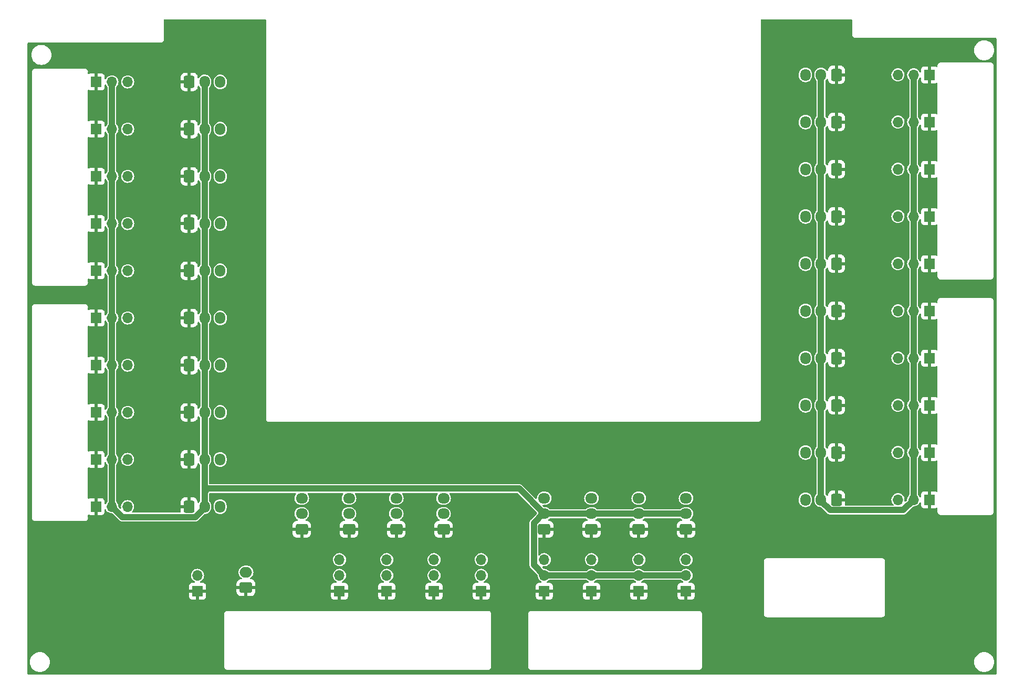
<source format=gbr>
%TF.GenerationSoftware,KiCad,Pcbnew,6.0.11-2627ca5db0~126~ubuntu22.04.1*%
%TF.CreationDate,2023-05-12T19:19:21-07:00*%
%TF.ProjectId,Roborio board,526f626f-7269-46f2-9062-6f6172642e6b,rev?*%
%TF.SameCoordinates,Original*%
%TF.FileFunction,Copper,L2,Bot*%
%TF.FilePolarity,Positive*%
%FSLAX46Y46*%
G04 Gerber Fmt 4.6, Leading zero omitted, Abs format (unit mm)*
G04 Created by KiCad (PCBNEW 6.0.11-2627ca5db0~126~ubuntu22.04.1) date 2023-05-12 19:19:21*
%MOMM*%
%LPD*%
G01*
G04 APERTURE LIST*
G04 Aperture macros list*
%AMRoundRect*
0 Rectangle with rounded corners*
0 $1 Rounding radius*
0 $2 $3 $4 $5 $6 $7 $8 $9 X,Y pos of 4 corners*
0 Add a 4 corners polygon primitive as box body*
4,1,4,$2,$3,$4,$5,$6,$7,$8,$9,$2,$3,0*
0 Add four circle primitives for the rounded corners*
1,1,$1+$1,$2,$3*
1,1,$1+$1,$4,$5*
1,1,$1+$1,$6,$7*
1,1,$1+$1,$8,$9*
0 Add four rect primitives between the rounded corners*
20,1,$1+$1,$2,$3,$4,$5,0*
20,1,$1+$1,$4,$5,$6,$7,0*
20,1,$1+$1,$6,$7,$8,$9,0*
20,1,$1+$1,$8,$9,$2,$3,0*%
G04 Aperture macros list end*
%TA.AperFunction,ComponentPad*%
%ADD10RoundRect,0.250000X0.600000X0.725000X-0.600000X0.725000X-0.600000X-0.725000X0.600000X-0.725000X0*%
%TD*%
%TA.AperFunction,ComponentPad*%
%ADD11O,1.700000X1.950000*%
%TD*%
%TA.AperFunction,ComponentPad*%
%ADD12RoundRect,0.250000X-0.600000X-0.725000X0.600000X-0.725000X0.600000X0.725000X-0.600000X0.725000X0*%
%TD*%
%TA.AperFunction,ComponentPad*%
%ADD13RoundRect,0.250000X0.725000X-0.600000X0.725000X0.600000X-0.725000X0.600000X-0.725000X-0.600000X0*%
%TD*%
%TA.AperFunction,ComponentPad*%
%ADD14O,1.950000X1.700000*%
%TD*%
%TA.AperFunction,ComponentPad*%
%ADD15RoundRect,0.250000X0.750000X-0.600000X0.750000X0.600000X-0.750000X0.600000X-0.750000X-0.600000X0*%
%TD*%
%TA.AperFunction,ComponentPad*%
%ADD16O,2.000000X1.700000*%
%TD*%
%TA.AperFunction,ComponentPad*%
%ADD17R,1.700000X1.700000*%
%TD*%
%TA.AperFunction,ComponentPad*%
%ADD18O,1.700000X1.700000*%
%TD*%
%TA.AperFunction,Conductor*%
%ADD19C,1.000000*%
%TD*%
G04 APERTURE END LIST*
D10*
%TO.P,J43,1,Pin_1*%
%TO.N,GND*%
X186434100Y-50221800D03*
D11*
%TO.P,J43,2,Pin_2*%
%TO.N,+6V*%
X183934100Y-50221800D03*
%TO.P,J43,3,Pin_3*%
%TO.N,PWM0*%
X181434100Y-50221800D03*
%TD*%
D12*
%TO.P,J17,1,Pin_1*%
%TO.N,GND*%
X82083100Y-104704400D03*
D11*
%TO.P,J17,2,Pin_2*%
%TO.N,+5V*%
X84583100Y-104704400D03*
%TO.P,J17,3,Pin_3*%
%TO.N,DIO7*%
X87083100Y-104704400D03*
%TD*%
D13*
%TO.P,J37,1,Pin_1*%
%TO.N,GND*%
X162191100Y-123559200D03*
D14*
%TO.P,J37,2,Pin_2*%
%TO.N,+5V*%
X162191100Y-121059200D03*
%TO.P,J37,3,Pin_3*%
%TO.N,A3*%
X162191100Y-118559200D03*
%TD*%
D10*
%TO.P,J47,1,Pin_1*%
%TO.N,GND*%
X186434100Y-80701800D03*
D11*
%TO.P,J47,2,Pin_2*%
%TO.N,+6V*%
X183934100Y-80701800D03*
%TO.P,J47,3,Pin_3*%
%TO.N,PWM4*%
X181434100Y-80701800D03*
%TD*%
D10*
%TO.P,J53,1,Pin_1*%
%TO.N,GND*%
X186434100Y-88321800D03*
D11*
%TO.P,J53,2,Pin_2*%
%TO.N,+6V*%
X183934100Y-88321800D03*
%TO.P,J53,3,Pin_3*%
%TO.N,PWM5*%
X181434100Y-88321800D03*
%TD*%
D13*
%TO.P,J26,1,Pin_1*%
%TO.N,GND*%
X100225000Y-123559200D03*
D14*
%TO.P,J26,2,Pin_2*%
%TO.N,R0REV*%
X100225000Y-121059200D03*
%TO.P,J26,3,Pin_3*%
%TO.N,R0FWD*%
X100225000Y-118559200D03*
%TD*%
D13*
%TO.P,J28,1,Pin_1*%
%TO.N,GND*%
X115465000Y-123559200D03*
D14*
%TO.P,J28,2,Pin_2*%
%TO.N,R2REV*%
X115465000Y-121059200D03*
%TO.P,J28,3,Pin_3*%
%TO.N,R2FWD*%
X115465000Y-118559200D03*
%TD*%
D12*
%TO.P,J11,1,Pin_1*%
%TO.N,GND*%
X82083100Y-58984400D03*
D11*
%TO.P,J11,2,Pin_2*%
%TO.N,+5V*%
X84583100Y-58984400D03*
%TO.P,J11,3,Pin_3*%
%TO.N,DIO1*%
X87083100Y-58984400D03*
%TD*%
D10*
%TO.P,J45,1,Pin_1*%
%TO.N,GND*%
X186434100Y-65461800D03*
D11*
%TO.P,J45,2,Pin_2*%
%TO.N,+6V*%
X183934100Y-65461800D03*
%TO.P,J45,3,Pin_3*%
%TO.N,PWM2*%
X181434100Y-65461800D03*
%TD*%
D12*
%TO.P,J16,1,Pin_1*%
%TO.N,GND*%
X82083100Y-97084400D03*
D11*
%TO.P,J16,2,Pin_2*%
%TO.N,+5V*%
X84583100Y-97084400D03*
%TO.P,J16,3,Pin_3*%
%TO.N,DIO6*%
X87083100Y-97084400D03*
%TD*%
D13*
%TO.P,J34,1,Pin_1*%
%TO.N,GND*%
X139331100Y-123559200D03*
D14*
%TO.P,J34,2,Pin_2*%
%TO.N,+5V*%
X139331100Y-121059200D03*
%TO.P,J34,3,Pin_3*%
%TO.N,A0*%
X139331100Y-118559200D03*
%TD*%
D10*
%TO.P,J57,1,Pin_1*%
%TO.N,GND*%
X186434100Y-118801800D03*
D11*
%TO.P,J57,2,Pin_2*%
%TO.N,+6V*%
X183934100Y-118801800D03*
%TO.P,J57,3,Pin_3*%
%TO.N,PWM9*%
X181434100Y-118801800D03*
%TD*%
D12*
%TO.P,J18,1,Pin_1*%
%TO.N,GND*%
X82068100Y-112299400D03*
D11*
%TO.P,J18,2,Pin_2*%
%TO.N,+5V*%
X84568100Y-112299400D03*
%TO.P,J18,3,Pin_3*%
%TO.N,DIO8*%
X87068100Y-112299400D03*
%TD*%
D13*
%TO.P,J27,1,Pin_1*%
%TO.N,GND*%
X107845000Y-123559200D03*
D14*
%TO.P,J27,2,Pin_2*%
%TO.N,R1REV*%
X107845000Y-121059200D03*
%TO.P,J27,3,Pin_3*%
%TO.N,R1FWD*%
X107845000Y-118559200D03*
%TD*%
D12*
%TO.P,J12,1,Pin_1*%
%TO.N,GND*%
X82083100Y-66604400D03*
D11*
%TO.P,J12,2,Pin_2*%
%TO.N,+5V*%
X84583100Y-66604400D03*
%TO.P,J12,3,Pin_3*%
%TO.N,DIO2*%
X87083100Y-66604400D03*
%TD*%
D12*
%TO.P,J19,1,Pin_1*%
%TO.N,GND*%
X82068100Y-119919400D03*
D11*
%TO.P,J19,2,Pin_2*%
%TO.N,+5V*%
X84568100Y-119919400D03*
%TO.P,J19,3,Pin_3*%
%TO.N,DIO9*%
X87068100Y-119919400D03*
%TD*%
D15*
%TO.P,J21,1,Pin_1*%
%TO.N,GND*%
X91225000Y-133000000D03*
D16*
%TO.P,J21,2,Pin_2*%
%TO.N,RSL_SIG*%
X91225000Y-130500000D03*
%TD*%
D12*
%TO.P,J15,1,Pin_1*%
%TO.N,GND*%
X82083100Y-89464400D03*
D11*
%TO.P,J15,2,Pin_2*%
%TO.N,+5V*%
X84583100Y-89464400D03*
%TO.P,J15,3,Pin_3*%
%TO.N,DIO5*%
X87083100Y-89464400D03*
%TD*%
D13*
%TO.P,J35,1,Pin_1*%
%TO.N,GND*%
X146951100Y-123559200D03*
D14*
%TO.P,J35,2,Pin_2*%
%TO.N,+5V*%
X146951100Y-121059200D03*
%TO.P,J35,3,Pin_3*%
%TO.N,A1*%
X146951100Y-118559200D03*
%TD*%
D12*
%TO.P,J13,1,Pin_1*%
%TO.N,GND*%
X82083100Y-74224400D03*
D11*
%TO.P,J13,2,Pin_2*%
%TO.N,+5V*%
X84583100Y-74224400D03*
%TO.P,J13,3,Pin_3*%
%TO.N,DIO3*%
X87083100Y-74224400D03*
%TD*%
D10*
%TO.P,J55,1,Pin_1*%
%TO.N,GND*%
X186434100Y-103561800D03*
D11*
%TO.P,J55,2,Pin_2*%
%TO.N,+6V*%
X183934100Y-103561800D03*
%TO.P,J55,3,Pin_3*%
%TO.N,PWM7*%
X181434100Y-103561800D03*
%TD*%
D10*
%TO.P,J46,1,Pin_1*%
%TO.N,GND*%
X186434100Y-73081800D03*
D11*
%TO.P,J46,2,Pin_2*%
%TO.N,+6V*%
X183934100Y-73081800D03*
%TO.P,J46,3,Pin_3*%
%TO.N,PWM3*%
X181434100Y-73081800D03*
%TD*%
D12*
%TO.P,J10,1,Pin_1*%
%TO.N,GND*%
X82083100Y-51364400D03*
D11*
%TO.P,J10,2,Pin_2*%
%TO.N,+5V*%
X84583100Y-51364400D03*
%TO.P,J10,3,Pin_3*%
%TO.N,DIO0*%
X87083100Y-51364400D03*
%TD*%
D12*
%TO.P,J14,1,Pin_1*%
%TO.N,GND*%
X82083100Y-81844400D03*
D11*
%TO.P,J14,2,Pin_2*%
%TO.N,+5V*%
X84583100Y-81844400D03*
%TO.P,J14,3,Pin_3*%
%TO.N,DIO4*%
X87083100Y-81844400D03*
%TD*%
D13*
%TO.P,J29,1,Pin_1*%
%TO.N,GND*%
X123085000Y-123559200D03*
D14*
%TO.P,J29,2,Pin_2*%
%TO.N,R3REV*%
X123085000Y-121059200D03*
%TO.P,J29,3,Pin_3*%
%TO.N,R3FWD*%
X123085000Y-118559200D03*
%TD*%
D10*
%TO.P,J54,1,Pin_1*%
%TO.N,GND*%
X186434100Y-95941800D03*
D11*
%TO.P,J54,2,Pin_2*%
%TO.N,+6V*%
X183934100Y-95941800D03*
%TO.P,J54,3,Pin_3*%
%TO.N,PWM6*%
X181434100Y-95941800D03*
%TD*%
D13*
%TO.P,J36,1,Pin_1*%
%TO.N,GND*%
X154571100Y-123559200D03*
D14*
%TO.P,J36,2,Pin_2*%
%TO.N,+5V*%
X154571100Y-121059200D03*
%TO.P,J36,3,Pin_3*%
%TO.N,A2*%
X154571100Y-118559200D03*
%TD*%
D10*
%TO.P,J44,1,Pin_1*%
%TO.N,GND*%
X186434100Y-57841800D03*
D11*
%TO.P,J44,2,Pin_2*%
%TO.N,+6V*%
X183934100Y-57841800D03*
%TO.P,J44,3,Pin_3*%
%TO.N,PWM1*%
X181434100Y-57841800D03*
%TD*%
D10*
%TO.P,J56,1,Pin_1*%
%TO.N,GND*%
X186434100Y-111181800D03*
D11*
%TO.P,J56,2,Pin_2*%
%TO.N,+6V*%
X183934100Y-111181800D03*
%TO.P,J56,3,Pin_3*%
%TO.N,PWM8*%
X181434100Y-111181800D03*
%TD*%
D17*
%TO.P,J7,1,Pin_1*%
%TO.N,GND*%
X67083100Y-104704400D03*
D18*
%TO.P,J7,2,Pin_2*%
%TO.N,+5V*%
X69623100Y-104704400D03*
%TO.P,J7,3,Pin_3*%
%TO.N,DIO7*%
X72163100Y-104704400D03*
%TD*%
D17*
%TO.P,J25,1,Pin_1*%
%TO.N,GND*%
X129171100Y-133559200D03*
D18*
%TO.P,J25,2,Pin_2*%
%TO.N,R3REV*%
X129171100Y-131019200D03*
%TO.P,J25,3,Pin_3*%
%TO.N,R3FWD*%
X129171100Y-128479200D03*
%TD*%
D17*
%TO.P,J8,1,Pin_1*%
%TO.N,GND*%
X67068100Y-112299400D03*
D18*
%TO.P,J8,2,Pin_2*%
%TO.N,+5V*%
X69608100Y-112299400D03*
%TO.P,J8,3,Pin_3*%
%TO.N,DIO8*%
X72148100Y-112299400D03*
%TD*%
D17*
%TO.P,J50,1,Pin_1*%
%TO.N,GND*%
X201434100Y-103561800D03*
D18*
%TO.P,J50,2,Pin_2*%
%TO.N,+6V*%
X198894100Y-103561800D03*
%TO.P,J50,3,Pin_3*%
%TO.N,PWM7*%
X196354100Y-103561800D03*
%TD*%
D17*
%TO.P,J32,1,Pin_1*%
%TO.N,GND*%
X154571100Y-133559200D03*
D18*
%TO.P,J32,2,Pin_2*%
%TO.N,+5V*%
X154571100Y-131019200D03*
%TO.P,J32,3,Pin_3*%
%TO.N,A2*%
X154571100Y-128479200D03*
%TD*%
D17*
%TO.P,J24,1,Pin_1*%
%TO.N,GND*%
X121551100Y-133559200D03*
D18*
%TO.P,J24,2,Pin_2*%
%TO.N,R2REV*%
X121551100Y-131019200D03*
%TO.P,J24,3,Pin_3*%
%TO.N,R2FWD*%
X121551100Y-128479200D03*
%TD*%
D17*
%TO.P,J6,1,Pin_1*%
%TO.N,GND*%
X67083100Y-97084400D03*
D18*
%TO.P,J6,2,Pin_2*%
%TO.N,+5V*%
X69623100Y-97084400D03*
%TO.P,J6,3,Pin_3*%
%TO.N,DIO6*%
X72163100Y-97084400D03*
%TD*%
D17*
%TO.P,J52,1,Pin_1*%
%TO.N,GND*%
X201434100Y-118801800D03*
D18*
%TO.P,J52,2,Pin_2*%
%TO.N,+6V*%
X198894100Y-118801800D03*
%TO.P,J52,3,Pin_3*%
%TO.N,PWM9*%
X196354100Y-118801800D03*
%TD*%
D17*
%TO.P,J33,1,Pin_1*%
%TO.N,GND*%
X162191100Y-133559200D03*
D18*
%TO.P,J33,2,Pin_2*%
%TO.N,+5V*%
X162191100Y-131019200D03*
%TO.P,J33,3,Pin_3*%
%TO.N,A3*%
X162191100Y-128479200D03*
%TD*%
D17*
%TO.P,J49,1,Pin_1*%
%TO.N,GND*%
X201434100Y-95941800D03*
D18*
%TO.P,J49,2,Pin_2*%
%TO.N,+6V*%
X198894100Y-95941800D03*
%TO.P,J49,3,Pin_3*%
%TO.N,PWM6*%
X196354100Y-95941800D03*
%TD*%
D17*
%TO.P,J41,1,Pin_1*%
%TO.N,GND*%
X201434100Y-73081800D03*
D18*
%TO.P,J41,2,Pin_2*%
%TO.N,+6V*%
X198894100Y-73081800D03*
%TO.P,J41,3,Pin_3*%
%TO.N,PWM3*%
X196354100Y-73081800D03*
%TD*%
D17*
%TO.P,J0,1,Pin_1*%
%TO.N,GND*%
X67083100Y-51364400D03*
D18*
%TO.P,J0,2,Pin_2*%
%TO.N,+5V*%
X69623100Y-51364400D03*
%TO.P,J0,3,Pin_3*%
%TO.N,DIO0*%
X72163100Y-51364400D03*
%TD*%
D17*
%TO.P,J1,1,Pin_1*%
%TO.N,GND*%
X67083100Y-58984400D03*
D18*
%TO.P,J1,2,Pin_2*%
%TO.N,+5V*%
X69623100Y-58984400D03*
%TO.P,J1,3,Pin_3*%
%TO.N,DIO1*%
X72163100Y-58984400D03*
%TD*%
D17*
%TO.P,J20,1,Pin_1*%
%TO.N,GND*%
X83425700Y-133559200D03*
D18*
%TO.P,J20,2,Pin_2*%
%TO.N,RSL_SIG*%
X83425700Y-131019200D03*
%TD*%
D17*
%TO.P,J31,1,Pin_1*%
%TO.N,GND*%
X146951100Y-133559200D03*
D18*
%TO.P,J31,2,Pin_2*%
%TO.N,+5V*%
X146951100Y-131019200D03*
%TO.P,J31,3,Pin_3*%
%TO.N,A1*%
X146951100Y-128479200D03*
%TD*%
D17*
%TO.P,J42,1,Pin_1*%
%TO.N,GND*%
X201434100Y-80701800D03*
D18*
%TO.P,J42,2,Pin_2*%
%TO.N,+6V*%
X198894100Y-80701800D03*
%TO.P,J42,3,Pin_3*%
%TO.N,PWM4*%
X196354100Y-80701800D03*
%TD*%
D17*
%TO.P,J23,1,Pin_1*%
%TO.N,GND*%
X113931100Y-133559200D03*
D18*
%TO.P,J23,2,Pin_2*%
%TO.N,R1REV*%
X113931100Y-131019200D03*
%TO.P,J23,3,Pin_3*%
%TO.N,R1FWD*%
X113931100Y-128479200D03*
%TD*%
D17*
%TO.P,J4,1,Pin_1*%
%TO.N,GND*%
X67083100Y-81844400D03*
D18*
%TO.P,J4,2,Pin_2*%
%TO.N,+5V*%
X69623100Y-81844400D03*
%TO.P,J4,3,Pin_3*%
%TO.N,DIO4*%
X72163100Y-81844400D03*
%TD*%
D17*
%TO.P,J38,1,Pin_1*%
%TO.N,GND*%
X201434100Y-50221800D03*
D18*
%TO.P,J38,2,Pin_2*%
%TO.N,+6V*%
X198894100Y-50221800D03*
%TO.P,J38,3,Pin_3*%
%TO.N,PWM0*%
X196354100Y-50221800D03*
%TD*%
D17*
%TO.P,J9,1,Pin_1*%
%TO.N,GND*%
X67068100Y-119919400D03*
D18*
%TO.P,J9,2,Pin_2*%
%TO.N,+5V*%
X69608100Y-119919400D03*
%TO.P,J9,3,Pin_3*%
%TO.N,DIO9*%
X72148100Y-119919400D03*
%TD*%
D17*
%TO.P,J39,1,Pin_1*%
%TO.N,GND*%
X201434100Y-57841800D03*
D18*
%TO.P,J39,2,Pin_2*%
%TO.N,+6V*%
X198894100Y-57841800D03*
%TO.P,J39,3,Pin_3*%
%TO.N,PWM1*%
X196354100Y-57841800D03*
%TD*%
D17*
%TO.P,J30,1,Pin_1*%
%TO.N,GND*%
X139331100Y-133559200D03*
D18*
%TO.P,J30,2,Pin_2*%
%TO.N,+5V*%
X139331100Y-131019200D03*
%TO.P,J30,3,Pin_3*%
%TO.N,A0*%
X139331100Y-128479200D03*
%TD*%
D17*
%TO.P,J3,1,Pin_1*%
%TO.N,GND*%
X67083100Y-74224400D03*
D18*
%TO.P,J3,2,Pin_2*%
%TO.N,+5V*%
X69623100Y-74224400D03*
%TO.P,J3,3,Pin_3*%
%TO.N,DIO3*%
X72163100Y-74224400D03*
%TD*%
D17*
%TO.P,J48,1,Pin_1*%
%TO.N,GND*%
X201434100Y-88321800D03*
D18*
%TO.P,J48,2,Pin_2*%
%TO.N,+6V*%
X198894100Y-88321800D03*
%TO.P,J48,3,Pin_3*%
%TO.N,PWM5*%
X196354100Y-88321800D03*
%TD*%
D17*
%TO.P,J40,1,Pin_1*%
%TO.N,GND*%
X201434100Y-65461800D03*
D18*
%TO.P,J40,2,Pin_2*%
%TO.N,+6V*%
X198894100Y-65461800D03*
%TO.P,J40,3,Pin_3*%
%TO.N,PWM2*%
X196354100Y-65461800D03*
%TD*%
D17*
%TO.P,J2,1,Pin_1*%
%TO.N,GND*%
X67083100Y-66604400D03*
D18*
%TO.P,J2,2,Pin_2*%
%TO.N,+5V*%
X69623100Y-66604400D03*
%TO.P,J2,3,Pin_3*%
%TO.N,DIO2*%
X72163100Y-66604400D03*
%TD*%
D17*
%TO.P,J51,1,Pin_1*%
%TO.N,GND*%
X201434100Y-111181800D03*
D18*
%TO.P,J51,2,Pin_2*%
%TO.N,+6V*%
X198894100Y-111181800D03*
%TO.P,J51,3,Pin_3*%
%TO.N,PWM8*%
X196354100Y-111181800D03*
%TD*%
D17*
%TO.P,J22,1,Pin_1*%
%TO.N,GND*%
X106311100Y-133559200D03*
D18*
%TO.P,J22,2,Pin_2*%
%TO.N,R0REV*%
X106311100Y-131019200D03*
%TO.P,J22,3,Pin_3*%
%TO.N,R0FWD*%
X106311100Y-128479200D03*
%TD*%
D17*
%TO.P,J5,1,Pin_1*%
%TO.N,GND*%
X67083100Y-89464400D03*
D18*
%TO.P,J5,2,Pin_2*%
%TO.N,+5V*%
X69623100Y-89464400D03*
%TO.P,J5,3,Pin_3*%
%TO.N,DIO5*%
X72163100Y-89464400D03*
%TD*%
D19*
%TO.N,+5V*%
X84583100Y-66604400D02*
X84583100Y-51364400D01*
X69623100Y-51364400D02*
X69623100Y-58984400D01*
X85132000Y-117004200D02*
X84568100Y-117568100D01*
X84568100Y-117568100D02*
X84568100Y-104719400D01*
X137651100Y-122563626D02*
X139155526Y-121059200D01*
X139331100Y-121059200D02*
X162191100Y-121059200D01*
X69623100Y-104704400D02*
X69623100Y-119904400D01*
X69608100Y-119919400D02*
X71288100Y-121599400D01*
X69623100Y-58984400D02*
X69623100Y-81844400D01*
X135276100Y-117004200D02*
X85132000Y-117004200D01*
X84583100Y-81844400D02*
X84583100Y-66604400D01*
X83063674Y-121599400D02*
X84568100Y-120094974D01*
X84583100Y-97084400D02*
X84583100Y-81844400D01*
X139331100Y-131019200D02*
X137651100Y-129339200D01*
X137651100Y-129339200D02*
X137651100Y-122563626D01*
X84568100Y-119919400D02*
X84568100Y-117568100D01*
X71288100Y-121599400D02*
X83063674Y-121599400D01*
X162191100Y-131019200D02*
X139331100Y-131019200D01*
X69623100Y-81844400D02*
X69623100Y-104704400D01*
X139331100Y-121059200D02*
X135276100Y-117004200D01*
X84583100Y-104704400D02*
X84583100Y-97084400D01*
%TO.N,+6V*%
X198894100Y-118801800D02*
X197214100Y-120481800D01*
X198894100Y-65461800D02*
X198894100Y-50221800D01*
X183934100Y-118801800D02*
X183934100Y-95941800D01*
X198894100Y-111181800D02*
X198894100Y-118801800D01*
X198894100Y-88321800D02*
X198894100Y-65461800D01*
X183934100Y-103561800D02*
X183934100Y-73081800D01*
X198894100Y-111181800D02*
X198894100Y-88321800D01*
X185438526Y-120481800D02*
X183934100Y-118977374D01*
X197214100Y-120481800D02*
X185438526Y-120481800D01*
X183934100Y-80701800D02*
X183934100Y-50221800D01*
%TD*%
%TA.AperFunction,Conductor*%
%TO.N,GND*%
G36*
X94433328Y-41278502D02*
G01*
X94479821Y-41332158D01*
X94491207Y-41384557D01*
X94478945Y-67952878D01*
X94461504Y-105740781D01*
X94461502Y-105741493D01*
X94461467Y-105747237D01*
X94461024Y-105819721D01*
X94463491Y-105828352D01*
X94463491Y-105828354D01*
X94469110Y-105848014D01*
X94472696Y-105864830D01*
X94476854Y-105893959D01*
X94480565Y-105902132D01*
X94480566Y-105902134D01*
X94487530Y-105917469D01*
X94493955Y-105934944D01*
X94498583Y-105951138D01*
X94498585Y-105951142D01*
X94501051Y-105959771D01*
X94505841Y-105967363D01*
X94505842Y-105967365D01*
X94516749Y-105984651D01*
X94524911Y-105999784D01*
X94537080Y-106026582D01*
X94542934Y-106033382D01*
X94542935Y-106033384D01*
X94553930Y-106046156D01*
X94564999Y-106061123D01*
X94578776Y-106082958D01*
X94585505Y-106088900D01*
X94585505Y-106088901D01*
X94600827Y-106102433D01*
X94612910Y-106114670D01*
X94620394Y-106123363D01*
X94632108Y-106136971D01*
X94653775Y-106151029D01*
X94668597Y-106162285D01*
X94687951Y-106179378D01*
X94696074Y-106183192D01*
X94696079Y-106183195D01*
X94714584Y-106191883D01*
X94729614Y-106200236D01*
X94746767Y-106211365D01*
X94746770Y-106211366D01*
X94754300Y-106216252D01*
X94779036Y-106223662D01*
X94796430Y-106230309D01*
X94811673Y-106237466D01*
X94811677Y-106237467D01*
X94819800Y-106241281D01*
X94828665Y-106242661D01*
X94828667Y-106242662D01*
X94848872Y-106245808D01*
X94865641Y-106249607D01*
X94885229Y-106255474D01*
X94893832Y-106258051D01*
X94902810Y-106258110D01*
X94903065Y-106258112D01*
X94928310Y-106258278D01*
X94929196Y-106258315D01*
X94930386Y-106258500D01*
X94961798Y-106258500D01*
X94962625Y-106258503D01*
X95039486Y-106259008D01*
X95040927Y-106258597D01*
X95042358Y-106258500D01*
X173741377Y-106258500D01*
X173742148Y-106258502D01*
X173819721Y-106258976D01*
X173848152Y-106250850D01*
X173864915Y-106247272D01*
X173894187Y-106243080D01*
X173906535Y-106237466D01*
X173917562Y-106232452D01*
X173935087Y-106226004D01*
X173959771Y-106218949D01*
X173967365Y-106214157D01*
X173967368Y-106214156D01*
X173984780Y-106203170D01*
X173999865Y-106195030D01*
X174026782Y-106182792D01*
X174046235Y-106166030D01*
X174061239Y-106154927D01*
X174082958Y-106141224D01*
X174088897Y-106134499D01*
X174088901Y-106134496D01*
X174102532Y-106119062D01*
X174114724Y-106107018D01*
X174130327Y-106093573D01*
X174130329Y-106093570D01*
X174137127Y-106087713D01*
X174151094Y-106066165D01*
X174162385Y-106051291D01*
X174173431Y-106038783D01*
X174173432Y-106038782D01*
X174179378Y-106032049D01*
X174191943Y-106005287D01*
X174200263Y-105990309D01*
X174211471Y-105973017D01*
X174211473Y-105973012D01*
X174216352Y-105965485D01*
X174218922Y-105956892D01*
X174218924Y-105956887D01*
X174223711Y-105940880D01*
X174230372Y-105923436D01*
X174237467Y-105908324D01*
X174237468Y-105908322D01*
X174241281Y-105900200D01*
X174245830Y-105870983D01*
X174249613Y-105854268D01*
X174255515Y-105834534D01*
X174255516Y-105834528D01*
X174258086Y-105825934D01*
X174258296Y-105791494D01*
X174258329Y-105790711D01*
X174258500Y-105789614D01*
X174258500Y-105758623D01*
X174258502Y-105757853D01*
X174258952Y-105684215D01*
X174258952Y-105684214D01*
X174258976Y-105680279D01*
X174258592Y-105678935D01*
X174258500Y-105677590D01*
X174258500Y-103738885D01*
X180378600Y-103738885D01*
X180393692Y-103892806D01*
X180453520Y-104090966D01*
X180474734Y-104130863D01*
X180536803Y-104247598D01*
X180550698Y-104273731D01*
X180554589Y-104278501D01*
X180554591Y-104278505D01*
X180677629Y-104429365D01*
X180677632Y-104429368D01*
X180681524Y-104434140D01*
X180686271Y-104438067D01*
X180686273Y-104438069D01*
X180836266Y-104562154D01*
X180836269Y-104562156D01*
X180841016Y-104566083D01*
X181023098Y-104664535D01*
X181104045Y-104689592D01*
X181214948Y-104723922D01*
X181214951Y-104723923D01*
X181220835Y-104725744D01*
X181226960Y-104726388D01*
X181226961Y-104726388D01*
X181420568Y-104746737D01*
X181420569Y-104746737D01*
X181426696Y-104747381D01*
X181513635Y-104739469D01*
X181626699Y-104729180D01*
X181626702Y-104729179D01*
X181632838Y-104728621D01*
X181831410Y-104670178D01*
X181924136Y-104621702D01*
X182009389Y-104577133D01*
X182009393Y-104577130D01*
X182014849Y-104574278D01*
X182176168Y-104444575D01*
X182309221Y-104286008D01*
X182312185Y-104280616D01*
X182312188Y-104280612D01*
X182405975Y-104110013D01*
X182408941Y-104104618D01*
X182411546Y-104096408D01*
X182469668Y-103913183D01*
X182469668Y-103913182D01*
X182471530Y-103907313D01*
X182489600Y-103746219D01*
X182489600Y-103384715D01*
X182474508Y-103230794D01*
X182414680Y-103032634D01*
X182358028Y-102926088D01*
X182320396Y-102855311D01*
X182320394Y-102855308D01*
X182317502Y-102849869D01*
X182313611Y-102845099D01*
X182313609Y-102845095D01*
X182190571Y-102694235D01*
X182190568Y-102694232D01*
X182186676Y-102689460D01*
X182179767Y-102683744D01*
X182031934Y-102561446D01*
X182031931Y-102561444D01*
X182027184Y-102557517D01*
X181845102Y-102459065D01*
X181746233Y-102428460D01*
X181653252Y-102399678D01*
X181653249Y-102399677D01*
X181647365Y-102397856D01*
X181641240Y-102397212D01*
X181641239Y-102397212D01*
X181447632Y-102376863D01*
X181447631Y-102376863D01*
X181441504Y-102376219D01*
X181354565Y-102384131D01*
X181241501Y-102394420D01*
X181241498Y-102394421D01*
X181235362Y-102394979D01*
X181036790Y-102453422D01*
X181007399Y-102468787D01*
X180858811Y-102546467D01*
X180858807Y-102546470D01*
X180853351Y-102549322D01*
X180692032Y-102679025D01*
X180558979Y-102837592D01*
X180556015Y-102842984D01*
X180556012Y-102842988D01*
X180530158Y-102890017D01*
X180459259Y-103018982D01*
X180457398Y-103024849D01*
X180457397Y-103024851D01*
X180398532Y-103210417D01*
X180396670Y-103216287D01*
X180378600Y-103377381D01*
X180378600Y-103738885D01*
X174258500Y-103738885D01*
X174258500Y-96118885D01*
X180378600Y-96118885D01*
X180393692Y-96272806D01*
X180453520Y-96470966D01*
X180474734Y-96510863D01*
X180536803Y-96627598D01*
X180550698Y-96653731D01*
X180554589Y-96658501D01*
X180554591Y-96658505D01*
X180677629Y-96809365D01*
X180677632Y-96809368D01*
X180681524Y-96814140D01*
X180686271Y-96818067D01*
X180686273Y-96818069D01*
X180836266Y-96942154D01*
X180836269Y-96942156D01*
X180841016Y-96946083D01*
X181023098Y-97044535D01*
X181104045Y-97069592D01*
X181214948Y-97103922D01*
X181214951Y-97103923D01*
X181220835Y-97105744D01*
X181226960Y-97106388D01*
X181226961Y-97106388D01*
X181420568Y-97126737D01*
X181420569Y-97126737D01*
X181426696Y-97127381D01*
X181513635Y-97119469D01*
X181626699Y-97109180D01*
X181626702Y-97109179D01*
X181632838Y-97108621D01*
X181831410Y-97050178D01*
X181924136Y-97001702D01*
X182009389Y-96957133D01*
X182009393Y-96957130D01*
X182014849Y-96954278D01*
X182176168Y-96824575D01*
X182309221Y-96666008D01*
X182312185Y-96660616D01*
X182312188Y-96660612D01*
X182405975Y-96490013D01*
X182408941Y-96484618D01*
X182411546Y-96476408D01*
X182469668Y-96293183D01*
X182469668Y-96293182D01*
X182471530Y-96287313D01*
X182489600Y-96126219D01*
X182489600Y-95764715D01*
X182474508Y-95610794D01*
X182414680Y-95412634D01*
X182358028Y-95306088D01*
X182320396Y-95235311D01*
X182320394Y-95235308D01*
X182317502Y-95229869D01*
X182313611Y-95225099D01*
X182313609Y-95225095D01*
X182190571Y-95074235D01*
X182190568Y-95074232D01*
X182186676Y-95069460D01*
X182179767Y-95063744D01*
X182031934Y-94941446D01*
X182031931Y-94941444D01*
X182027184Y-94937517D01*
X181845102Y-94839065D01*
X181746234Y-94808461D01*
X181653252Y-94779678D01*
X181653249Y-94779677D01*
X181647365Y-94777856D01*
X181641240Y-94777212D01*
X181641239Y-94777212D01*
X181447632Y-94756863D01*
X181447631Y-94756863D01*
X181441504Y-94756219D01*
X181354565Y-94764131D01*
X181241501Y-94774420D01*
X181241498Y-94774421D01*
X181235362Y-94774979D01*
X181036790Y-94833422D01*
X181007399Y-94848787D01*
X180858811Y-94926467D01*
X180858807Y-94926470D01*
X180853351Y-94929322D01*
X180692032Y-95059025D01*
X180558979Y-95217592D01*
X180556015Y-95222984D01*
X180556012Y-95222988D01*
X180530158Y-95270017D01*
X180459259Y-95398982D01*
X180457398Y-95404849D01*
X180457397Y-95404851D01*
X180398532Y-95590417D01*
X180396670Y-95596287D01*
X180378600Y-95757381D01*
X180378600Y-96118885D01*
X174258500Y-96118885D01*
X174258500Y-88498885D01*
X180378600Y-88498885D01*
X180393692Y-88652806D01*
X180453520Y-88850966D01*
X180474734Y-88890863D01*
X180536803Y-89007598D01*
X180550698Y-89033731D01*
X180554589Y-89038501D01*
X180554591Y-89038505D01*
X180677629Y-89189365D01*
X180677632Y-89189368D01*
X180681524Y-89194140D01*
X180686271Y-89198067D01*
X180686273Y-89198069D01*
X180836266Y-89322154D01*
X180836269Y-89322156D01*
X180841016Y-89326083D01*
X181023098Y-89424535D01*
X181104045Y-89449592D01*
X181214948Y-89483922D01*
X181214951Y-89483923D01*
X181220835Y-89485744D01*
X181226960Y-89486388D01*
X181226961Y-89486388D01*
X181420568Y-89506737D01*
X181420569Y-89506737D01*
X181426696Y-89507381D01*
X181513635Y-89499469D01*
X181626699Y-89489180D01*
X181626702Y-89489179D01*
X181632838Y-89488621D01*
X181831410Y-89430178D01*
X181924136Y-89381702D01*
X182009389Y-89337133D01*
X182009393Y-89337130D01*
X182014849Y-89334278D01*
X182176168Y-89204575D01*
X182309221Y-89046008D01*
X182312185Y-89040616D01*
X182312188Y-89040612D01*
X182405975Y-88870013D01*
X182408941Y-88864618D01*
X182411546Y-88856408D01*
X182469668Y-88673183D01*
X182469668Y-88673182D01*
X182471530Y-88667313D01*
X182489600Y-88506219D01*
X182489600Y-88144715D01*
X182474508Y-87990794D01*
X182414680Y-87792634D01*
X182350351Y-87671648D01*
X182320396Y-87615311D01*
X182320394Y-87615308D01*
X182317502Y-87609869D01*
X182313611Y-87605099D01*
X182313609Y-87605095D01*
X182190571Y-87454235D01*
X182190568Y-87454232D01*
X182186676Y-87449460D01*
X182179767Y-87443744D01*
X182031934Y-87321446D01*
X182031931Y-87321444D01*
X182027184Y-87317517D01*
X181845102Y-87219065D01*
X181746233Y-87188460D01*
X181653252Y-87159678D01*
X181653249Y-87159677D01*
X181647365Y-87157856D01*
X181641240Y-87157212D01*
X181641239Y-87157212D01*
X181447632Y-87136863D01*
X181447631Y-87136863D01*
X181441504Y-87136219D01*
X181354565Y-87144131D01*
X181241501Y-87154420D01*
X181241498Y-87154421D01*
X181235362Y-87154979D01*
X181036790Y-87213422D01*
X181007399Y-87228787D01*
X180858811Y-87306467D01*
X180858807Y-87306470D01*
X180853351Y-87309322D01*
X180848551Y-87313182D01*
X180848550Y-87313182D01*
X180838272Y-87321446D01*
X180692032Y-87439025D01*
X180558979Y-87597592D01*
X180556015Y-87602984D01*
X180556012Y-87602988D01*
X180479689Y-87741820D01*
X180459259Y-87778982D01*
X180457398Y-87784849D01*
X180457397Y-87784851D01*
X180398532Y-87970417D01*
X180396670Y-87976287D01*
X180378600Y-88137381D01*
X180378600Y-88498885D01*
X174258500Y-88498885D01*
X174258500Y-80878885D01*
X180378600Y-80878885D01*
X180393692Y-81032806D01*
X180453520Y-81230966D01*
X180474734Y-81270863D01*
X180536803Y-81387598D01*
X180550698Y-81413731D01*
X180554589Y-81418501D01*
X180554591Y-81418505D01*
X180677629Y-81569365D01*
X180677632Y-81569368D01*
X180681524Y-81574140D01*
X180686271Y-81578067D01*
X180686273Y-81578069D01*
X180836266Y-81702154D01*
X180836269Y-81702156D01*
X180841016Y-81706083D01*
X181023098Y-81804535D01*
X181104045Y-81829592D01*
X181214948Y-81863922D01*
X181214951Y-81863923D01*
X181220835Y-81865744D01*
X181226960Y-81866388D01*
X181226961Y-81866388D01*
X181420568Y-81886737D01*
X181420569Y-81886737D01*
X181426696Y-81887381D01*
X181513635Y-81879469D01*
X181626699Y-81869180D01*
X181626702Y-81869179D01*
X181632838Y-81868621D01*
X181831410Y-81810178D01*
X181924136Y-81761702D01*
X182009389Y-81717133D01*
X182009393Y-81717130D01*
X182014849Y-81714278D01*
X182176168Y-81584575D01*
X182309221Y-81426008D01*
X182312185Y-81420616D01*
X182312188Y-81420612D01*
X182405975Y-81250013D01*
X182408941Y-81244618D01*
X182411546Y-81236408D01*
X182469668Y-81053183D01*
X182469668Y-81053182D01*
X182471530Y-81047313D01*
X182489600Y-80886219D01*
X182489600Y-80524715D01*
X182474508Y-80370794D01*
X182414680Y-80172634D01*
X182358028Y-80066088D01*
X182320396Y-79995311D01*
X182320394Y-79995308D01*
X182317502Y-79989869D01*
X182313611Y-79985099D01*
X182313609Y-79985095D01*
X182190571Y-79834235D01*
X182190568Y-79834232D01*
X182186676Y-79829460D01*
X182179767Y-79823744D01*
X182031934Y-79701446D01*
X182031931Y-79701444D01*
X182027184Y-79697517D01*
X181845102Y-79599065D01*
X181746233Y-79568460D01*
X181653252Y-79539678D01*
X181653249Y-79539677D01*
X181647365Y-79537856D01*
X181641240Y-79537212D01*
X181641239Y-79537212D01*
X181447632Y-79516863D01*
X181447631Y-79516863D01*
X181441504Y-79516219D01*
X181354565Y-79524131D01*
X181241501Y-79534420D01*
X181241498Y-79534421D01*
X181235362Y-79534979D01*
X181036790Y-79593422D01*
X181007399Y-79608787D01*
X180858811Y-79686467D01*
X180858807Y-79686470D01*
X180853351Y-79689322D01*
X180692032Y-79819025D01*
X180558979Y-79977592D01*
X180556015Y-79982984D01*
X180556012Y-79982988D01*
X180530158Y-80030017D01*
X180459259Y-80158982D01*
X180457398Y-80164849D01*
X180457397Y-80164851D01*
X180398532Y-80350417D01*
X180396670Y-80356287D01*
X180378600Y-80517381D01*
X180378600Y-80878885D01*
X174258500Y-80878885D01*
X174258500Y-73258885D01*
X180378600Y-73258885D01*
X180393692Y-73412806D01*
X180453520Y-73610966D01*
X180474734Y-73650863D01*
X180536803Y-73767598D01*
X180550698Y-73793731D01*
X180554589Y-73798501D01*
X180554591Y-73798505D01*
X180677629Y-73949365D01*
X180677632Y-73949368D01*
X180681524Y-73954140D01*
X180686271Y-73958067D01*
X180686273Y-73958069D01*
X180836266Y-74082154D01*
X180836269Y-74082156D01*
X180841016Y-74086083D01*
X181023098Y-74184535D01*
X181104045Y-74209592D01*
X181214948Y-74243922D01*
X181214951Y-74243923D01*
X181220835Y-74245744D01*
X181226960Y-74246388D01*
X181226961Y-74246388D01*
X181420568Y-74266737D01*
X181420569Y-74266737D01*
X181426696Y-74267381D01*
X181513635Y-74259469D01*
X181626699Y-74249180D01*
X181626702Y-74249179D01*
X181632838Y-74248621D01*
X181831410Y-74190178D01*
X181924136Y-74141702D01*
X182009389Y-74097133D01*
X182009393Y-74097130D01*
X182014849Y-74094278D01*
X182176168Y-73964575D01*
X182309221Y-73806008D01*
X182312185Y-73800616D01*
X182312188Y-73800612D01*
X182405975Y-73630013D01*
X182408941Y-73624618D01*
X182411546Y-73616408D01*
X182469668Y-73433183D01*
X182469668Y-73433182D01*
X182471530Y-73427313D01*
X182489600Y-73266219D01*
X182489600Y-72904715D01*
X182474508Y-72750794D01*
X182414680Y-72552634D01*
X182358028Y-72446088D01*
X182320396Y-72375311D01*
X182320394Y-72375308D01*
X182317502Y-72369869D01*
X182313611Y-72365099D01*
X182313609Y-72365095D01*
X182190571Y-72214235D01*
X182190568Y-72214232D01*
X182186676Y-72209460D01*
X182179767Y-72203744D01*
X182031934Y-72081446D01*
X182031931Y-72081444D01*
X182027184Y-72077517D01*
X181845102Y-71979065D01*
X181746234Y-71948461D01*
X181653252Y-71919678D01*
X181653249Y-71919677D01*
X181647365Y-71917856D01*
X181641240Y-71917212D01*
X181641239Y-71917212D01*
X181447632Y-71896863D01*
X181447631Y-71896863D01*
X181441504Y-71896219D01*
X181354565Y-71904131D01*
X181241501Y-71914420D01*
X181241498Y-71914421D01*
X181235362Y-71914979D01*
X181036790Y-71973422D01*
X181007399Y-71988787D01*
X180858811Y-72066467D01*
X180858807Y-72066470D01*
X180853351Y-72069322D01*
X180692032Y-72199025D01*
X180558979Y-72357592D01*
X180556015Y-72362984D01*
X180556012Y-72362988D01*
X180530158Y-72410017D01*
X180459259Y-72538982D01*
X180457398Y-72544849D01*
X180457397Y-72544851D01*
X180398532Y-72730417D01*
X180396670Y-72736287D01*
X180378600Y-72897381D01*
X180378600Y-73258885D01*
X174258500Y-73258885D01*
X174258500Y-65638885D01*
X180378600Y-65638885D01*
X180393692Y-65792806D01*
X180453520Y-65990966D01*
X180474734Y-66030863D01*
X180536803Y-66147598D01*
X180550698Y-66173731D01*
X180554589Y-66178501D01*
X180554591Y-66178505D01*
X180677629Y-66329365D01*
X180677632Y-66329368D01*
X180681524Y-66334140D01*
X180686271Y-66338067D01*
X180686273Y-66338069D01*
X180836266Y-66462154D01*
X180836269Y-66462156D01*
X180841016Y-66466083D01*
X181023098Y-66564535D01*
X181104045Y-66589592D01*
X181214948Y-66623922D01*
X181214951Y-66623923D01*
X181220835Y-66625744D01*
X181226960Y-66626388D01*
X181226961Y-66626388D01*
X181420568Y-66646737D01*
X181420569Y-66646737D01*
X181426696Y-66647381D01*
X181513635Y-66639469D01*
X181626699Y-66629180D01*
X181626702Y-66629179D01*
X181632838Y-66628621D01*
X181831410Y-66570178D01*
X181924136Y-66521702D01*
X182009389Y-66477133D01*
X182009393Y-66477130D01*
X182014849Y-66474278D01*
X182176168Y-66344575D01*
X182309221Y-66186008D01*
X182312185Y-66180616D01*
X182312188Y-66180612D01*
X182405975Y-66010013D01*
X182408941Y-66004618D01*
X182411546Y-65996408D01*
X182469668Y-65813183D01*
X182469668Y-65813182D01*
X182471530Y-65807313D01*
X182489600Y-65646219D01*
X182489600Y-65284715D01*
X182474508Y-65130794D01*
X182414680Y-64932634D01*
X182358028Y-64826088D01*
X182320396Y-64755311D01*
X182320394Y-64755308D01*
X182317502Y-64749869D01*
X182313611Y-64745099D01*
X182313609Y-64745095D01*
X182190571Y-64594235D01*
X182190568Y-64594232D01*
X182186676Y-64589460D01*
X182179767Y-64583744D01*
X182031934Y-64461446D01*
X182031931Y-64461444D01*
X182027184Y-64457517D01*
X181845102Y-64359065D01*
X181746234Y-64328461D01*
X181653252Y-64299678D01*
X181653249Y-64299677D01*
X181647365Y-64297856D01*
X181641240Y-64297212D01*
X181641239Y-64297212D01*
X181447632Y-64276863D01*
X181447631Y-64276863D01*
X181441504Y-64276219D01*
X181354565Y-64284131D01*
X181241501Y-64294420D01*
X181241498Y-64294421D01*
X181235362Y-64294979D01*
X181036790Y-64353422D01*
X181007399Y-64368787D01*
X180858811Y-64446467D01*
X180858807Y-64446470D01*
X180853351Y-64449322D01*
X180692032Y-64579025D01*
X180558979Y-64737592D01*
X180556015Y-64742984D01*
X180556012Y-64742988D01*
X180530158Y-64790017D01*
X180459259Y-64918982D01*
X180457398Y-64924849D01*
X180457397Y-64924851D01*
X180398532Y-65110417D01*
X180396670Y-65116287D01*
X180378600Y-65277381D01*
X180378600Y-65638885D01*
X174258500Y-65638885D01*
X174258500Y-58018885D01*
X180378600Y-58018885D01*
X180393692Y-58172806D01*
X180453520Y-58370966D01*
X180474734Y-58410863D01*
X180536803Y-58527598D01*
X180550698Y-58553731D01*
X180554589Y-58558501D01*
X180554591Y-58558505D01*
X180677629Y-58709365D01*
X180677632Y-58709368D01*
X180681524Y-58714140D01*
X180686271Y-58718067D01*
X180686273Y-58718069D01*
X180836266Y-58842154D01*
X180836269Y-58842156D01*
X180841016Y-58846083D01*
X181023098Y-58944535D01*
X181104045Y-58969592D01*
X181214948Y-59003922D01*
X181214951Y-59003923D01*
X181220835Y-59005744D01*
X181226960Y-59006388D01*
X181226961Y-59006388D01*
X181420568Y-59026737D01*
X181420569Y-59026737D01*
X181426696Y-59027381D01*
X181513635Y-59019469D01*
X181626699Y-59009180D01*
X181626702Y-59009179D01*
X181632838Y-59008621D01*
X181831410Y-58950178D01*
X181924136Y-58901702D01*
X182009389Y-58857133D01*
X182009393Y-58857130D01*
X182014849Y-58854278D01*
X182176168Y-58724575D01*
X182309221Y-58566008D01*
X182312185Y-58560616D01*
X182312188Y-58560612D01*
X182405975Y-58390013D01*
X182408941Y-58384618D01*
X182411546Y-58376408D01*
X182469668Y-58193183D01*
X182469668Y-58193182D01*
X182471530Y-58187313D01*
X182489600Y-58026219D01*
X182489600Y-57664715D01*
X182474508Y-57510794D01*
X182414680Y-57312634D01*
X182358028Y-57206088D01*
X182320396Y-57135311D01*
X182320394Y-57135308D01*
X182317502Y-57129869D01*
X182313611Y-57125099D01*
X182313609Y-57125095D01*
X182190571Y-56974235D01*
X182190568Y-56974232D01*
X182186676Y-56969460D01*
X182179767Y-56963744D01*
X182031934Y-56841446D01*
X182031931Y-56841444D01*
X182027184Y-56837517D01*
X181845102Y-56739065D01*
X181746233Y-56708460D01*
X181653252Y-56679678D01*
X181653249Y-56679677D01*
X181647365Y-56677856D01*
X181641240Y-56677212D01*
X181641239Y-56677212D01*
X181447632Y-56656863D01*
X181447631Y-56656863D01*
X181441504Y-56656219D01*
X181354565Y-56664131D01*
X181241501Y-56674420D01*
X181241498Y-56674421D01*
X181235362Y-56674979D01*
X181036790Y-56733422D01*
X181007399Y-56748787D01*
X180858811Y-56826467D01*
X180858807Y-56826470D01*
X180853351Y-56829322D01*
X180692032Y-56959025D01*
X180558979Y-57117592D01*
X180556015Y-57122984D01*
X180556012Y-57122988D01*
X180530158Y-57170017D01*
X180459259Y-57298982D01*
X180457398Y-57304849D01*
X180457397Y-57304851D01*
X180398532Y-57490417D01*
X180396670Y-57496287D01*
X180378600Y-57657381D01*
X180378600Y-58018885D01*
X174258500Y-58018885D01*
X174258500Y-50398885D01*
X180378600Y-50398885D01*
X180393692Y-50552806D01*
X180453520Y-50750966D01*
X180474734Y-50790863D01*
X180536803Y-50907598D01*
X180550698Y-50933731D01*
X180554589Y-50938501D01*
X180554591Y-50938505D01*
X180677629Y-51089365D01*
X180677632Y-51089368D01*
X180681524Y-51094140D01*
X180686271Y-51098067D01*
X180686273Y-51098069D01*
X180836266Y-51222154D01*
X180836269Y-51222156D01*
X180841016Y-51226083D01*
X181023098Y-51324535D01*
X181104045Y-51349592D01*
X181214948Y-51383922D01*
X181214951Y-51383923D01*
X181220835Y-51385744D01*
X181226960Y-51386388D01*
X181226961Y-51386388D01*
X181420568Y-51406737D01*
X181420569Y-51406737D01*
X181426696Y-51407381D01*
X181513635Y-51399469D01*
X181626699Y-51389180D01*
X181626702Y-51389179D01*
X181632838Y-51388621D01*
X181831410Y-51330178D01*
X181924136Y-51281702D01*
X182009389Y-51237133D01*
X182009393Y-51237130D01*
X182014849Y-51234278D01*
X182176168Y-51104575D01*
X182309221Y-50946008D01*
X182312185Y-50940616D01*
X182312188Y-50940612D01*
X182405975Y-50770013D01*
X182408941Y-50764618D01*
X182411546Y-50756408D01*
X182469668Y-50573183D01*
X182469668Y-50573182D01*
X182471530Y-50567313D01*
X182489600Y-50406219D01*
X182489600Y-50044715D01*
X182474508Y-49890794D01*
X182414680Y-49692634D01*
X182356088Y-49582438D01*
X182320396Y-49515311D01*
X182320394Y-49515308D01*
X182317502Y-49509869D01*
X182313611Y-49505099D01*
X182313609Y-49505095D01*
X182190571Y-49354235D01*
X182190568Y-49354232D01*
X182186676Y-49349460D01*
X182181927Y-49345531D01*
X182031934Y-49221446D01*
X182031931Y-49221444D01*
X182027184Y-49217517D01*
X181845102Y-49119065D01*
X181746234Y-49088461D01*
X181653252Y-49059678D01*
X181653249Y-49059677D01*
X181647365Y-49057856D01*
X181641240Y-49057212D01*
X181641239Y-49057212D01*
X181447632Y-49036863D01*
X181447631Y-49036863D01*
X181441504Y-49036219D01*
X181354565Y-49044131D01*
X181241501Y-49054420D01*
X181241498Y-49054421D01*
X181235362Y-49054979D01*
X181036790Y-49113422D01*
X181007399Y-49128787D01*
X180858811Y-49206467D01*
X180858807Y-49206470D01*
X180853351Y-49209322D01*
X180692032Y-49339025D01*
X180558979Y-49497592D01*
X180556015Y-49502984D01*
X180556012Y-49502988D01*
X180499668Y-49605478D01*
X180459259Y-49678982D01*
X180457398Y-49684849D01*
X180457397Y-49684851D01*
X180398532Y-49870417D01*
X180396670Y-49876287D01*
X180378600Y-50037381D01*
X180378600Y-50398885D01*
X174258500Y-50398885D01*
X174258500Y-46250000D01*
X208636526Y-46250000D01*
X208656391Y-46502403D01*
X208715495Y-46748591D01*
X208812384Y-46982502D01*
X208944672Y-47198376D01*
X209109102Y-47390898D01*
X209301624Y-47555328D01*
X209517498Y-47687616D01*
X209522068Y-47689509D01*
X209522072Y-47689511D01*
X209746836Y-47782611D01*
X209751409Y-47784505D01*
X209836032Y-47804821D01*
X209992784Y-47842454D01*
X209992790Y-47842455D01*
X209997597Y-47843609D01*
X210097416Y-47851465D01*
X210184345Y-47858307D01*
X210184352Y-47858307D01*
X210186801Y-47858500D01*
X210313199Y-47858500D01*
X210315648Y-47858307D01*
X210315655Y-47858307D01*
X210402584Y-47851465D01*
X210502403Y-47843609D01*
X210507210Y-47842455D01*
X210507216Y-47842454D01*
X210663968Y-47804821D01*
X210748591Y-47784505D01*
X210753164Y-47782611D01*
X210977928Y-47689511D01*
X210977932Y-47689509D01*
X210982502Y-47687616D01*
X211198376Y-47555328D01*
X211390898Y-47390898D01*
X211555328Y-47198376D01*
X211687616Y-46982502D01*
X211784505Y-46748591D01*
X211843609Y-46502403D01*
X211863474Y-46250000D01*
X211843609Y-45997597D01*
X211784505Y-45751409D01*
X211761004Y-45694672D01*
X211689511Y-45522072D01*
X211689509Y-45522068D01*
X211687616Y-45517498D01*
X211555328Y-45301624D01*
X211390898Y-45109102D01*
X211198376Y-44944672D01*
X210982502Y-44812384D01*
X210977932Y-44810491D01*
X210977928Y-44810489D01*
X210753164Y-44717389D01*
X210753162Y-44717388D01*
X210748591Y-44715495D01*
X210608707Y-44681912D01*
X210507216Y-44657546D01*
X210507210Y-44657545D01*
X210502403Y-44656391D01*
X210402584Y-44648535D01*
X210315655Y-44641693D01*
X210315648Y-44641693D01*
X210313199Y-44641500D01*
X210186801Y-44641500D01*
X210184352Y-44641693D01*
X210184345Y-44641693D01*
X210097416Y-44648535D01*
X209997597Y-44656391D01*
X209992790Y-44657545D01*
X209992784Y-44657546D01*
X209891293Y-44681912D01*
X209751409Y-44715495D01*
X209746838Y-44717388D01*
X209746836Y-44717389D01*
X209522072Y-44810489D01*
X209522068Y-44810491D01*
X209517498Y-44812384D01*
X209301624Y-44944672D01*
X209109102Y-45109102D01*
X208944672Y-45301624D01*
X208812384Y-45517498D01*
X208810491Y-45522068D01*
X208810489Y-45522072D01*
X208738996Y-45694672D01*
X208715495Y-45751409D01*
X208656391Y-45997597D01*
X208636526Y-46250000D01*
X174258500Y-46250000D01*
X174258500Y-41384500D01*
X174278502Y-41316379D01*
X174332158Y-41269886D01*
X174384500Y-41258500D01*
X188865500Y-41258500D01*
X188933621Y-41278502D01*
X188980114Y-41332158D01*
X188991500Y-41384500D01*
X188991500Y-43741377D01*
X188991498Y-43742147D01*
X188991024Y-43819721D01*
X188993491Y-43828352D01*
X188999150Y-43848153D01*
X189002728Y-43864915D01*
X189006920Y-43894187D01*
X189010634Y-43902355D01*
X189010634Y-43902356D01*
X189017548Y-43917562D01*
X189023996Y-43935086D01*
X189031051Y-43959771D01*
X189035843Y-43967365D01*
X189035844Y-43967368D01*
X189046830Y-43984780D01*
X189054969Y-43999863D01*
X189067208Y-44026782D01*
X189073069Y-44033584D01*
X189083970Y-44046235D01*
X189095073Y-44061239D01*
X189108776Y-44082958D01*
X189115501Y-44088897D01*
X189115504Y-44088901D01*
X189130938Y-44102532D01*
X189142982Y-44114724D01*
X189156427Y-44130327D01*
X189156430Y-44130329D01*
X189162287Y-44137127D01*
X189169816Y-44142007D01*
X189169817Y-44142008D01*
X189183835Y-44151094D01*
X189198709Y-44162385D01*
X189211217Y-44173431D01*
X189217951Y-44179378D01*
X189244176Y-44191691D01*
X189244711Y-44191942D01*
X189259691Y-44200263D01*
X189276983Y-44211471D01*
X189276988Y-44211473D01*
X189284515Y-44216352D01*
X189293108Y-44218922D01*
X189293113Y-44218924D01*
X189309120Y-44223711D01*
X189326564Y-44230372D01*
X189341676Y-44237467D01*
X189341678Y-44237468D01*
X189349800Y-44241281D01*
X189358667Y-44242662D01*
X189358668Y-44242662D01*
X189368310Y-44244163D01*
X189379017Y-44245830D01*
X189395732Y-44249613D01*
X189415466Y-44255515D01*
X189415472Y-44255516D01*
X189424066Y-44258086D01*
X189433037Y-44258141D01*
X189433038Y-44258141D01*
X189443097Y-44258202D01*
X189458506Y-44258296D01*
X189459289Y-44258329D01*
X189460386Y-44258500D01*
X189491377Y-44258500D01*
X189492147Y-44258502D01*
X189565785Y-44258952D01*
X189565786Y-44258952D01*
X189569721Y-44258976D01*
X189571065Y-44258592D01*
X189572410Y-44258500D01*
X212115500Y-44258500D01*
X212183621Y-44278502D01*
X212230114Y-44332158D01*
X212241500Y-44384500D01*
X212241500Y-146865500D01*
X212221498Y-146933621D01*
X212167842Y-146980114D01*
X212115500Y-146991500D01*
X56134500Y-146991500D01*
X56066379Y-146971498D01*
X56019886Y-146917842D01*
X56008500Y-146865500D01*
X56008500Y-145000000D01*
X56386526Y-145000000D01*
X56406391Y-145252403D01*
X56465495Y-145498591D01*
X56467388Y-145503162D01*
X56467389Y-145503164D01*
X56540753Y-145680279D01*
X56562384Y-145732502D01*
X56694672Y-145948376D01*
X56859102Y-146140898D01*
X57051624Y-146305328D01*
X57267498Y-146437616D01*
X57272068Y-146439509D01*
X57272072Y-146439511D01*
X57496836Y-146532611D01*
X57501409Y-146534505D01*
X57586032Y-146554821D01*
X57742784Y-146592454D01*
X57742790Y-146592455D01*
X57747597Y-146593609D01*
X57847416Y-146601465D01*
X57934345Y-146608307D01*
X57934352Y-146608307D01*
X57936801Y-146608500D01*
X58063199Y-146608500D01*
X58065648Y-146608307D01*
X58065655Y-146608307D01*
X58152584Y-146601465D01*
X58252403Y-146593609D01*
X58257210Y-146592455D01*
X58257216Y-146592454D01*
X58413968Y-146554821D01*
X58498591Y-146534505D01*
X58503164Y-146532611D01*
X58727928Y-146439511D01*
X58727932Y-146439509D01*
X58732502Y-146437616D01*
X58948376Y-146305328D01*
X59140898Y-146140898D01*
X59305328Y-145948376D01*
X59384168Y-145819721D01*
X87741024Y-145819721D01*
X87743491Y-145828352D01*
X87749150Y-145848153D01*
X87752728Y-145864915D01*
X87756920Y-145894187D01*
X87760634Y-145902355D01*
X87760634Y-145902356D01*
X87767548Y-145917562D01*
X87773996Y-145935086D01*
X87781051Y-145959771D01*
X87785843Y-145967365D01*
X87785844Y-145967368D01*
X87796830Y-145984780D01*
X87804969Y-145999863D01*
X87817208Y-146026782D01*
X87823069Y-146033584D01*
X87833970Y-146046235D01*
X87845073Y-146061239D01*
X87858776Y-146082958D01*
X87865501Y-146088897D01*
X87865504Y-146088901D01*
X87880938Y-146102532D01*
X87892982Y-146114724D01*
X87906427Y-146130327D01*
X87906430Y-146130329D01*
X87912287Y-146137127D01*
X87919816Y-146142007D01*
X87919817Y-146142008D01*
X87933835Y-146151094D01*
X87948709Y-146162385D01*
X87961217Y-146173431D01*
X87967951Y-146179378D01*
X87994711Y-146191942D01*
X88009691Y-146200263D01*
X88026983Y-146211471D01*
X88026988Y-146211473D01*
X88034515Y-146216352D01*
X88043108Y-146218922D01*
X88043113Y-146218924D01*
X88059120Y-146223711D01*
X88076564Y-146230372D01*
X88091676Y-146237467D01*
X88091678Y-146237468D01*
X88099800Y-146241281D01*
X88108667Y-146242662D01*
X88108668Y-146242662D01*
X88111353Y-146243080D01*
X88129017Y-146245830D01*
X88145732Y-146249613D01*
X88165466Y-146255515D01*
X88165472Y-146255516D01*
X88174066Y-146258086D01*
X88183037Y-146258141D01*
X88183038Y-146258141D01*
X88193097Y-146258202D01*
X88208506Y-146258296D01*
X88209289Y-146258329D01*
X88210386Y-146258500D01*
X88241377Y-146258500D01*
X88242147Y-146258502D01*
X88315785Y-146258952D01*
X88315786Y-146258952D01*
X88319721Y-146258976D01*
X88321065Y-146258592D01*
X88322410Y-146258500D01*
X130241377Y-146258500D01*
X130242148Y-146258502D01*
X130319721Y-146258976D01*
X130348152Y-146250850D01*
X130364915Y-146247272D01*
X130365753Y-146247152D01*
X130394187Y-146243080D01*
X130417564Y-146232451D01*
X130435087Y-146226004D01*
X130459771Y-146218949D01*
X130467365Y-146214157D01*
X130467368Y-146214156D01*
X130484780Y-146203170D01*
X130499865Y-146195030D01*
X130526782Y-146182792D01*
X130546235Y-146166030D01*
X130561239Y-146154927D01*
X130582958Y-146141224D01*
X130588897Y-146134499D01*
X130588901Y-146134496D01*
X130602532Y-146119062D01*
X130614724Y-146107018D01*
X130630327Y-146093573D01*
X130630329Y-146093570D01*
X130637127Y-146087713D01*
X130651094Y-146066165D01*
X130662385Y-146051291D01*
X130673431Y-146038783D01*
X130673432Y-146038782D01*
X130679378Y-146032049D01*
X130691943Y-146005287D01*
X130700263Y-145990309D01*
X130711471Y-145973017D01*
X130711473Y-145973012D01*
X130716352Y-145965485D01*
X130718922Y-145956892D01*
X130718924Y-145956887D01*
X130723711Y-145940880D01*
X130730372Y-145923436D01*
X130737467Y-145908324D01*
X130737468Y-145908322D01*
X130741281Y-145900200D01*
X130745830Y-145870983D01*
X130749613Y-145854268D01*
X130755515Y-145834534D01*
X130755516Y-145834528D01*
X130758086Y-145825934D01*
X130758124Y-145819721D01*
X136741024Y-145819721D01*
X136743491Y-145828352D01*
X136749150Y-145848153D01*
X136752728Y-145864915D01*
X136756920Y-145894187D01*
X136760634Y-145902355D01*
X136760634Y-145902356D01*
X136767548Y-145917562D01*
X136773996Y-145935086D01*
X136781051Y-145959771D01*
X136785843Y-145967365D01*
X136785844Y-145967368D01*
X136796830Y-145984780D01*
X136804969Y-145999863D01*
X136817208Y-146026782D01*
X136823069Y-146033584D01*
X136833970Y-146046235D01*
X136845073Y-146061239D01*
X136858776Y-146082958D01*
X136865501Y-146088897D01*
X136865504Y-146088901D01*
X136880938Y-146102532D01*
X136892982Y-146114724D01*
X136906427Y-146130327D01*
X136906430Y-146130329D01*
X136912287Y-146137127D01*
X136919816Y-146142007D01*
X136919817Y-146142008D01*
X136933835Y-146151094D01*
X136948709Y-146162385D01*
X136961217Y-146173431D01*
X136967951Y-146179378D01*
X136994711Y-146191942D01*
X137009691Y-146200263D01*
X137026983Y-146211471D01*
X137026988Y-146211473D01*
X137034515Y-146216352D01*
X137043108Y-146218922D01*
X137043113Y-146218924D01*
X137059120Y-146223711D01*
X137076564Y-146230372D01*
X137091676Y-146237467D01*
X137091678Y-146237468D01*
X137099800Y-146241281D01*
X137108667Y-146242662D01*
X137108668Y-146242662D01*
X137111353Y-146243080D01*
X137129017Y-146245830D01*
X137145732Y-146249613D01*
X137165466Y-146255515D01*
X137165472Y-146255516D01*
X137174066Y-146258086D01*
X137183037Y-146258141D01*
X137183038Y-146258141D01*
X137193097Y-146258202D01*
X137208506Y-146258296D01*
X137209289Y-146258329D01*
X137210386Y-146258500D01*
X137241377Y-146258500D01*
X137242147Y-146258502D01*
X137315785Y-146258952D01*
X137315786Y-146258952D01*
X137319721Y-146258976D01*
X137321065Y-146258592D01*
X137322410Y-146258500D01*
X164241377Y-146258500D01*
X164242148Y-146258502D01*
X164319721Y-146258976D01*
X164348152Y-146250850D01*
X164364915Y-146247272D01*
X164365753Y-146247152D01*
X164394187Y-146243080D01*
X164417564Y-146232451D01*
X164435087Y-146226004D01*
X164459771Y-146218949D01*
X164467365Y-146214157D01*
X164467368Y-146214156D01*
X164484780Y-146203170D01*
X164499865Y-146195030D01*
X164526782Y-146182792D01*
X164546235Y-146166030D01*
X164561239Y-146154927D01*
X164582958Y-146141224D01*
X164588897Y-146134499D01*
X164588901Y-146134496D01*
X164602532Y-146119062D01*
X164614724Y-146107018D01*
X164630327Y-146093573D01*
X164630329Y-146093570D01*
X164637127Y-146087713D01*
X164651094Y-146066165D01*
X164662385Y-146051291D01*
X164673431Y-146038783D01*
X164673432Y-146038782D01*
X164679378Y-146032049D01*
X164691943Y-146005287D01*
X164700263Y-145990309D01*
X164711471Y-145973017D01*
X164711473Y-145973012D01*
X164716352Y-145965485D01*
X164718922Y-145956892D01*
X164718924Y-145956887D01*
X164723711Y-145940880D01*
X164730372Y-145923436D01*
X164737467Y-145908324D01*
X164737468Y-145908322D01*
X164741281Y-145900200D01*
X164745830Y-145870983D01*
X164749613Y-145854268D01*
X164755515Y-145834534D01*
X164755516Y-145834528D01*
X164758086Y-145825934D01*
X164758296Y-145791494D01*
X164758329Y-145790711D01*
X164758500Y-145789614D01*
X164758500Y-145758623D01*
X164758502Y-145757853D01*
X164758952Y-145684215D01*
X164758952Y-145684214D01*
X164758976Y-145680279D01*
X164758592Y-145678935D01*
X164758500Y-145677590D01*
X164758500Y-145000000D01*
X208636526Y-145000000D01*
X208656391Y-145252403D01*
X208715495Y-145498591D01*
X208717388Y-145503162D01*
X208717389Y-145503164D01*
X208790753Y-145680279D01*
X208812384Y-145732502D01*
X208944672Y-145948376D01*
X209109102Y-146140898D01*
X209301624Y-146305328D01*
X209517498Y-146437616D01*
X209522068Y-146439509D01*
X209522072Y-146439511D01*
X209746836Y-146532611D01*
X209751409Y-146534505D01*
X209836032Y-146554821D01*
X209992784Y-146592454D01*
X209992790Y-146592455D01*
X209997597Y-146593609D01*
X210097416Y-146601465D01*
X210184345Y-146608307D01*
X210184352Y-146608307D01*
X210186801Y-146608500D01*
X210313199Y-146608500D01*
X210315648Y-146608307D01*
X210315655Y-146608307D01*
X210402584Y-146601465D01*
X210502403Y-146593609D01*
X210507210Y-146592455D01*
X210507216Y-146592454D01*
X210663968Y-146554821D01*
X210748591Y-146534505D01*
X210753164Y-146532611D01*
X210977928Y-146439511D01*
X210977932Y-146439509D01*
X210982502Y-146437616D01*
X211198376Y-146305328D01*
X211390898Y-146140898D01*
X211555328Y-145948376D01*
X211687616Y-145732502D01*
X211709248Y-145680279D01*
X211782611Y-145503164D01*
X211782612Y-145503162D01*
X211784505Y-145498591D01*
X211843609Y-145252403D01*
X211863474Y-145000000D01*
X211843609Y-144747597D01*
X211784505Y-144501409D01*
X211687616Y-144267498D01*
X211555328Y-144051624D01*
X211390898Y-143859102D01*
X211198376Y-143694672D01*
X210982502Y-143562384D01*
X210977932Y-143560491D01*
X210977928Y-143560489D01*
X210753164Y-143467389D01*
X210753162Y-143467388D01*
X210748591Y-143465495D01*
X210663968Y-143445179D01*
X210507216Y-143407546D01*
X210507210Y-143407545D01*
X210502403Y-143406391D01*
X210402584Y-143398535D01*
X210315655Y-143391693D01*
X210315648Y-143391693D01*
X210313199Y-143391500D01*
X210186801Y-143391500D01*
X210184352Y-143391693D01*
X210184345Y-143391693D01*
X210097416Y-143398535D01*
X209997597Y-143406391D01*
X209992790Y-143407545D01*
X209992784Y-143407546D01*
X209836032Y-143445179D01*
X209751409Y-143465495D01*
X209746838Y-143467388D01*
X209746836Y-143467389D01*
X209522072Y-143560489D01*
X209522068Y-143560491D01*
X209517498Y-143562384D01*
X209301624Y-143694672D01*
X209109102Y-143859102D01*
X208944672Y-144051624D01*
X208812384Y-144267498D01*
X208715495Y-144501409D01*
X208656391Y-144747597D01*
X208636526Y-145000000D01*
X164758500Y-145000000D01*
X164758500Y-137319721D01*
X174741024Y-137319721D01*
X174743491Y-137328352D01*
X174749150Y-137348153D01*
X174752728Y-137364915D01*
X174756920Y-137394187D01*
X174760634Y-137402355D01*
X174760634Y-137402356D01*
X174767548Y-137417562D01*
X174773996Y-137435086D01*
X174781051Y-137459771D01*
X174785843Y-137467365D01*
X174785844Y-137467368D01*
X174796830Y-137484780D01*
X174804969Y-137499863D01*
X174817208Y-137526782D01*
X174823069Y-137533584D01*
X174833970Y-137546235D01*
X174845073Y-137561239D01*
X174858776Y-137582958D01*
X174865501Y-137588897D01*
X174865504Y-137588901D01*
X174880938Y-137602532D01*
X174892982Y-137614724D01*
X174906427Y-137630327D01*
X174906430Y-137630329D01*
X174912287Y-137637127D01*
X174919816Y-137642007D01*
X174919817Y-137642008D01*
X174933835Y-137651094D01*
X174948709Y-137662385D01*
X174961217Y-137673431D01*
X174967951Y-137679378D01*
X174994711Y-137691942D01*
X175009691Y-137700263D01*
X175026983Y-137711471D01*
X175026988Y-137711473D01*
X175034515Y-137716352D01*
X175043108Y-137718922D01*
X175043113Y-137718924D01*
X175059120Y-137723711D01*
X175076564Y-137730372D01*
X175091676Y-137737467D01*
X175091678Y-137737468D01*
X175099800Y-137741281D01*
X175108667Y-137742662D01*
X175108668Y-137742662D01*
X175111353Y-137743080D01*
X175129017Y-137745830D01*
X175145732Y-137749613D01*
X175165466Y-137755515D01*
X175165472Y-137755516D01*
X175174066Y-137758086D01*
X175183037Y-137758141D01*
X175183038Y-137758141D01*
X175193097Y-137758202D01*
X175208506Y-137758296D01*
X175209289Y-137758329D01*
X175210386Y-137758500D01*
X175241377Y-137758500D01*
X175242147Y-137758502D01*
X175315785Y-137758952D01*
X175315786Y-137758952D01*
X175319721Y-137758976D01*
X175321065Y-137758592D01*
X175322410Y-137758500D01*
X193741377Y-137758500D01*
X193742148Y-137758502D01*
X193819721Y-137758976D01*
X193848152Y-137750850D01*
X193864915Y-137747272D01*
X193865753Y-137747152D01*
X193894187Y-137743080D01*
X193917564Y-137732451D01*
X193935087Y-137726004D01*
X193959771Y-137718949D01*
X193967365Y-137714157D01*
X193967368Y-137714156D01*
X193984780Y-137703170D01*
X193999865Y-137695030D01*
X194026782Y-137682792D01*
X194046235Y-137666030D01*
X194061239Y-137654927D01*
X194082958Y-137641224D01*
X194088897Y-137634499D01*
X194088901Y-137634496D01*
X194102532Y-137619062D01*
X194114724Y-137607018D01*
X194130327Y-137593573D01*
X194130329Y-137593570D01*
X194137127Y-137587713D01*
X194151094Y-137566165D01*
X194162385Y-137551291D01*
X194173431Y-137538783D01*
X194173432Y-137538782D01*
X194179378Y-137532049D01*
X194191943Y-137505287D01*
X194200263Y-137490309D01*
X194211471Y-137473017D01*
X194211473Y-137473012D01*
X194216352Y-137465485D01*
X194218922Y-137456892D01*
X194218924Y-137456887D01*
X194223711Y-137440880D01*
X194230372Y-137423436D01*
X194237467Y-137408324D01*
X194237468Y-137408322D01*
X194241281Y-137400200D01*
X194245830Y-137370983D01*
X194249613Y-137354268D01*
X194255515Y-137334534D01*
X194255516Y-137334528D01*
X194258086Y-137325934D01*
X194258296Y-137291494D01*
X194258329Y-137290711D01*
X194258500Y-137289614D01*
X194258500Y-137258623D01*
X194258502Y-137257853D01*
X194258952Y-137184215D01*
X194258952Y-137184214D01*
X194258976Y-137180279D01*
X194258592Y-137178935D01*
X194258500Y-137177590D01*
X194258500Y-128758623D01*
X194258502Y-128757853D01*
X194258800Y-128709102D01*
X194258976Y-128680279D01*
X194250850Y-128651847D01*
X194247272Y-128635085D01*
X194244352Y-128614698D01*
X194243080Y-128605813D01*
X194232451Y-128582436D01*
X194226004Y-128564913D01*
X194221416Y-128548862D01*
X194218949Y-128540229D01*
X194214156Y-128532632D01*
X194203170Y-128515220D01*
X194195030Y-128500135D01*
X194192564Y-128494711D01*
X194182792Y-128473218D01*
X194166030Y-128453765D01*
X194154927Y-128438761D01*
X194141224Y-128417042D01*
X194134499Y-128411103D01*
X194134496Y-128411099D01*
X194119062Y-128397468D01*
X194107018Y-128385276D01*
X194093573Y-128369673D01*
X194093570Y-128369671D01*
X194087713Y-128362873D01*
X194074009Y-128353990D01*
X194066165Y-128348906D01*
X194051291Y-128337615D01*
X194038783Y-128326569D01*
X194038782Y-128326568D01*
X194032049Y-128320622D01*
X194005287Y-128308057D01*
X193990309Y-128299737D01*
X193973017Y-128288529D01*
X193973012Y-128288527D01*
X193965485Y-128283648D01*
X193956892Y-128281078D01*
X193956887Y-128281076D01*
X193940880Y-128276289D01*
X193923436Y-128269628D01*
X193908324Y-128262533D01*
X193908322Y-128262532D01*
X193900200Y-128258719D01*
X193891333Y-128257338D01*
X193891332Y-128257338D01*
X193880478Y-128255648D01*
X193870983Y-128254170D01*
X193854268Y-128250387D01*
X193834534Y-128244485D01*
X193834528Y-128244484D01*
X193825934Y-128241914D01*
X193816963Y-128241859D01*
X193816962Y-128241859D01*
X193806903Y-128241798D01*
X193791494Y-128241704D01*
X193790711Y-128241671D01*
X193789614Y-128241500D01*
X193758623Y-128241500D01*
X193757853Y-128241498D01*
X193684215Y-128241048D01*
X193684214Y-128241048D01*
X193680279Y-128241024D01*
X193678935Y-128241408D01*
X193677590Y-128241500D01*
X175258623Y-128241500D01*
X175257853Y-128241498D01*
X175257037Y-128241493D01*
X175180279Y-128241024D01*
X175157918Y-128247415D01*
X175151847Y-128249150D01*
X175135085Y-128252728D01*
X175105813Y-128256920D01*
X175097645Y-128260634D01*
X175097644Y-128260634D01*
X175082438Y-128267548D01*
X175064914Y-128273996D01*
X175040229Y-128281051D01*
X175032635Y-128285843D01*
X175032632Y-128285844D01*
X175015220Y-128296830D01*
X175000137Y-128304969D01*
X174973218Y-128317208D01*
X174966416Y-128323069D01*
X174953765Y-128333970D01*
X174938761Y-128345073D01*
X174917042Y-128358776D01*
X174911103Y-128365501D01*
X174911099Y-128365504D01*
X174897468Y-128380938D01*
X174885276Y-128392982D01*
X174869673Y-128406427D01*
X174869671Y-128406430D01*
X174862873Y-128412287D01*
X174857993Y-128419816D01*
X174857992Y-128419817D01*
X174848906Y-128433835D01*
X174837615Y-128448709D01*
X174826569Y-128461217D01*
X174820622Y-128467951D01*
X174814312Y-128481391D01*
X174808058Y-128494711D01*
X174799737Y-128509691D01*
X174788529Y-128526983D01*
X174788527Y-128526988D01*
X174783648Y-128534515D01*
X174781078Y-128543108D01*
X174781076Y-128543113D01*
X174776289Y-128559120D01*
X174769628Y-128576564D01*
X174762533Y-128591676D01*
X174758719Y-128599800D01*
X174757338Y-128608667D01*
X174757338Y-128608668D01*
X174754170Y-128629015D01*
X174750387Y-128645732D01*
X174744485Y-128665466D01*
X174744484Y-128665472D01*
X174741914Y-128674066D01*
X174741707Y-128708054D01*
X174741704Y-128708497D01*
X174741671Y-128709289D01*
X174741500Y-128710386D01*
X174741500Y-128741377D01*
X174741498Y-128742147D01*
X174741024Y-128819721D01*
X174741408Y-128821065D01*
X174741500Y-128822410D01*
X174741500Y-137241377D01*
X174741498Y-137242147D01*
X174741024Y-137319721D01*
X164758500Y-137319721D01*
X164758500Y-137258623D01*
X164758502Y-137257853D01*
X164758800Y-137209102D01*
X164758976Y-137180279D01*
X164750850Y-137151847D01*
X164747272Y-137135085D01*
X164744352Y-137114698D01*
X164743080Y-137105813D01*
X164732451Y-137082436D01*
X164726004Y-137064913D01*
X164721416Y-137048862D01*
X164718949Y-137040229D01*
X164714156Y-137032632D01*
X164703170Y-137015220D01*
X164695030Y-137000135D01*
X164692564Y-136994711D01*
X164682792Y-136973218D01*
X164666030Y-136953765D01*
X164654927Y-136938761D01*
X164641224Y-136917042D01*
X164634499Y-136911103D01*
X164634496Y-136911099D01*
X164619062Y-136897468D01*
X164607018Y-136885276D01*
X164593573Y-136869673D01*
X164593570Y-136869671D01*
X164587713Y-136862873D01*
X164574009Y-136853990D01*
X164566165Y-136848906D01*
X164551291Y-136837615D01*
X164538783Y-136826569D01*
X164538782Y-136826568D01*
X164532049Y-136820622D01*
X164505287Y-136808057D01*
X164490309Y-136799737D01*
X164473017Y-136788529D01*
X164473012Y-136788527D01*
X164465485Y-136783648D01*
X164456892Y-136781078D01*
X164456887Y-136781076D01*
X164440880Y-136776289D01*
X164423436Y-136769628D01*
X164408324Y-136762533D01*
X164408322Y-136762532D01*
X164400200Y-136758719D01*
X164391333Y-136757338D01*
X164391332Y-136757338D01*
X164380478Y-136755648D01*
X164370983Y-136754170D01*
X164354268Y-136750387D01*
X164334534Y-136744485D01*
X164334528Y-136744484D01*
X164325934Y-136741914D01*
X164316963Y-136741859D01*
X164316962Y-136741859D01*
X164306903Y-136741798D01*
X164291494Y-136741704D01*
X164290711Y-136741671D01*
X164289614Y-136741500D01*
X164258623Y-136741500D01*
X164257853Y-136741498D01*
X164184215Y-136741048D01*
X164184214Y-136741048D01*
X164180279Y-136741024D01*
X164178935Y-136741408D01*
X164177590Y-136741500D01*
X137258623Y-136741500D01*
X137257853Y-136741498D01*
X137257037Y-136741493D01*
X137180279Y-136741024D01*
X137157918Y-136747415D01*
X137151847Y-136749150D01*
X137135085Y-136752728D01*
X137105813Y-136756920D01*
X137097645Y-136760634D01*
X137097644Y-136760634D01*
X137082438Y-136767548D01*
X137064914Y-136773996D01*
X137040229Y-136781051D01*
X137032635Y-136785843D01*
X137032632Y-136785844D01*
X137015220Y-136796830D01*
X137000137Y-136804969D01*
X136973218Y-136817208D01*
X136966416Y-136823069D01*
X136953765Y-136833970D01*
X136938761Y-136845073D01*
X136917042Y-136858776D01*
X136911103Y-136865501D01*
X136911099Y-136865504D01*
X136897468Y-136880938D01*
X136885276Y-136892982D01*
X136869673Y-136906427D01*
X136869671Y-136906430D01*
X136862873Y-136912287D01*
X136857993Y-136919816D01*
X136857992Y-136919817D01*
X136848906Y-136933835D01*
X136837615Y-136948709D01*
X136826569Y-136961217D01*
X136820622Y-136967951D01*
X136814312Y-136981391D01*
X136808058Y-136994711D01*
X136799737Y-137009691D01*
X136788529Y-137026983D01*
X136788527Y-137026988D01*
X136783648Y-137034515D01*
X136781078Y-137043108D01*
X136781076Y-137043113D01*
X136776289Y-137059120D01*
X136769628Y-137076564D01*
X136762533Y-137091676D01*
X136758719Y-137099800D01*
X136757338Y-137108667D01*
X136757338Y-137108668D01*
X136754170Y-137129015D01*
X136750387Y-137145732D01*
X136744485Y-137165466D01*
X136744484Y-137165472D01*
X136741914Y-137174066D01*
X136741859Y-137183037D01*
X136741859Y-137183038D01*
X136741704Y-137208497D01*
X136741671Y-137209289D01*
X136741500Y-137210386D01*
X136741500Y-137241377D01*
X136741498Y-137242147D01*
X136741024Y-137319721D01*
X136741408Y-137321065D01*
X136741500Y-137322410D01*
X136741500Y-145741377D01*
X136741498Y-145742147D01*
X136741024Y-145819721D01*
X130758124Y-145819721D01*
X130758296Y-145791494D01*
X130758329Y-145790711D01*
X130758500Y-145789614D01*
X130758500Y-145758623D01*
X130758502Y-145757853D01*
X130758952Y-145684215D01*
X130758952Y-145684214D01*
X130758976Y-145680279D01*
X130758592Y-145678935D01*
X130758500Y-145677590D01*
X130758500Y-137258623D01*
X130758502Y-137257853D01*
X130758800Y-137209102D01*
X130758976Y-137180279D01*
X130750850Y-137151847D01*
X130747272Y-137135085D01*
X130744352Y-137114698D01*
X130743080Y-137105813D01*
X130732451Y-137082436D01*
X130726004Y-137064913D01*
X130721416Y-137048862D01*
X130718949Y-137040229D01*
X130714156Y-137032632D01*
X130703170Y-137015220D01*
X130695030Y-137000135D01*
X130692564Y-136994711D01*
X130682792Y-136973218D01*
X130666030Y-136953765D01*
X130654927Y-136938761D01*
X130641224Y-136917042D01*
X130634499Y-136911103D01*
X130634496Y-136911099D01*
X130619062Y-136897468D01*
X130607018Y-136885276D01*
X130593573Y-136869673D01*
X130593570Y-136869671D01*
X130587713Y-136862873D01*
X130574009Y-136853990D01*
X130566165Y-136848906D01*
X130551291Y-136837615D01*
X130538783Y-136826569D01*
X130538782Y-136826568D01*
X130532049Y-136820622D01*
X130505287Y-136808057D01*
X130490309Y-136799737D01*
X130473017Y-136788529D01*
X130473012Y-136788527D01*
X130465485Y-136783648D01*
X130456892Y-136781078D01*
X130456887Y-136781076D01*
X130440880Y-136776289D01*
X130423436Y-136769628D01*
X130408324Y-136762533D01*
X130408322Y-136762532D01*
X130400200Y-136758719D01*
X130391333Y-136757338D01*
X130391332Y-136757338D01*
X130380478Y-136755648D01*
X130370983Y-136754170D01*
X130354268Y-136750387D01*
X130334534Y-136744485D01*
X130334528Y-136744484D01*
X130325934Y-136741914D01*
X130316963Y-136741859D01*
X130316962Y-136741859D01*
X130306903Y-136741798D01*
X130291494Y-136741704D01*
X130290711Y-136741671D01*
X130289614Y-136741500D01*
X130258623Y-136741500D01*
X130257853Y-136741498D01*
X130184215Y-136741048D01*
X130184214Y-136741048D01*
X130180279Y-136741024D01*
X130178935Y-136741408D01*
X130177590Y-136741500D01*
X88258623Y-136741500D01*
X88257853Y-136741498D01*
X88257037Y-136741493D01*
X88180279Y-136741024D01*
X88157918Y-136747415D01*
X88151847Y-136749150D01*
X88135085Y-136752728D01*
X88105813Y-136756920D01*
X88097645Y-136760634D01*
X88097644Y-136760634D01*
X88082438Y-136767548D01*
X88064914Y-136773996D01*
X88040229Y-136781051D01*
X88032635Y-136785843D01*
X88032632Y-136785844D01*
X88015220Y-136796830D01*
X88000137Y-136804969D01*
X87973218Y-136817208D01*
X87966416Y-136823069D01*
X87953765Y-136833970D01*
X87938761Y-136845073D01*
X87917042Y-136858776D01*
X87911103Y-136865501D01*
X87911099Y-136865504D01*
X87897468Y-136880938D01*
X87885276Y-136892982D01*
X87869673Y-136906427D01*
X87869671Y-136906430D01*
X87862873Y-136912287D01*
X87857993Y-136919816D01*
X87857992Y-136919817D01*
X87848906Y-136933835D01*
X87837615Y-136948709D01*
X87826569Y-136961217D01*
X87820622Y-136967951D01*
X87814312Y-136981391D01*
X87808058Y-136994711D01*
X87799737Y-137009691D01*
X87788529Y-137026983D01*
X87788527Y-137026988D01*
X87783648Y-137034515D01*
X87781078Y-137043108D01*
X87781076Y-137043113D01*
X87776289Y-137059120D01*
X87769628Y-137076564D01*
X87762533Y-137091676D01*
X87758719Y-137099800D01*
X87757338Y-137108667D01*
X87757338Y-137108668D01*
X87754170Y-137129015D01*
X87750387Y-137145732D01*
X87744485Y-137165466D01*
X87744484Y-137165472D01*
X87741914Y-137174066D01*
X87741859Y-137183037D01*
X87741859Y-137183038D01*
X87741704Y-137208497D01*
X87741671Y-137209289D01*
X87741500Y-137210386D01*
X87741500Y-137241377D01*
X87741498Y-137242147D01*
X87741024Y-137319721D01*
X87741408Y-137321065D01*
X87741500Y-137322410D01*
X87741500Y-145741377D01*
X87741498Y-145742147D01*
X87741024Y-145819721D01*
X59384168Y-145819721D01*
X59437616Y-145732502D01*
X59459248Y-145680279D01*
X59532611Y-145503164D01*
X59532612Y-145503162D01*
X59534505Y-145498591D01*
X59593609Y-145252403D01*
X59613474Y-145000000D01*
X59593609Y-144747597D01*
X59534505Y-144501409D01*
X59437616Y-144267498D01*
X59305328Y-144051624D01*
X59140898Y-143859102D01*
X58948376Y-143694672D01*
X58732502Y-143562384D01*
X58727932Y-143560491D01*
X58727928Y-143560489D01*
X58503164Y-143467389D01*
X58503162Y-143467388D01*
X58498591Y-143465495D01*
X58413968Y-143445179D01*
X58257216Y-143407546D01*
X58257210Y-143407545D01*
X58252403Y-143406391D01*
X58152584Y-143398535D01*
X58065655Y-143391693D01*
X58065648Y-143391693D01*
X58063199Y-143391500D01*
X57936801Y-143391500D01*
X57934352Y-143391693D01*
X57934345Y-143391693D01*
X57847416Y-143398535D01*
X57747597Y-143406391D01*
X57742790Y-143407545D01*
X57742784Y-143407546D01*
X57586032Y-143445179D01*
X57501409Y-143465495D01*
X57496838Y-143467388D01*
X57496836Y-143467389D01*
X57272072Y-143560489D01*
X57272068Y-143560491D01*
X57267498Y-143562384D01*
X57051624Y-143694672D01*
X56859102Y-143859102D01*
X56694672Y-144051624D01*
X56562384Y-144267498D01*
X56465495Y-144501409D01*
X56406391Y-144747597D01*
X56386526Y-145000000D01*
X56008500Y-145000000D01*
X56008500Y-134453869D01*
X82067701Y-134453869D01*
X82068071Y-134460690D01*
X82073595Y-134511552D01*
X82077221Y-134526804D01*
X82122376Y-134647254D01*
X82130914Y-134662849D01*
X82207415Y-134764924D01*
X82219976Y-134777485D01*
X82322051Y-134853986D01*
X82337646Y-134862524D01*
X82458094Y-134907678D01*
X82473349Y-134911305D01*
X82524214Y-134916831D01*
X82531028Y-134917200D01*
X83153585Y-134917200D01*
X83168824Y-134912725D01*
X83170029Y-134911335D01*
X83171700Y-134903652D01*
X83171700Y-134899084D01*
X83679700Y-134899084D01*
X83684175Y-134914323D01*
X83685565Y-134915528D01*
X83693248Y-134917199D01*
X84320369Y-134917199D01*
X84327190Y-134916829D01*
X84378052Y-134911305D01*
X84393304Y-134907679D01*
X84513754Y-134862524D01*
X84529349Y-134853986D01*
X84631424Y-134777485D01*
X84643985Y-134764924D01*
X84720486Y-134662849D01*
X84729024Y-134647254D01*
X84774178Y-134526806D01*
X84777805Y-134511551D01*
X84783331Y-134460686D01*
X84783700Y-134453872D01*
X84783700Y-134453869D01*
X104953101Y-134453869D01*
X104953471Y-134460690D01*
X104958995Y-134511552D01*
X104962621Y-134526804D01*
X105007776Y-134647254D01*
X105016314Y-134662849D01*
X105092815Y-134764924D01*
X105105376Y-134777485D01*
X105207451Y-134853986D01*
X105223046Y-134862524D01*
X105343494Y-134907678D01*
X105358749Y-134911305D01*
X105409614Y-134916831D01*
X105416428Y-134917200D01*
X106038985Y-134917200D01*
X106054224Y-134912725D01*
X106055429Y-134911335D01*
X106057100Y-134903652D01*
X106057100Y-134899084D01*
X106565100Y-134899084D01*
X106569575Y-134914323D01*
X106570965Y-134915528D01*
X106578648Y-134917199D01*
X107205769Y-134917199D01*
X107212590Y-134916829D01*
X107263452Y-134911305D01*
X107278704Y-134907679D01*
X107399154Y-134862524D01*
X107414749Y-134853986D01*
X107516824Y-134777485D01*
X107529385Y-134764924D01*
X107605886Y-134662849D01*
X107614424Y-134647254D01*
X107659578Y-134526806D01*
X107663205Y-134511551D01*
X107668731Y-134460686D01*
X107669100Y-134453872D01*
X107669100Y-134453869D01*
X112573101Y-134453869D01*
X112573471Y-134460690D01*
X112578995Y-134511552D01*
X112582621Y-134526804D01*
X112627776Y-134647254D01*
X112636314Y-134662849D01*
X112712815Y-134764924D01*
X112725376Y-134777485D01*
X112827451Y-134853986D01*
X112843046Y-134862524D01*
X112963494Y-134907678D01*
X112978749Y-134911305D01*
X113029614Y-134916831D01*
X113036428Y-134917200D01*
X113658985Y-134917200D01*
X113674224Y-134912725D01*
X113675429Y-134911335D01*
X113677100Y-134903652D01*
X113677100Y-134899084D01*
X114185100Y-134899084D01*
X114189575Y-134914323D01*
X114190965Y-134915528D01*
X114198648Y-134917199D01*
X114825769Y-134917199D01*
X114832590Y-134916829D01*
X114883452Y-134911305D01*
X114898704Y-134907679D01*
X115019154Y-134862524D01*
X115034749Y-134853986D01*
X115136824Y-134777485D01*
X115149385Y-134764924D01*
X115225886Y-134662849D01*
X115234424Y-134647254D01*
X115279578Y-134526806D01*
X115283205Y-134511551D01*
X115288731Y-134460686D01*
X115289100Y-134453872D01*
X115289100Y-134453869D01*
X120193101Y-134453869D01*
X120193471Y-134460690D01*
X120198995Y-134511552D01*
X120202621Y-134526804D01*
X120247776Y-134647254D01*
X120256314Y-134662849D01*
X120332815Y-134764924D01*
X120345376Y-134777485D01*
X120447451Y-134853986D01*
X120463046Y-134862524D01*
X120583494Y-134907678D01*
X120598749Y-134911305D01*
X120649614Y-134916831D01*
X120656428Y-134917200D01*
X121278985Y-134917200D01*
X121294224Y-134912725D01*
X121295429Y-134911335D01*
X121297100Y-134903652D01*
X121297100Y-134899084D01*
X121805100Y-134899084D01*
X121809575Y-134914323D01*
X121810965Y-134915528D01*
X121818648Y-134917199D01*
X122445769Y-134917199D01*
X122452590Y-134916829D01*
X122503452Y-134911305D01*
X122518704Y-134907679D01*
X122639154Y-134862524D01*
X122654749Y-134853986D01*
X122756824Y-134777485D01*
X122769385Y-134764924D01*
X122845886Y-134662849D01*
X122854424Y-134647254D01*
X122899578Y-134526806D01*
X122903205Y-134511551D01*
X122908731Y-134460686D01*
X122909100Y-134453872D01*
X122909100Y-134453869D01*
X127813101Y-134453869D01*
X127813471Y-134460690D01*
X127818995Y-134511552D01*
X127822621Y-134526804D01*
X127867776Y-134647254D01*
X127876314Y-134662849D01*
X127952815Y-134764924D01*
X127965376Y-134777485D01*
X128067451Y-134853986D01*
X128083046Y-134862524D01*
X128203494Y-134907678D01*
X128218749Y-134911305D01*
X128269614Y-134916831D01*
X128276428Y-134917200D01*
X128898985Y-134917200D01*
X128914224Y-134912725D01*
X128915429Y-134911335D01*
X128917100Y-134903652D01*
X128917100Y-134899084D01*
X129425100Y-134899084D01*
X129429575Y-134914323D01*
X129430965Y-134915528D01*
X129438648Y-134917199D01*
X130065769Y-134917199D01*
X130072590Y-134916829D01*
X130123452Y-134911305D01*
X130138704Y-134907679D01*
X130259154Y-134862524D01*
X130274749Y-134853986D01*
X130376824Y-134777485D01*
X130389385Y-134764924D01*
X130465886Y-134662849D01*
X130474424Y-134647254D01*
X130519578Y-134526806D01*
X130523205Y-134511551D01*
X130528731Y-134460686D01*
X130529100Y-134453872D01*
X130529100Y-134453869D01*
X137973101Y-134453869D01*
X137973471Y-134460690D01*
X137978995Y-134511552D01*
X137982621Y-134526804D01*
X138027776Y-134647254D01*
X138036314Y-134662849D01*
X138112815Y-134764924D01*
X138125376Y-134777485D01*
X138227451Y-134853986D01*
X138243046Y-134862524D01*
X138363494Y-134907678D01*
X138378749Y-134911305D01*
X138429614Y-134916831D01*
X138436428Y-134917200D01*
X139058985Y-134917200D01*
X139074224Y-134912725D01*
X139075429Y-134911335D01*
X139077100Y-134903652D01*
X139077100Y-134899084D01*
X139585100Y-134899084D01*
X139589575Y-134914323D01*
X139590965Y-134915528D01*
X139598648Y-134917199D01*
X140225769Y-134917199D01*
X140232590Y-134916829D01*
X140283452Y-134911305D01*
X140298704Y-134907679D01*
X140419154Y-134862524D01*
X140434749Y-134853986D01*
X140536824Y-134777485D01*
X140549385Y-134764924D01*
X140625886Y-134662849D01*
X140634424Y-134647254D01*
X140679578Y-134526806D01*
X140683205Y-134511551D01*
X140688731Y-134460686D01*
X140689100Y-134453872D01*
X140689100Y-134453869D01*
X145593101Y-134453869D01*
X145593471Y-134460690D01*
X145598995Y-134511552D01*
X145602621Y-134526804D01*
X145647776Y-134647254D01*
X145656314Y-134662849D01*
X145732815Y-134764924D01*
X145745376Y-134777485D01*
X145847451Y-134853986D01*
X145863046Y-134862524D01*
X145983494Y-134907678D01*
X145998749Y-134911305D01*
X146049614Y-134916831D01*
X146056428Y-134917200D01*
X146678985Y-134917200D01*
X146694224Y-134912725D01*
X146695429Y-134911335D01*
X146697100Y-134903652D01*
X146697100Y-134899084D01*
X147205100Y-134899084D01*
X147209575Y-134914323D01*
X147210965Y-134915528D01*
X147218648Y-134917199D01*
X147845769Y-134917199D01*
X147852590Y-134916829D01*
X147903452Y-134911305D01*
X147918704Y-134907679D01*
X148039154Y-134862524D01*
X148054749Y-134853986D01*
X148156824Y-134777485D01*
X148169385Y-134764924D01*
X148245886Y-134662849D01*
X148254424Y-134647254D01*
X148299578Y-134526806D01*
X148303205Y-134511551D01*
X148308731Y-134460686D01*
X148309100Y-134453872D01*
X148309100Y-134453869D01*
X153213101Y-134453869D01*
X153213471Y-134460690D01*
X153218995Y-134511552D01*
X153222621Y-134526804D01*
X153267776Y-134647254D01*
X153276314Y-134662849D01*
X153352815Y-134764924D01*
X153365376Y-134777485D01*
X153467451Y-134853986D01*
X153483046Y-134862524D01*
X153603494Y-134907678D01*
X153618749Y-134911305D01*
X153669614Y-134916831D01*
X153676428Y-134917200D01*
X154298985Y-134917200D01*
X154314224Y-134912725D01*
X154315429Y-134911335D01*
X154317100Y-134903652D01*
X154317100Y-134899084D01*
X154825100Y-134899084D01*
X154829575Y-134914323D01*
X154830965Y-134915528D01*
X154838648Y-134917199D01*
X155465769Y-134917199D01*
X155472590Y-134916829D01*
X155523452Y-134911305D01*
X155538704Y-134907679D01*
X155659154Y-134862524D01*
X155674749Y-134853986D01*
X155776824Y-134777485D01*
X155789385Y-134764924D01*
X155865886Y-134662849D01*
X155874424Y-134647254D01*
X155919578Y-134526806D01*
X155923205Y-134511551D01*
X155928731Y-134460686D01*
X155929100Y-134453872D01*
X155929100Y-134453869D01*
X160833101Y-134453869D01*
X160833471Y-134460690D01*
X160838995Y-134511552D01*
X160842621Y-134526804D01*
X160887776Y-134647254D01*
X160896314Y-134662849D01*
X160972815Y-134764924D01*
X160985376Y-134777485D01*
X161087451Y-134853986D01*
X161103046Y-134862524D01*
X161223494Y-134907678D01*
X161238749Y-134911305D01*
X161289614Y-134916831D01*
X161296428Y-134917200D01*
X161918985Y-134917200D01*
X161934224Y-134912725D01*
X161935429Y-134911335D01*
X161937100Y-134903652D01*
X161937100Y-134899084D01*
X162445100Y-134899084D01*
X162449575Y-134914323D01*
X162450965Y-134915528D01*
X162458648Y-134917199D01*
X163085769Y-134917199D01*
X163092590Y-134916829D01*
X163143452Y-134911305D01*
X163158704Y-134907679D01*
X163279154Y-134862524D01*
X163294749Y-134853986D01*
X163396824Y-134777485D01*
X163409385Y-134764924D01*
X163485886Y-134662849D01*
X163494424Y-134647254D01*
X163539578Y-134526806D01*
X163543205Y-134511551D01*
X163548731Y-134460686D01*
X163549100Y-134453872D01*
X163549100Y-133831315D01*
X163544625Y-133816076D01*
X163543235Y-133814871D01*
X163535552Y-133813200D01*
X162463215Y-133813200D01*
X162447976Y-133817675D01*
X162446771Y-133819065D01*
X162445100Y-133826748D01*
X162445100Y-134899084D01*
X161937100Y-134899084D01*
X161937100Y-133831315D01*
X161932625Y-133816076D01*
X161931235Y-133814871D01*
X161923552Y-133813200D01*
X160851216Y-133813200D01*
X160835977Y-133817675D01*
X160834772Y-133819065D01*
X160833101Y-133826748D01*
X160833101Y-134453869D01*
X155929100Y-134453869D01*
X155929100Y-133831315D01*
X155924625Y-133816076D01*
X155923235Y-133814871D01*
X155915552Y-133813200D01*
X154843215Y-133813200D01*
X154827976Y-133817675D01*
X154826771Y-133819065D01*
X154825100Y-133826748D01*
X154825100Y-134899084D01*
X154317100Y-134899084D01*
X154317100Y-133831315D01*
X154312625Y-133816076D01*
X154311235Y-133814871D01*
X154303552Y-133813200D01*
X153231216Y-133813200D01*
X153215977Y-133817675D01*
X153214772Y-133819065D01*
X153213101Y-133826748D01*
X153213101Y-134453869D01*
X148309100Y-134453869D01*
X148309100Y-133831315D01*
X148304625Y-133816076D01*
X148303235Y-133814871D01*
X148295552Y-133813200D01*
X147223215Y-133813200D01*
X147207976Y-133817675D01*
X147206771Y-133819065D01*
X147205100Y-133826748D01*
X147205100Y-134899084D01*
X146697100Y-134899084D01*
X146697100Y-133831315D01*
X146692625Y-133816076D01*
X146691235Y-133814871D01*
X146683552Y-133813200D01*
X145611216Y-133813200D01*
X145595977Y-133817675D01*
X145594772Y-133819065D01*
X145593101Y-133826748D01*
X145593101Y-134453869D01*
X140689100Y-134453869D01*
X140689100Y-133831315D01*
X140684625Y-133816076D01*
X140683235Y-133814871D01*
X140675552Y-133813200D01*
X139603215Y-133813200D01*
X139587976Y-133817675D01*
X139586771Y-133819065D01*
X139585100Y-133826748D01*
X139585100Y-134899084D01*
X139077100Y-134899084D01*
X139077100Y-133831315D01*
X139072625Y-133816076D01*
X139071235Y-133814871D01*
X139063552Y-133813200D01*
X137991216Y-133813200D01*
X137975977Y-133817675D01*
X137974772Y-133819065D01*
X137973101Y-133826748D01*
X137973101Y-134453869D01*
X130529100Y-134453869D01*
X130529100Y-133831315D01*
X130524625Y-133816076D01*
X130523235Y-133814871D01*
X130515552Y-133813200D01*
X129443215Y-133813200D01*
X129427976Y-133817675D01*
X129426771Y-133819065D01*
X129425100Y-133826748D01*
X129425100Y-134899084D01*
X128917100Y-134899084D01*
X128917100Y-133831315D01*
X128912625Y-133816076D01*
X128911235Y-133814871D01*
X128903552Y-133813200D01*
X127831216Y-133813200D01*
X127815977Y-133817675D01*
X127814772Y-133819065D01*
X127813101Y-133826748D01*
X127813101Y-134453869D01*
X122909100Y-134453869D01*
X122909100Y-133831315D01*
X122904625Y-133816076D01*
X122903235Y-133814871D01*
X122895552Y-133813200D01*
X121823215Y-133813200D01*
X121807976Y-133817675D01*
X121806771Y-133819065D01*
X121805100Y-133826748D01*
X121805100Y-134899084D01*
X121297100Y-134899084D01*
X121297100Y-133831315D01*
X121292625Y-133816076D01*
X121291235Y-133814871D01*
X121283552Y-133813200D01*
X120211216Y-133813200D01*
X120195977Y-133817675D01*
X120194772Y-133819065D01*
X120193101Y-133826748D01*
X120193101Y-134453869D01*
X115289100Y-134453869D01*
X115289100Y-133831315D01*
X115284625Y-133816076D01*
X115283235Y-133814871D01*
X115275552Y-133813200D01*
X114203215Y-133813200D01*
X114187976Y-133817675D01*
X114186771Y-133819065D01*
X114185100Y-133826748D01*
X114185100Y-134899084D01*
X113677100Y-134899084D01*
X113677100Y-133831315D01*
X113672625Y-133816076D01*
X113671235Y-133814871D01*
X113663552Y-133813200D01*
X112591216Y-133813200D01*
X112575977Y-133817675D01*
X112574772Y-133819065D01*
X112573101Y-133826748D01*
X112573101Y-134453869D01*
X107669100Y-134453869D01*
X107669100Y-133831315D01*
X107664625Y-133816076D01*
X107663235Y-133814871D01*
X107655552Y-133813200D01*
X106583215Y-133813200D01*
X106567976Y-133817675D01*
X106566771Y-133819065D01*
X106565100Y-133826748D01*
X106565100Y-134899084D01*
X106057100Y-134899084D01*
X106057100Y-133831315D01*
X106052625Y-133816076D01*
X106051235Y-133814871D01*
X106043552Y-133813200D01*
X104971216Y-133813200D01*
X104955977Y-133817675D01*
X104954772Y-133819065D01*
X104953101Y-133826748D01*
X104953101Y-134453869D01*
X84783700Y-134453869D01*
X84783700Y-133831315D01*
X84779225Y-133816076D01*
X84777835Y-133814871D01*
X84770152Y-133813200D01*
X83697815Y-133813200D01*
X83682576Y-133817675D01*
X83681371Y-133819065D01*
X83679700Y-133826748D01*
X83679700Y-134899084D01*
X83171700Y-134899084D01*
X83171700Y-133831315D01*
X83167225Y-133816076D01*
X83165835Y-133814871D01*
X83158152Y-133813200D01*
X82085816Y-133813200D01*
X82070577Y-133817675D01*
X82069372Y-133819065D01*
X82067701Y-133826748D01*
X82067701Y-134453869D01*
X56008500Y-134453869D01*
X56008500Y-133647095D01*
X89717001Y-133647095D01*
X89717338Y-133653614D01*
X89727257Y-133749206D01*
X89730149Y-133762600D01*
X89781588Y-133916784D01*
X89787761Y-133929962D01*
X89873063Y-134067807D01*
X89882099Y-134079208D01*
X89996829Y-134193739D01*
X90008240Y-134202751D01*
X90146243Y-134287816D01*
X90159424Y-134293963D01*
X90313710Y-134345138D01*
X90327086Y-134348005D01*
X90421438Y-134357672D01*
X90427854Y-134358000D01*
X90952885Y-134358000D01*
X90968124Y-134353525D01*
X90969329Y-134352135D01*
X90971000Y-134344452D01*
X90971000Y-134339884D01*
X91479000Y-134339884D01*
X91483475Y-134355123D01*
X91484865Y-134356328D01*
X91492548Y-134357999D01*
X92022095Y-134357999D01*
X92028614Y-134357662D01*
X92124206Y-134347743D01*
X92137600Y-134344851D01*
X92291784Y-134293412D01*
X92304962Y-134287239D01*
X92442807Y-134201937D01*
X92454208Y-134192901D01*
X92568739Y-134078171D01*
X92577751Y-134066760D01*
X92662816Y-133928757D01*
X92668963Y-133915576D01*
X92720138Y-133761290D01*
X92723005Y-133747914D01*
X92732672Y-133653562D01*
X92733000Y-133647146D01*
X92733000Y-133287085D01*
X104953100Y-133287085D01*
X104957575Y-133302324D01*
X104958965Y-133303529D01*
X104966648Y-133305200D01*
X107650984Y-133305200D01*
X107666223Y-133300725D01*
X107667428Y-133299335D01*
X107669099Y-133291652D01*
X107669099Y-133287085D01*
X112573100Y-133287085D01*
X112577575Y-133302324D01*
X112578965Y-133303529D01*
X112586648Y-133305200D01*
X115270984Y-133305200D01*
X115286223Y-133300725D01*
X115287428Y-133299335D01*
X115289099Y-133291652D01*
X115289099Y-133287085D01*
X120193100Y-133287085D01*
X120197575Y-133302324D01*
X120198965Y-133303529D01*
X120206648Y-133305200D01*
X122890984Y-133305200D01*
X122906223Y-133300725D01*
X122907428Y-133299335D01*
X122909099Y-133291652D01*
X122909099Y-133287085D01*
X127813100Y-133287085D01*
X127817575Y-133302324D01*
X127818965Y-133303529D01*
X127826648Y-133305200D01*
X130510984Y-133305200D01*
X130526223Y-133300725D01*
X130527428Y-133299335D01*
X130529099Y-133291652D01*
X130529099Y-132664531D01*
X130528729Y-132657710D01*
X130523205Y-132606848D01*
X130519579Y-132591596D01*
X130474424Y-132471146D01*
X130465886Y-132455551D01*
X130389385Y-132353476D01*
X130376824Y-132340915D01*
X130274749Y-132264414D01*
X130259154Y-132255876D01*
X130138706Y-132210722D01*
X130123451Y-132207095D01*
X130072586Y-132201569D01*
X130065772Y-132201200D01*
X129701121Y-132201200D01*
X129633000Y-132181198D01*
X129586507Y-132127542D01*
X129576403Y-132057268D01*
X129605897Y-131992688D01*
X129644311Y-131962734D01*
X129733899Y-131917480D01*
X129733901Y-131917479D01*
X129739402Y-131914700D01*
X129878198Y-131806261D01*
X129897659Y-131791056D01*
X129902515Y-131787262D01*
X130019275Y-131651995D01*
X130033741Y-131635236D01*
X130033742Y-131635234D01*
X130037770Y-131630568D01*
X130042639Y-131621998D01*
X130097543Y-131525348D01*
X130140013Y-131450588D01*
X130205350Y-131254176D01*
X130231293Y-131048814D01*
X130231707Y-131019200D01*
X130211508Y-130813194D01*
X130151680Y-130615034D01*
X130089843Y-130498736D01*
X130057396Y-130437711D01*
X130057394Y-130437708D01*
X130054502Y-130432269D01*
X130050611Y-130427499D01*
X130050609Y-130427495D01*
X129927571Y-130276635D01*
X129927568Y-130276632D01*
X129923676Y-130271860D01*
X129916767Y-130266144D01*
X129768934Y-130143846D01*
X129768931Y-130143844D01*
X129764184Y-130139917D01*
X129582102Y-130041465D01*
X129483233Y-130010860D01*
X129390252Y-129982078D01*
X129390249Y-129982077D01*
X129384365Y-129980256D01*
X129378240Y-129979612D01*
X129378239Y-129979612D01*
X129184632Y-129959263D01*
X129184631Y-129959263D01*
X129178504Y-129958619D01*
X129091565Y-129966531D01*
X128978501Y-129976820D01*
X128978498Y-129976821D01*
X128972362Y-129977379D01*
X128773790Y-130035822D01*
X128744399Y-130051187D01*
X128595811Y-130128867D01*
X128595807Y-130128870D01*
X128590351Y-130131722D01*
X128429032Y-130261425D01*
X128295979Y-130419992D01*
X128293015Y-130425384D01*
X128293012Y-130425388D01*
X128252689Y-130498736D01*
X128196259Y-130601382D01*
X128194398Y-130607249D01*
X128194397Y-130607251D01*
X128158900Y-130719152D01*
X128133670Y-130798687D01*
X128110596Y-131004392D01*
X128112135Y-131022722D01*
X128118443Y-131097834D01*
X128127917Y-131210660D01*
X128129615Y-131216581D01*
X128129615Y-131216582D01*
X128178281Y-131386296D01*
X128184973Y-131409635D01*
X128187788Y-131415112D01*
X128259937Y-131555500D01*
X128279589Y-131593740D01*
X128408163Y-131755960D01*
X128412856Y-131759954D01*
X128412857Y-131759955D01*
X128439463Y-131782598D01*
X128565797Y-131890117D01*
X128571175Y-131893123D01*
X128571177Y-131893124D01*
X128700165Y-131965213D01*
X128749871Y-132015907D01*
X128764279Y-132085426D01*
X128738815Y-132151699D01*
X128681564Y-132193684D01*
X128638695Y-132201201D01*
X128276431Y-132201201D01*
X128269610Y-132201571D01*
X128218748Y-132207095D01*
X128203496Y-132210721D01*
X128083046Y-132255876D01*
X128067451Y-132264414D01*
X127965376Y-132340915D01*
X127952815Y-132353476D01*
X127876314Y-132455551D01*
X127867776Y-132471146D01*
X127822622Y-132591594D01*
X127818995Y-132606849D01*
X127813469Y-132657714D01*
X127813100Y-132664528D01*
X127813100Y-133287085D01*
X122909099Y-133287085D01*
X122909099Y-132664531D01*
X122908729Y-132657710D01*
X122903205Y-132606848D01*
X122899579Y-132591596D01*
X122854424Y-132471146D01*
X122845886Y-132455551D01*
X122769385Y-132353476D01*
X122756824Y-132340915D01*
X122654749Y-132264414D01*
X122639154Y-132255876D01*
X122518706Y-132210722D01*
X122503451Y-132207095D01*
X122452586Y-132201569D01*
X122445772Y-132201200D01*
X122081121Y-132201200D01*
X122013000Y-132181198D01*
X121966507Y-132127542D01*
X121956403Y-132057268D01*
X121985897Y-131992688D01*
X122024311Y-131962734D01*
X122113899Y-131917480D01*
X122113901Y-131917479D01*
X122119402Y-131914700D01*
X122258198Y-131806261D01*
X122277659Y-131791056D01*
X122282515Y-131787262D01*
X122399275Y-131651995D01*
X122413741Y-131635236D01*
X122413742Y-131635234D01*
X122417770Y-131630568D01*
X122422639Y-131621998D01*
X122477543Y-131525348D01*
X122520013Y-131450588D01*
X122585350Y-131254176D01*
X122611293Y-131048814D01*
X122611707Y-131019200D01*
X122591508Y-130813194D01*
X122531680Y-130615034D01*
X122469843Y-130498736D01*
X122437396Y-130437711D01*
X122437394Y-130437708D01*
X122434502Y-130432269D01*
X122430611Y-130427499D01*
X122430609Y-130427495D01*
X122307571Y-130276635D01*
X122307568Y-130276632D01*
X122303676Y-130271860D01*
X122296767Y-130266144D01*
X122148934Y-130143846D01*
X122148931Y-130143844D01*
X122144184Y-130139917D01*
X121962102Y-130041465D01*
X121863233Y-130010860D01*
X121770252Y-129982078D01*
X121770249Y-129982077D01*
X121764365Y-129980256D01*
X121758240Y-129979612D01*
X121758239Y-129979612D01*
X121564632Y-129959263D01*
X121564631Y-129959263D01*
X121558504Y-129958619D01*
X121471565Y-129966531D01*
X121358501Y-129976820D01*
X121358498Y-129976821D01*
X121352362Y-129977379D01*
X121153790Y-130035822D01*
X121124399Y-130051187D01*
X120975811Y-130128867D01*
X120975807Y-130128870D01*
X120970351Y-130131722D01*
X120809032Y-130261425D01*
X120675979Y-130419992D01*
X120673015Y-130425384D01*
X120673012Y-130425388D01*
X120632689Y-130498736D01*
X120576259Y-130601382D01*
X120574398Y-130607249D01*
X120574397Y-130607251D01*
X120538900Y-130719152D01*
X120513670Y-130798687D01*
X120490596Y-131004392D01*
X120492135Y-131022722D01*
X120498443Y-131097834D01*
X120507917Y-131210660D01*
X120509615Y-131216581D01*
X120509615Y-131216582D01*
X120558281Y-131386296D01*
X120564973Y-131409635D01*
X120567788Y-131415112D01*
X120639937Y-131555500D01*
X120659589Y-131593740D01*
X120788163Y-131755960D01*
X120792856Y-131759954D01*
X120792857Y-131759955D01*
X120819463Y-131782598D01*
X120945797Y-131890117D01*
X120951175Y-131893123D01*
X120951177Y-131893124D01*
X121080165Y-131965213D01*
X121129871Y-132015907D01*
X121144279Y-132085426D01*
X121118815Y-132151699D01*
X121061564Y-132193684D01*
X121018695Y-132201201D01*
X120656431Y-132201201D01*
X120649610Y-132201571D01*
X120598748Y-132207095D01*
X120583496Y-132210721D01*
X120463046Y-132255876D01*
X120447451Y-132264414D01*
X120345376Y-132340915D01*
X120332815Y-132353476D01*
X120256314Y-132455551D01*
X120247776Y-132471146D01*
X120202622Y-132591594D01*
X120198995Y-132606849D01*
X120193469Y-132657714D01*
X120193100Y-132664528D01*
X120193100Y-133287085D01*
X115289099Y-133287085D01*
X115289099Y-132664531D01*
X115288729Y-132657710D01*
X115283205Y-132606848D01*
X115279579Y-132591596D01*
X115234424Y-132471146D01*
X115225886Y-132455551D01*
X115149385Y-132353476D01*
X115136824Y-132340915D01*
X115034749Y-132264414D01*
X115019154Y-132255876D01*
X114898706Y-132210722D01*
X114883451Y-132207095D01*
X114832586Y-132201569D01*
X114825772Y-132201200D01*
X114461121Y-132201200D01*
X114393000Y-132181198D01*
X114346507Y-132127542D01*
X114336403Y-132057268D01*
X114365897Y-131992688D01*
X114404311Y-131962734D01*
X114493899Y-131917480D01*
X114493901Y-131917479D01*
X114499402Y-131914700D01*
X114638198Y-131806261D01*
X114657659Y-131791056D01*
X114662515Y-131787262D01*
X114779275Y-131651995D01*
X114793741Y-131635236D01*
X114793742Y-131635234D01*
X114797770Y-131630568D01*
X114802639Y-131621998D01*
X114857543Y-131525348D01*
X114900013Y-131450588D01*
X114965350Y-131254176D01*
X114991293Y-131048814D01*
X114991707Y-131019200D01*
X114971508Y-130813194D01*
X114911680Y-130615034D01*
X114849843Y-130498736D01*
X114817396Y-130437711D01*
X114817394Y-130437708D01*
X114814502Y-130432269D01*
X114810611Y-130427499D01*
X114810609Y-130427495D01*
X114687571Y-130276635D01*
X114687568Y-130276632D01*
X114683676Y-130271860D01*
X114676767Y-130266144D01*
X114528934Y-130143846D01*
X114528931Y-130143844D01*
X114524184Y-130139917D01*
X114342102Y-130041465D01*
X114243233Y-130010860D01*
X114150252Y-129982078D01*
X114150249Y-129982077D01*
X114144365Y-129980256D01*
X114138240Y-129979612D01*
X114138239Y-129979612D01*
X113944632Y-129959263D01*
X113944631Y-129959263D01*
X113938504Y-129958619D01*
X113851565Y-129966531D01*
X113738501Y-129976820D01*
X113738498Y-129976821D01*
X113732362Y-129977379D01*
X113533790Y-130035822D01*
X113504399Y-130051187D01*
X113355811Y-130128867D01*
X113355807Y-130128870D01*
X113350351Y-130131722D01*
X113189032Y-130261425D01*
X113055979Y-130419992D01*
X113053015Y-130425384D01*
X113053012Y-130425388D01*
X113012689Y-130498736D01*
X112956259Y-130601382D01*
X112954398Y-130607249D01*
X112954397Y-130607251D01*
X112918900Y-130719152D01*
X112893670Y-130798687D01*
X112870596Y-131004392D01*
X112872135Y-131022722D01*
X112878443Y-131097834D01*
X112887917Y-131210660D01*
X112889615Y-131216581D01*
X112889615Y-131216582D01*
X112938281Y-131386296D01*
X112944973Y-131409635D01*
X112947788Y-131415112D01*
X113019937Y-131555500D01*
X113039589Y-131593740D01*
X113168163Y-131755960D01*
X113172856Y-131759954D01*
X113172857Y-131759955D01*
X113199463Y-131782598D01*
X113325797Y-131890117D01*
X113331175Y-131893123D01*
X113331177Y-131893124D01*
X113460165Y-131965213D01*
X113509871Y-132015907D01*
X113524279Y-132085426D01*
X113498815Y-132151699D01*
X113441564Y-132193684D01*
X113398695Y-132201201D01*
X113036431Y-132201201D01*
X113029610Y-132201571D01*
X112978748Y-132207095D01*
X112963496Y-132210721D01*
X112843046Y-132255876D01*
X112827451Y-132264414D01*
X112725376Y-132340915D01*
X112712815Y-132353476D01*
X112636314Y-132455551D01*
X112627776Y-132471146D01*
X112582622Y-132591594D01*
X112578995Y-132606849D01*
X112573469Y-132657714D01*
X112573100Y-132664528D01*
X112573100Y-133287085D01*
X107669099Y-133287085D01*
X107669099Y-132664531D01*
X107668729Y-132657710D01*
X107663205Y-132606848D01*
X107659579Y-132591596D01*
X107614424Y-132471146D01*
X107605886Y-132455551D01*
X107529385Y-132353476D01*
X107516824Y-132340915D01*
X107414749Y-132264414D01*
X107399154Y-132255876D01*
X107278706Y-132210722D01*
X107263451Y-132207095D01*
X107212586Y-132201569D01*
X107205772Y-132201200D01*
X106841121Y-132201200D01*
X106773000Y-132181198D01*
X106726507Y-132127542D01*
X106716403Y-132057268D01*
X106745897Y-131992688D01*
X106784311Y-131962734D01*
X106873899Y-131917480D01*
X106873901Y-131917479D01*
X106879402Y-131914700D01*
X107018198Y-131806261D01*
X107037659Y-131791056D01*
X107042515Y-131787262D01*
X107159275Y-131651995D01*
X107173741Y-131635236D01*
X107173742Y-131635234D01*
X107177770Y-131630568D01*
X107182639Y-131621998D01*
X107237543Y-131525348D01*
X107280013Y-131450588D01*
X107345350Y-131254176D01*
X107371293Y-131048814D01*
X107371707Y-131019200D01*
X107351508Y-130813194D01*
X107291680Y-130615034D01*
X107229843Y-130498736D01*
X107197396Y-130437711D01*
X107197394Y-130437708D01*
X107194502Y-130432269D01*
X107190611Y-130427499D01*
X107190609Y-130427495D01*
X107067571Y-130276635D01*
X107067568Y-130276632D01*
X107063676Y-130271860D01*
X107056767Y-130266144D01*
X106908934Y-130143846D01*
X106908931Y-130143844D01*
X106904184Y-130139917D01*
X106722102Y-130041465D01*
X106623233Y-130010860D01*
X106530252Y-129982078D01*
X106530249Y-129982077D01*
X106524365Y-129980256D01*
X106518240Y-129979612D01*
X106518239Y-129979612D01*
X106324632Y-129959263D01*
X106324631Y-129959263D01*
X106318504Y-129958619D01*
X106231565Y-129966531D01*
X106118501Y-129976820D01*
X106118498Y-129976821D01*
X106112362Y-129977379D01*
X105913790Y-130035822D01*
X105884399Y-130051187D01*
X105735811Y-130128867D01*
X105735807Y-130128870D01*
X105730351Y-130131722D01*
X105569032Y-130261425D01*
X105435979Y-130419992D01*
X105433015Y-130425384D01*
X105433012Y-130425388D01*
X105392689Y-130498736D01*
X105336259Y-130601382D01*
X105334398Y-130607249D01*
X105334397Y-130607251D01*
X105298900Y-130719152D01*
X105273670Y-130798687D01*
X105250596Y-131004392D01*
X105252135Y-131022722D01*
X105258443Y-131097834D01*
X105267917Y-131210660D01*
X105269615Y-131216581D01*
X105269615Y-131216582D01*
X105318281Y-131386296D01*
X105324973Y-131409635D01*
X105327788Y-131415112D01*
X105399937Y-131555500D01*
X105419589Y-131593740D01*
X105548163Y-131755960D01*
X105552856Y-131759954D01*
X105552857Y-131759955D01*
X105579463Y-131782598D01*
X105705797Y-131890117D01*
X105711175Y-131893123D01*
X105711177Y-131893124D01*
X105840165Y-131965213D01*
X105889871Y-132015907D01*
X105904279Y-132085426D01*
X105878815Y-132151699D01*
X105821564Y-132193684D01*
X105778695Y-132201201D01*
X105416431Y-132201201D01*
X105409610Y-132201571D01*
X105358748Y-132207095D01*
X105343496Y-132210721D01*
X105223046Y-132255876D01*
X105207451Y-132264414D01*
X105105376Y-132340915D01*
X105092815Y-132353476D01*
X105016314Y-132455551D01*
X105007776Y-132471146D01*
X104962622Y-132591594D01*
X104958995Y-132606849D01*
X104953469Y-132657714D01*
X104953100Y-132664528D01*
X104953100Y-133287085D01*
X92733000Y-133287085D01*
X92733000Y-133272115D01*
X92728525Y-133256876D01*
X92727135Y-133255671D01*
X92719452Y-133254000D01*
X91497115Y-133254000D01*
X91481876Y-133258475D01*
X91480671Y-133259865D01*
X91479000Y-133267548D01*
X91479000Y-134339884D01*
X90971000Y-134339884D01*
X90971000Y-133272115D01*
X90966525Y-133256876D01*
X90965135Y-133255671D01*
X90957452Y-133254000D01*
X89735116Y-133254000D01*
X89719877Y-133258475D01*
X89718672Y-133259865D01*
X89717001Y-133267548D01*
X89717001Y-133647095D01*
X56008500Y-133647095D01*
X56008500Y-133287085D01*
X82067700Y-133287085D01*
X82072175Y-133302324D01*
X82073565Y-133303529D01*
X82081248Y-133305200D01*
X84765584Y-133305200D01*
X84780823Y-133300725D01*
X84782028Y-133299335D01*
X84783699Y-133291652D01*
X84783699Y-132727885D01*
X89717000Y-132727885D01*
X89721475Y-132743124D01*
X89722865Y-132744329D01*
X89730548Y-132746000D01*
X92714884Y-132746000D01*
X92730123Y-132741525D01*
X92731328Y-132740135D01*
X92732999Y-132732452D01*
X92732999Y-132352905D01*
X92732662Y-132346386D01*
X92722743Y-132250794D01*
X92719851Y-132237400D01*
X92668412Y-132083216D01*
X92662239Y-132070038D01*
X92576937Y-131932193D01*
X92567901Y-131920792D01*
X92453171Y-131806261D01*
X92441760Y-131797249D01*
X92303757Y-131712184D01*
X92290576Y-131706037D01*
X92136290Y-131654862D01*
X92122914Y-131651995D01*
X92028562Y-131642328D01*
X92022145Y-131642000D01*
X91980936Y-131642000D01*
X91912815Y-131621998D01*
X91866322Y-131568342D01*
X91856218Y-131498068D01*
X91885712Y-131433488D01*
X91921783Y-131404749D01*
X91956489Y-131386296D01*
X91956492Y-131386294D01*
X91961931Y-131383402D01*
X91966701Y-131379511D01*
X91966705Y-131379509D01*
X92117565Y-131256471D01*
X92117568Y-131256468D01*
X92122340Y-131252576D01*
X92157016Y-131210660D01*
X92250354Y-131097834D01*
X92250356Y-131097831D01*
X92254283Y-131093084D01*
X92352735Y-130911002D01*
X92413944Y-130713265D01*
X92425704Y-130601382D01*
X92434937Y-130513532D01*
X92434937Y-130513531D01*
X92435581Y-130507404D01*
X92416821Y-130301262D01*
X92358378Y-130102690D01*
X92322511Y-130034083D01*
X92265333Y-129924711D01*
X92265330Y-129924707D01*
X92262478Y-129919251D01*
X92252561Y-129906916D01*
X92136634Y-129762732D01*
X92132775Y-129757932D01*
X91974208Y-129624879D01*
X91968816Y-129621915D01*
X91968812Y-129621912D01*
X91798213Y-129528125D01*
X91798214Y-129528125D01*
X91792818Y-129525159D01*
X91786951Y-129523298D01*
X91786949Y-129523297D01*
X91601383Y-129464432D01*
X91601382Y-129464432D01*
X91595513Y-129462570D01*
X91434419Y-129444500D01*
X91022915Y-129444500D01*
X90868994Y-129459592D01*
X90670834Y-129519420D01*
X90610371Y-129551569D01*
X90493511Y-129613704D01*
X90493508Y-129613706D01*
X90488069Y-129616598D01*
X90483299Y-129620489D01*
X90483295Y-129620491D01*
X90332435Y-129743529D01*
X90332432Y-129743532D01*
X90327660Y-129747424D01*
X90323733Y-129752171D01*
X90323731Y-129752173D01*
X90199646Y-129902166D01*
X90199644Y-129902169D01*
X90195717Y-129906916D01*
X90097265Y-130088998D01*
X90081503Y-130139917D01*
X90040661Y-130271860D01*
X90036056Y-130286735D01*
X90014419Y-130492596D01*
X90033179Y-130698738D01*
X90091622Y-130897310D01*
X90094476Y-130902769D01*
X90184667Y-131075289D01*
X90184670Y-131075293D01*
X90187522Y-131080749D01*
X90191382Y-131085549D01*
X90191382Y-131085550D01*
X90201259Y-131097834D01*
X90317225Y-131242068D01*
X90475792Y-131375121D01*
X90531208Y-131405586D01*
X90581266Y-131455931D01*
X90596160Y-131525348D01*
X90571159Y-131591797D01*
X90514202Y-131634182D01*
X90470507Y-131642001D01*
X90427905Y-131642001D01*
X90421386Y-131642338D01*
X90325794Y-131652257D01*
X90312400Y-131655149D01*
X90158216Y-131706588D01*
X90145038Y-131712761D01*
X90007193Y-131798063D01*
X89995792Y-131807099D01*
X89881261Y-131921829D01*
X89872249Y-131933240D01*
X89787184Y-132071243D01*
X89781037Y-132084424D01*
X89729862Y-132238710D01*
X89726995Y-132252086D01*
X89717328Y-132346438D01*
X89717000Y-132352855D01*
X89717000Y-132727885D01*
X84783699Y-132727885D01*
X84783699Y-132664531D01*
X84783329Y-132657710D01*
X84777805Y-132606848D01*
X84774179Y-132591596D01*
X84729024Y-132471146D01*
X84720486Y-132455551D01*
X84643985Y-132353476D01*
X84631424Y-132340915D01*
X84529349Y-132264414D01*
X84513754Y-132255876D01*
X84393306Y-132210722D01*
X84378051Y-132207095D01*
X84327186Y-132201569D01*
X84320372Y-132201200D01*
X83955721Y-132201200D01*
X83887600Y-132181198D01*
X83841107Y-132127542D01*
X83831003Y-132057268D01*
X83860497Y-131992688D01*
X83898911Y-131962734D01*
X83988499Y-131917480D01*
X83988501Y-131917479D01*
X83994002Y-131914700D01*
X84132798Y-131806261D01*
X84152259Y-131791056D01*
X84157115Y-131787262D01*
X84273875Y-131651995D01*
X84288341Y-131635236D01*
X84288342Y-131635234D01*
X84292370Y-131630568D01*
X84297239Y-131621998D01*
X84352143Y-131525348D01*
X84394613Y-131450588D01*
X84459950Y-131254176D01*
X84485893Y-131048814D01*
X84486307Y-131019200D01*
X84466108Y-130813194D01*
X84406280Y-130615034D01*
X84344443Y-130498736D01*
X84311996Y-130437711D01*
X84311994Y-130437708D01*
X84309102Y-130432269D01*
X84305211Y-130427499D01*
X84305209Y-130427495D01*
X84182171Y-130276635D01*
X84182168Y-130276632D01*
X84178276Y-130271860D01*
X84171367Y-130266144D01*
X84023534Y-130143846D01*
X84023531Y-130143844D01*
X84018784Y-130139917D01*
X83836702Y-130041465D01*
X83737833Y-130010860D01*
X83644852Y-129982078D01*
X83644849Y-129982077D01*
X83638965Y-129980256D01*
X83632840Y-129979612D01*
X83632839Y-129979612D01*
X83439232Y-129959263D01*
X83439231Y-129959263D01*
X83433104Y-129958619D01*
X83346165Y-129966531D01*
X83233101Y-129976820D01*
X83233098Y-129976821D01*
X83226962Y-129977379D01*
X83028390Y-130035822D01*
X82998999Y-130051187D01*
X82850411Y-130128867D01*
X82850407Y-130128870D01*
X82844951Y-130131722D01*
X82683632Y-130261425D01*
X82550579Y-130419992D01*
X82547615Y-130425384D01*
X82547612Y-130425388D01*
X82507289Y-130498736D01*
X82450859Y-130601382D01*
X82448998Y-130607249D01*
X82448997Y-130607251D01*
X82413500Y-130719152D01*
X82388270Y-130798687D01*
X82365196Y-131004392D01*
X82366735Y-131022722D01*
X82373043Y-131097834D01*
X82382517Y-131210660D01*
X82384215Y-131216581D01*
X82384215Y-131216582D01*
X82432881Y-131386296D01*
X82439573Y-131409635D01*
X82442388Y-131415112D01*
X82514537Y-131555500D01*
X82534189Y-131593740D01*
X82662763Y-131755960D01*
X82667456Y-131759954D01*
X82667457Y-131759955D01*
X82694063Y-131782598D01*
X82820397Y-131890117D01*
X82825775Y-131893123D01*
X82825777Y-131893124D01*
X82954765Y-131965213D01*
X83004471Y-132015907D01*
X83018879Y-132085426D01*
X82993415Y-132151699D01*
X82936164Y-132193684D01*
X82893295Y-132201201D01*
X82531031Y-132201201D01*
X82524210Y-132201571D01*
X82473348Y-132207095D01*
X82458096Y-132210721D01*
X82337646Y-132255876D01*
X82322051Y-132264414D01*
X82219976Y-132340915D01*
X82207415Y-132353476D01*
X82130914Y-132455551D01*
X82122376Y-132471146D01*
X82077222Y-132591594D01*
X82073595Y-132606849D01*
X82068069Y-132657714D01*
X82067700Y-132664528D01*
X82067700Y-133287085D01*
X56008500Y-133287085D01*
X56008500Y-128464392D01*
X105250596Y-128464392D01*
X105252135Y-128482722D01*
X105265824Y-128645732D01*
X105267917Y-128670660D01*
X105269615Y-128676581D01*
X105269615Y-128676582D01*
X105311138Y-128821386D01*
X105324973Y-128869635D01*
X105419589Y-129053740D01*
X105548163Y-129215960D01*
X105552856Y-129219954D01*
X105552857Y-129219955D01*
X105659109Y-129310382D01*
X105705797Y-129350117D01*
X105886487Y-129451101D01*
X106083350Y-129515065D01*
X106288888Y-129539574D01*
X106295023Y-129539102D01*
X106295025Y-129539102D01*
X106489130Y-129524167D01*
X106489134Y-129524166D01*
X106495272Y-129523694D01*
X106501205Y-129522038D01*
X106501208Y-129522037D01*
X106688707Y-129469686D01*
X106688706Y-129469686D01*
X106694642Y-129468029D01*
X106879402Y-129374700D01*
X106886930Y-129368819D01*
X107037659Y-129251056D01*
X107042515Y-129247262D01*
X107177770Y-129090568D01*
X107280013Y-128910588D01*
X107345350Y-128714176D01*
X107371293Y-128508814D01*
X107371707Y-128479200D01*
X107370255Y-128464392D01*
X112870596Y-128464392D01*
X112872135Y-128482722D01*
X112885824Y-128645732D01*
X112887917Y-128670660D01*
X112889615Y-128676581D01*
X112889615Y-128676582D01*
X112931138Y-128821386D01*
X112944973Y-128869635D01*
X113039589Y-129053740D01*
X113168163Y-129215960D01*
X113172856Y-129219954D01*
X113172857Y-129219955D01*
X113279109Y-129310382D01*
X113325797Y-129350117D01*
X113506487Y-129451101D01*
X113703350Y-129515065D01*
X113908888Y-129539574D01*
X113915023Y-129539102D01*
X113915025Y-129539102D01*
X114109130Y-129524167D01*
X114109134Y-129524166D01*
X114115272Y-129523694D01*
X114121205Y-129522038D01*
X114121208Y-129522037D01*
X114308707Y-129469686D01*
X114308706Y-129469686D01*
X114314642Y-129468029D01*
X114499402Y-129374700D01*
X114506930Y-129368819D01*
X114657659Y-129251056D01*
X114662515Y-129247262D01*
X114797770Y-129090568D01*
X114900013Y-128910588D01*
X114965350Y-128714176D01*
X114991293Y-128508814D01*
X114991707Y-128479200D01*
X114990255Y-128464392D01*
X120490596Y-128464392D01*
X120492135Y-128482722D01*
X120505824Y-128645732D01*
X120507917Y-128670660D01*
X120509615Y-128676581D01*
X120509615Y-128676582D01*
X120551138Y-128821386D01*
X120564973Y-128869635D01*
X120659589Y-129053740D01*
X120788163Y-129215960D01*
X120792856Y-129219954D01*
X120792857Y-129219955D01*
X120899109Y-129310382D01*
X120945797Y-129350117D01*
X121126487Y-129451101D01*
X121323350Y-129515065D01*
X121528888Y-129539574D01*
X121535023Y-129539102D01*
X121535025Y-129539102D01*
X121729130Y-129524167D01*
X121729134Y-129524166D01*
X121735272Y-129523694D01*
X121741205Y-129522038D01*
X121741208Y-129522037D01*
X121928707Y-129469686D01*
X121928706Y-129469686D01*
X121934642Y-129468029D01*
X122119402Y-129374700D01*
X122126930Y-129368819D01*
X122277659Y-129251056D01*
X122282515Y-129247262D01*
X122417770Y-129090568D01*
X122520013Y-128910588D01*
X122585350Y-128714176D01*
X122611293Y-128508814D01*
X122611707Y-128479200D01*
X122610255Y-128464392D01*
X128110596Y-128464392D01*
X128112135Y-128482722D01*
X128125824Y-128645732D01*
X128127917Y-128670660D01*
X128129615Y-128676581D01*
X128129615Y-128676582D01*
X128171138Y-128821386D01*
X128184973Y-128869635D01*
X128279589Y-129053740D01*
X128408163Y-129215960D01*
X128412856Y-129219954D01*
X128412857Y-129219955D01*
X128519109Y-129310382D01*
X128565797Y-129350117D01*
X128746487Y-129451101D01*
X128943350Y-129515065D01*
X129148888Y-129539574D01*
X129155023Y-129539102D01*
X129155025Y-129539102D01*
X129349130Y-129524167D01*
X129349134Y-129524166D01*
X129355272Y-129523694D01*
X129361205Y-129522038D01*
X129361208Y-129522037D01*
X129548707Y-129469686D01*
X129548706Y-129469686D01*
X129554642Y-129468029D01*
X129739402Y-129374700D01*
X129746930Y-129368819D01*
X129897659Y-129251056D01*
X129902515Y-129247262D01*
X130037770Y-129090568D01*
X130140013Y-128910588D01*
X130205350Y-128714176D01*
X130231293Y-128508814D01*
X130231707Y-128479200D01*
X130211508Y-128273194D01*
X130151680Y-128075034D01*
X130054502Y-127892269D01*
X130050611Y-127887499D01*
X130050609Y-127887495D01*
X129927571Y-127736635D01*
X129927568Y-127736632D01*
X129923676Y-127731860D01*
X129916767Y-127726144D01*
X129768934Y-127603846D01*
X129768931Y-127603844D01*
X129764184Y-127599917D01*
X129582102Y-127501465D01*
X129483234Y-127470861D01*
X129390252Y-127442078D01*
X129390249Y-127442077D01*
X129384365Y-127440256D01*
X129378240Y-127439612D01*
X129378239Y-127439612D01*
X129184632Y-127419263D01*
X129184631Y-127419263D01*
X129178504Y-127418619D01*
X129091565Y-127426531D01*
X128978501Y-127436820D01*
X128978498Y-127436821D01*
X128972362Y-127437379D01*
X128773790Y-127495822D01*
X128744399Y-127511187D01*
X128595811Y-127588867D01*
X128595807Y-127588870D01*
X128590351Y-127591722D01*
X128429032Y-127721425D01*
X128295979Y-127879992D01*
X128293015Y-127885384D01*
X128293012Y-127885388D01*
X128210772Y-128034983D01*
X128196259Y-128061382D01*
X128194398Y-128067249D01*
X128194397Y-128067251D01*
X128191928Y-128075034D01*
X128133670Y-128258687D01*
X128110596Y-128464392D01*
X122610255Y-128464392D01*
X122591508Y-128273194D01*
X122531680Y-128075034D01*
X122434502Y-127892269D01*
X122430611Y-127887499D01*
X122430609Y-127887495D01*
X122307571Y-127736635D01*
X122307568Y-127736632D01*
X122303676Y-127731860D01*
X122296767Y-127726144D01*
X122148934Y-127603846D01*
X122148931Y-127603844D01*
X122144184Y-127599917D01*
X121962102Y-127501465D01*
X121863234Y-127470861D01*
X121770252Y-127442078D01*
X121770249Y-127442077D01*
X121764365Y-127440256D01*
X121758240Y-127439612D01*
X121758239Y-127439612D01*
X121564632Y-127419263D01*
X121564631Y-127419263D01*
X121558504Y-127418619D01*
X121471565Y-127426531D01*
X121358501Y-127436820D01*
X121358498Y-127436821D01*
X121352362Y-127437379D01*
X121153790Y-127495822D01*
X121124399Y-127511187D01*
X120975811Y-127588867D01*
X120975807Y-127588870D01*
X120970351Y-127591722D01*
X120809032Y-127721425D01*
X120675979Y-127879992D01*
X120673015Y-127885384D01*
X120673012Y-127885388D01*
X120590772Y-128034983D01*
X120576259Y-128061382D01*
X120574398Y-128067249D01*
X120574397Y-128067251D01*
X120571928Y-128075034D01*
X120513670Y-128258687D01*
X120490596Y-128464392D01*
X114990255Y-128464392D01*
X114971508Y-128273194D01*
X114911680Y-128075034D01*
X114814502Y-127892269D01*
X114810611Y-127887499D01*
X114810609Y-127887495D01*
X114687571Y-127736635D01*
X114687568Y-127736632D01*
X114683676Y-127731860D01*
X114676767Y-127726144D01*
X114528934Y-127603846D01*
X114528931Y-127603844D01*
X114524184Y-127599917D01*
X114342102Y-127501465D01*
X114243234Y-127470861D01*
X114150252Y-127442078D01*
X114150249Y-127442077D01*
X114144365Y-127440256D01*
X114138240Y-127439612D01*
X114138239Y-127439612D01*
X113944632Y-127419263D01*
X113944631Y-127419263D01*
X113938504Y-127418619D01*
X113851565Y-127426531D01*
X113738501Y-127436820D01*
X113738498Y-127436821D01*
X113732362Y-127437379D01*
X113533790Y-127495822D01*
X113504399Y-127511187D01*
X113355811Y-127588867D01*
X113355807Y-127588870D01*
X113350351Y-127591722D01*
X113189032Y-127721425D01*
X113055979Y-127879992D01*
X113053015Y-127885384D01*
X113053012Y-127885388D01*
X112970772Y-128034983D01*
X112956259Y-128061382D01*
X112954398Y-128067249D01*
X112954397Y-128067251D01*
X112951928Y-128075034D01*
X112893670Y-128258687D01*
X112870596Y-128464392D01*
X107370255Y-128464392D01*
X107351508Y-128273194D01*
X107291680Y-128075034D01*
X107194502Y-127892269D01*
X107190611Y-127887499D01*
X107190609Y-127887495D01*
X107067571Y-127736635D01*
X107067568Y-127736632D01*
X107063676Y-127731860D01*
X107056767Y-127726144D01*
X106908934Y-127603846D01*
X106908931Y-127603844D01*
X106904184Y-127599917D01*
X106722102Y-127501465D01*
X106623234Y-127470861D01*
X106530252Y-127442078D01*
X106530249Y-127442077D01*
X106524365Y-127440256D01*
X106518240Y-127439612D01*
X106518239Y-127439612D01*
X106324632Y-127419263D01*
X106324631Y-127419263D01*
X106318504Y-127418619D01*
X106231565Y-127426531D01*
X106118501Y-127436820D01*
X106118498Y-127436821D01*
X106112362Y-127437379D01*
X105913790Y-127495822D01*
X105884399Y-127511187D01*
X105735811Y-127588867D01*
X105735807Y-127588870D01*
X105730351Y-127591722D01*
X105569032Y-127721425D01*
X105435979Y-127879992D01*
X105433015Y-127885384D01*
X105433012Y-127885388D01*
X105350772Y-128034983D01*
X105336259Y-128061382D01*
X105334398Y-128067249D01*
X105334397Y-128067251D01*
X105331928Y-128075034D01*
X105273670Y-128258687D01*
X105250596Y-128464392D01*
X56008500Y-128464392D01*
X56008500Y-124206295D01*
X98742001Y-124206295D01*
X98742338Y-124212814D01*
X98752257Y-124308406D01*
X98755149Y-124321800D01*
X98806588Y-124475984D01*
X98812761Y-124489162D01*
X98898063Y-124627007D01*
X98907099Y-124638408D01*
X99021829Y-124752939D01*
X99033240Y-124761951D01*
X99171243Y-124847016D01*
X99184424Y-124853163D01*
X99338710Y-124904338D01*
X99352086Y-124907205D01*
X99446438Y-124916872D01*
X99452854Y-124917200D01*
X99952885Y-124917200D01*
X99968124Y-124912725D01*
X99969329Y-124911335D01*
X99971000Y-124903652D01*
X99971000Y-124899084D01*
X100479000Y-124899084D01*
X100483475Y-124914323D01*
X100484865Y-124915528D01*
X100492548Y-124917199D01*
X100997095Y-124917199D01*
X101003614Y-124916862D01*
X101099206Y-124906943D01*
X101112600Y-124904051D01*
X101266784Y-124852612D01*
X101279962Y-124846439D01*
X101417807Y-124761137D01*
X101429208Y-124752101D01*
X101543739Y-124637371D01*
X101552751Y-124625960D01*
X101637816Y-124487957D01*
X101643963Y-124474776D01*
X101695138Y-124320490D01*
X101698005Y-124307114D01*
X101707672Y-124212762D01*
X101708000Y-124206346D01*
X101708000Y-124206295D01*
X106362001Y-124206295D01*
X106362338Y-124212814D01*
X106372257Y-124308406D01*
X106375149Y-124321800D01*
X106426588Y-124475984D01*
X106432761Y-124489162D01*
X106518063Y-124627007D01*
X106527099Y-124638408D01*
X106641829Y-124752939D01*
X106653240Y-124761951D01*
X106791243Y-124847016D01*
X106804424Y-124853163D01*
X106958710Y-124904338D01*
X106972086Y-124907205D01*
X107066438Y-124916872D01*
X107072854Y-124917200D01*
X107572885Y-124917200D01*
X107588124Y-124912725D01*
X107589329Y-124911335D01*
X107591000Y-124903652D01*
X107591000Y-124899084D01*
X108099000Y-124899084D01*
X108103475Y-124914323D01*
X108104865Y-124915528D01*
X108112548Y-124917199D01*
X108617095Y-124917199D01*
X108623614Y-124916862D01*
X108719206Y-124906943D01*
X108732600Y-124904051D01*
X108886784Y-124852612D01*
X108899962Y-124846439D01*
X109037807Y-124761137D01*
X109049208Y-124752101D01*
X109163739Y-124637371D01*
X109172751Y-124625960D01*
X109257816Y-124487957D01*
X109263963Y-124474776D01*
X109315138Y-124320490D01*
X109318005Y-124307114D01*
X109327672Y-124212762D01*
X109328000Y-124206346D01*
X109328000Y-124206295D01*
X113982001Y-124206295D01*
X113982338Y-124212814D01*
X113992257Y-124308406D01*
X113995149Y-124321800D01*
X114046588Y-124475984D01*
X114052761Y-124489162D01*
X114138063Y-124627007D01*
X114147099Y-124638408D01*
X114261829Y-124752939D01*
X114273240Y-124761951D01*
X114411243Y-124847016D01*
X114424424Y-124853163D01*
X114578710Y-124904338D01*
X114592086Y-124907205D01*
X114686438Y-124916872D01*
X114692854Y-124917200D01*
X115192885Y-124917200D01*
X115208124Y-124912725D01*
X115209329Y-124911335D01*
X115211000Y-124903652D01*
X115211000Y-124899084D01*
X115719000Y-124899084D01*
X115723475Y-124914323D01*
X115724865Y-124915528D01*
X115732548Y-124917199D01*
X116237095Y-124917199D01*
X116243614Y-124916862D01*
X116339206Y-124906943D01*
X116352600Y-124904051D01*
X116506784Y-124852612D01*
X116519962Y-124846439D01*
X116657807Y-124761137D01*
X116669208Y-124752101D01*
X116783739Y-124637371D01*
X116792751Y-124625960D01*
X116877816Y-124487957D01*
X116883963Y-124474776D01*
X116935138Y-124320490D01*
X116938005Y-124307114D01*
X116947672Y-124212762D01*
X116948000Y-124206346D01*
X116948000Y-124206295D01*
X121602001Y-124206295D01*
X121602338Y-124212814D01*
X121612257Y-124308406D01*
X121615149Y-124321800D01*
X121666588Y-124475984D01*
X121672761Y-124489162D01*
X121758063Y-124627007D01*
X121767099Y-124638408D01*
X121881829Y-124752939D01*
X121893240Y-124761951D01*
X122031243Y-124847016D01*
X122044424Y-124853163D01*
X122198710Y-124904338D01*
X122212086Y-124907205D01*
X122306438Y-124916872D01*
X122312854Y-124917200D01*
X122812885Y-124917200D01*
X122828124Y-124912725D01*
X122829329Y-124911335D01*
X122831000Y-124903652D01*
X122831000Y-124899084D01*
X123339000Y-124899084D01*
X123343475Y-124914323D01*
X123344865Y-124915528D01*
X123352548Y-124917199D01*
X123857095Y-124917199D01*
X123863614Y-124916862D01*
X123959206Y-124906943D01*
X123972600Y-124904051D01*
X124126784Y-124852612D01*
X124139962Y-124846439D01*
X124277807Y-124761137D01*
X124289208Y-124752101D01*
X124403739Y-124637371D01*
X124412751Y-124625960D01*
X124497816Y-124487957D01*
X124503963Y-124474776D01*
X124555138Y-124320490D01*
X124558005Y-124307114D01*
X124567672Y-124212762D01*
X124568000Y-124206346D01*
X124568000Y-123831315D01*
X124563525Y-123816076D01*
X124562135Y-123814871D01*
X124554452Y-123813200D01*
X123357115Y-123813200D01*
X123341876Y-123817675D01*
X123340671Y-123819065D01*
X123339000Y-123826748D01*
X123339000Y-124899084D01*
X122831000Y-124899084D01*
X122831000Y-123831315D01*
X122826525Y-123816076D01*
X122825135Y-123814871D01*
X122817452Y-123813200D01*
X121620116Y-123813200D01*
X121604877Y-123817675D01*
X121603672Y-123819065D01*
X121602001Y-123826748D01*
X121602001Y-124206295D01*
X116948000Y-124206295D01*
X116948000Y-123831315D01*
X116943525Y-123816076D01*
X116942135Y-123814871D01*
X116934452Y-123813200D01*
X115737115Y-123813200D01*
X115721876Y-123817675D01*
X115720671Y-123819065D01*
X115719000Y-123826748D01*
X115719000Y-124899084D01*
X115211000Y-124899084D01*
X115211000Y-123831315D01*
X115206525Y-123816076D01*
X115205135Y-123814871D01*
X115197452Y-123813200D01*
X114000116Y-123813200D01*
X113984877Y-123817675D01*
X113983672Y-123819065D01*
X113982001Y-123826748D01*
X113982001Y-124206295D01*
X109328000Y-124206295D01*
X109328000Y-123831315D01*
X109323525Y-123816076D01*
X109322135Y-123814871D01*
X109314452Y-123813200D01*
X108117115Y-123813200D01*
X108101876Y-123817675D01*
X108100671Y-123819065D01*
X108099000Y-123826748D01*
X108099000Y-124899084D01*
X107591000Y-124899084D01*
X107591000Y-123831315D01*
X107586525Y-123816076D01*
X107585135Y-123814871D01*
X107577452Y-123813200D01*
X106380116Y-123813200D01*
X106364877Y-123817675D01*
X106363672Y-123819065D01*
X106362001Y-123826748D01*
X106362001Y-124206295D01*
X101708000Y-124206295D01*
X101708000Y-123831315D01*
X101703525Y-123816076D01*
X101702135Y-123814871D01*
X101694452Y-123813200D01*
X100497115Y-123813200D01*
X100481876Y-123817675D01*
X100480671Y-123819065D01*
X100479000Y-123826748D01*
X100479000Y-124899084D01*
X99971000Y-124899084D01*
X99971000Y-123831315D01*
X99966525Y-123816076D01*
X99965135Y-123814871D01*
X99957452Y-123813200D01*
X98760116Y-123813200D01*
X98744877Y-123817675D01*
X98743672Y-123819065D01*
X98742001Y-123826748D01*
X98742001Y-124206295D01*
X56008500Y-124206295D01*
X56008500Y-123287085D01*
X98742000Y-123287085D01*
X98746475Y-123302324D01*
X98747865Y-123303529D01*
X98755548Y-123305200D01*
X101689884Y-123305200D01*
X101705123Y-123300725D01*
X101706328Y-123299335D01*
X101707999Y-123291652D01*
X101707999Y-123287085D01*
X106362000Y-123287085D01*
X106366475Y-123302324D01*
X106367865Y-123303529D01*
X106375548Y-123305200D01*
X109309884Y-123305200D01*
X109325123Y-123300725D01*
X109326328Y-123299335D01*
X109327999Y-123291652D01*
X109327999Y-123287085D01*
X113982000Y-123287085D01*
X113986475Y-123302324D01*
X113987865Y-123303529D01*
X113995548Y-123305200D01*
X116929884Y-123305200D01*
X116945123Y-123300725D01*
X116946328Y-123299335D01*
X116947999Y-123291652D01*
X116947999Y-123287085D01*
X121602000Y-123287085D01*
X121606475Y-123302324D01*
X121607865Y-123303529D01*
X121615548Y-123305200D01*
X124549884Y-123305200D01*
X124565123Y-123300725D01*
X124566328Y-123299335D01*
X124567999Y-123291652D01*
X124567999Y-122912105D01*
X124567662Y-122905586D01*
X124557743Y-122809994D01*
X124554851Y-122796600D01*
X124503412Y-122642416D01*
X124497239Y-122629238D01*
X124411937Y-122491393D01*
X124402901Y-122479992D01*
X124288171Y-122365461D01*
X124276760Y-122356449D01*
X124138757Y-122271384D01*
X124125576Y-122265237D01*
X123971290Y-122214062D01*
X123957914Y-122211195D01*
X123863562Y-122201528D01*
X123857145Y-122201200D01*
X123815936Y-122201200D01*
X123747815Y-122181198D01*
X123701322Y-122127542D01*
X123691218Y-122057268D01*
X123720712Y-121992688D01*
X123756783Y-121963949D01*
X123791489Y-121945496D01*
X123791492Y-121945494D01*
X123796931Y-121942602D01*
X123801701Y-121938711D01*
X123801705Y-121938709D01*
X123952565Y-121815671D01*
X123952568Y-121815668D01*
X123957340Y-121811776D01*
X123970004Y-121796468D01*
X124085354Y-121657034D01*
X124085356Y-121657031D01*
X124089283Y-121652284D01*
X124187735Y-121470202D01*
X124248944Y-121272465D01*
X124250330Y-121259284D01*
X124269937Y-121072732D01*
X124269937Y-121072731D01*
X124270581Y-121066604D01*
X124259813Y-120948277D01*
X124252380Y-120866601D01*
X124252379Y-120866598D01*
X124251821Y-120860462D01*
X124193378Y-120661890D01*
X124174557Y-120625889D01*
X124100333Y-120483911D01*
X124100330Y-120483907D01*
X124097478Y-120478451D01*
X124087561Y-120466116D01*
X124066372Y-120439763D01*
X123967775Y-120317132D01*
X123809208Y-120184079D01*
X123803816Y-120181115D01*
X123803812Y-120181112D01*
X123633213Y-120087325D01*
X123633214Y-120087325D01*
X123627818Y-120084359D01*
X123621951Y-120082498D01*
X123621949Y-120082497D01*
X123436383Y-120023632D01*
X123436382Y-120023632D01*
X123430513Y-120021770D01*
X123269419Y-120003700D01*
X122907915Y-120003700D01*
X122753994Y-120018792D01*
X122555834Y-120078620D01*
X122464451Y-120127209D01*
X122378511Y-120172904D01*
X122378508Y-120172906D01*
X122373069Y-120175798D01*
X122368299Y-120179689D01*
X122368295Y-120179691D01*
X122217435Y-120302729D01*
X122217432Y-120302732D01*
X122212660Y-120306624D01*
X122208733Y-120311371D01*
X122208731Y-120311373D01*
X122084646Y-120461366D01*
X122084644Y-120461369D01*
X122080717Y-120466116D01*
X121982265Y-120648198D01*
X121971116Y-120684215D01*
X121927624Y-120824718D01*
X121921056Y-120845935D01*
X121920412Y-120852060D01*
X121920412Y-120852061D01*
X121901333Y-121033584D01*
X121899419Y-121051796D01*
X121904862Y-121111609D01*
X121916943Y-121244352D01*
X121918179Y-121257938D01*
X121976622Y-121456510D01*
X121979476Y-121461969D01*
X122069667Y-121634489D01*
X122069670Y-121634493D01*
X122072522Y-121639949D01*
X122076382Y-121644749D01*
X122076382Y-121644750D01*
X122086259Y-121657034D01*
X122202225Y-121801268D01*
X122360792Y-121934321D01*
X122416208Y-121964786D01*
X122466266Y-122015131D01*
X122481160Y-122084548D01*
X122456159Y-122150997D01*
X122399202Y-122193382D01*
X122355507Y-122201201D01*
X122312905Y-122201201D01*
X122306386Y-122201538D01*
X122210794Y-122211457D01*
X122197400Y-122214349D01*
X122043216Y-122265788D01*
X122030038Y-122271961D01*
X121892193Y-122357263D01*
X121880792Y-122366299D01*
X121766261Y-122481029D01*
X121757249Y-122492440D01*
X121672184Y-122630443D01*
X121666037Y-122643624D01*
X121614862Y-122797910D01*
X121611995Y-122811286D01*
X121602328Y-122905638D01*
X121602000Y-122912055D01*
X121602000Y-123287085D01*
X116947999Y-123287085D01*
X116947999Y-122912105D01*
X116947662Y-122905586D01*
X116937743Y-122809994D01*
X116934851Y-122796600D01*
X116883412Y-122642416D01*
X116877239Y-122629238D01*
X116791937Y-122491393D01*
X116782901Y-122479992D01*
X116668171Y-122365461D01*
X116656760Y-122356449D01*
X116518757Y-122271384D01*
X116505576Y-122265237D01*
X116351290Y-122214062D01*
X116337914Y-122211195D01*
X116243562Y-122201528D01*
X116237145Y-122201200D01*
X116195936Y-122201200D01*
X116127815Y-122181198D01*
X116081322Y-122127542D01*
X116071218Y-122057268D01*
X116100712Y-121992688D01*
X116136783Y-121963949D01*
X116171489Y-121945496D01*
X116171492Y-121945494D01*
X116176931Y-121942602D01*
X116181701Y-121938711D01*
X116181705Y-121938709D01*
X116332565Y-121815671D01*
X116332568Y-121815668D01*
X116337340Y-121811776D01*
X116350004Y-121796468D01*
X116465354Y-121657034D01*
X116465356Y-121657031D01*
X116469283Y-121652284D01*
X116567735Y-121470202D01*
X116628944Y-121272465D01*
X116630330Y-121259284D01*
X116649937Y-121072732D01*
X116649937Y-121072731D01*
X116650581Y-121066604D01*
X116639813Y-120948277D01*
X116632380Y-120866601D01*
X116632379Y-120866598D01*
X116631821Y-120860462D01*
X116573378Y-120661890D01*
X116554557Y-120625889D01*
X116480333Y-120483911D01*
X116480330Y-120483907D01*
X116477478Y-120478451D01*
X116467561Y-120466116D01*
X116446372Y-120439763D01*
X116347775Y-120317132D01*
X116189208Y-120184079D01*
X116183816Y-120181115D01*
X116183812Y-120181112D01*
X116013213Y-120087325D01*
X116013214Y-120087325D01*
X116007818Y-120084359D01*
X116001951Y-120082498D01*
X116001949Y-120082497D01*
X115816383Y-120023632D01*
X115816382Y-120023632D01*
X115810513Y-120021770D01*
X115649419Y-120003700D01*
X115287915Y-120003700D01*
X115133994Y-120018792D01*
X114935834Y-120078620D01*
X114844451Y-120127209D01*
X114758511Y-120172904D01*
X114758508Y-120172906D01*
X114753069Y-120175798D01*
X114748299Y-120179689D01*
X114748295Y-120179691D01*
X114597435Y-120302729D01*
X114597432Y-120302732D01*
X114592660Y-120306624D01*
X114588733Y-120311371D01*
X114588731Y-120311373D01*
X114464646Y-120461366D01*
X114464644Y-120461369D01*
X114460717Y-120466116D01*
X114362265Y-120648198D01*
X114351116Y-120684215D01*
X114307624Y-120824718D01*
X114301056Y-120845935D01*
X114300412Y-120852060D01*
X114300412Y-120852061D01*
X114281333Y-121033584D01*
X114279419Y-121051796D01*
X114284862Y-121111609D01*
X114296943Y-121244352D01*
X114298179Y-121257938D01*
X114356622Y-121456510D01*
X114359476Y-121461969D01*
X114449667Y-121634489D01*
X114449670Y-121634493D01*
X114452522Y-121639949D01*
X114456382Y-121644749D01*
X114456382Y-121644750D01*
X114466259Y-121657034D01*
X114582225Y-121801268D01*
X114740792Y-121934321D01*
X114796208Y-121964786D01*
X114846266Y-122015131D01*
X114861160Y-122084548D01*
X114836159Y-122150997D01*
X114779202Y-122193382D01*
X114735507Y-122201201D01*
X114692905Y-122201201D01*
X114686386Y-122201538D01*
X114590794Y-122211457D01*
X114577400Y-122214349D01*
X114423216Y-122265788D01*
X114410038Y-122271961D01*
X114272193Y-122357263D01*
X114260792Y-122366299D01*
X114146261Y-122481029D01*
X114137249Y-122492440D01*
X114052184Y-122630443D01*
X114046037Y-122643624D01*
X113994862Y-122797910D01*
X113991995Y-122811286D01*
X113982328Y-122905638D01*
X113982000Y-122912055D01*
X113982000Y-123287085D01*
X109327999Y-123287085D01*
X109327999Y-122912105D01*
X109327662Y-122905586D01*
X109317743Y-122809994D01*
X109314851Y-122796600D01*
X109263412Y-122642416D01*
X109257239Y-122629238D01*
X109171937Y-122491393D01*
X109162901Y-122479992D01*
X109048171Y-122365461D01*
X109036760Y-122356449D01*
X108898757Y-122271384D01*
X108885576Y-122265237D01*
X108731290Y-122214062D01*
X108717914Y-122211195D01*
X108623562Y-122201528D01*
X108617145Y-122201200D01*
X108575936Y-122201200D01*
X108507815Y-122181198D01*
X108461322Y-122127542D01*
X108451218Y-122057268D01*
X108480712Y-121992688D01*
X108516783Y-121963949D01*
X108551489Y-121945496D01*
X108551492Y-121945494D01*
X108556931Y-121942602D01*
X108561701Y-121938711D01*
X108561705Y-121938709D01*
X108712565Y-121815671D01*
X108712568Y-121815668D01*
X108717340Y-121811776D01*
X108730004Y-121796468D01*
X108845354Y-121657034D01*
X108845356Y-121657031D01*
X108849283Y-121652284D01*
X108947735Y-121470202D01*
X109008944Y-121272465D01*
X109010330Y-121259284D01*
X109029937Y-121072732D01*
X109029937Y-121072731D01*
X109030581Y-121066604D01*
X109019813Y-120948277D01*
X109012380Y-120866601D01*
X109012379Y-120866598D01*
X109011821Y-120860462D01*
X108953378Y-120661890D01*
X108934557Y-120625889D01*
X108860333Y-120483911D01*
X108860330Y-120483907D01*
X108857478Y-120478451D01*
X108847561Y-120466116D01*
X108826372Y-120439763D01*
X108727775Y-120317132D01*
X108569208Y-120184079D01*
X108563816Y-120181115D01*
X108563812Y-120181112D01*
X108393213Y-120087325D01*
X108393214Y-120087325D01*
X108387818Y-120084359D01*
X108381951Y-120082498D01*
X108381949Y-120082497D01*
X108196383Y-120023632D01*
X108196382Y-120023632D01*
X108190513Y-120021770D01*
X108029419Y-120003700D01*
X107667915Y-120003700D01*
X107513994Y-120018792D01*
X107315834Y-120078620D01*
X107224451Y-120127209D01*
X107138511Y-120172904D01*
X107138508Y-120172906D01*
X107133069Y-120175798D01*
X107128299Y-120179689D01*
X107128295Y-120179691D01*
X106977435Y-120302729D01*
X106977432Y-120302732D01*
X106972660Y-120306624D01*
X106968733Y-120311371D01*
X106968731Y-120311373D01*
X106844646Y-120461366D01*
X106844644Y-120461369D01*
X106840717Y-120466116D01*
X106742265Y-120648198D01*
X106731116Y-120684215D01*
X106687624Y-120824718D01*
X106681056Y-120845935D01*
X106680412Y-120852060D01*
X106680412Y-120852061D01*
X106661333Y-121033584D01*
X106659419Y-121051796D01*
X106664862Y-121111609D01*
X106676943Y-121244352D01*
X106678179Y-121257938D01*
X106736622Y-121456510D01*
X106739476Y-121461969D01*
X106829667Y-121634489D01*
X106829670Y-121634493D01*
X106832522Y-121639949D01*
X106836382Y-121644749D01*
X106836382Y-121644750D01*
X106846259Y-121657034D01*
X106962225Y-121801268D01*
X107120792Y-121934321D01*
X107176208Y-121964786D01*
X107226266Y-122015131D01*
X107241160Y-122084548D01*
X107216159Y-122150997D01*
X107159202Y-122193382D01*
X107115507Y-122201201D01*
X107072905Y-122201201D01*
X107066386Y-122201538D01*
X106970794Y-122211457D01*
X106957400Y-122214349D01*
X106803216Y-122265788D01*
X106790038Y-122271961D01*
X106652193Y-122357263D01*
X106640792Y-122366299D01*
X106526261Y-122481029D01*
X106517249Y-122492440D01*
X106432184Y-122630443D01*
X106426037Y-122643624D01*
X106374862Y-122797910D01*
X106371995Y-122811286D01*
X106362328Y-122905638D01*
X106362000Y-122912055D01*
X106362000Y-123287085D01*
X101707999Y-123287085D01*
X101707999Y-122912105D01*
X101707662Y-122905586D01*
X101697743Y-122809994D01*
X101694851Y-122796600D01*
X101643412Y-122642416D01*
X101637239Y-122629238D01*
X101551937Y-122491393D01*
X101542901Y-122479992D01*
X101428171Y-122365461D01*
X101416760Y-122356449D01*
X101278757Y-122271384D01*
X101265576Y-122265237D01*
X101111290Y-122214062D01*
X101097914Y-122211195D01*
X101003562Y-122201528D01*
X100997145Y-122201200D01*
X100955936Y-122201200D01*
X100887815Y-122181198D01*
X100841322Y-122127542D01*
X100831218Y-122057268D01*
X100860712Y-121992688D01*
X100896783Y-121963949D01*
X100931489Y-121945496D01*
X100931492Y-121945494D01*
X100936931Y-121942602D01*
X100941701Y-121938711D01*
X100941705Y-121938709D01*
X101092565Y-121815671D01*
X101092568Y-121815668D01*
X101097340Y-121811776D01*
X101110004Y-121796468D01*
X101225354Y-121657034D01*
X101225356Y-121657031D01*
X101229283Y-121652284D01*
X101327735Y-121470202D01*
X101388944Y-121272465D01*
X101390330Y-121259284D01*
X101409937Y-121072732D01*
X101409937Y-121072731D01*
X101410581Y-121066604D01*
X101399813Y-120948277D01*
X101392380Y-120866601D01*
X101392379Y-120866598D01*
X101391821Y-120860462D01*
X101333378Y-120661890D01*
X101314557Y-120625889D01*
X101240333Y-120483911D01*
X101240330Y-120483907D01*
X101237478Y-120478451D01*
X101227561Y-120466116D01*
X101206372Y-120439763D01*
X101107775Y-120317132D01*
X100949208Y-120184079D01*
X100943816Y-120181115D01*
X100943812Y-120181112D01*
X100773213Y-120087325D01*
X100773214Y-120087325D01*
X100767818Y-120084359D01*
X100761951Y-120082498D01*
X100761949Y-120082497D01*
X100576383Y-120023632D01*
X100576382Y-120023632D01*
X100570513Y-120021770D01*
X100409419Y-120003700D01*
X100047915Y-120003700D01*
X99893994Y-120018792D01*
X99695834Y-120078620D01*
X99604451Y-120127209D01*
X99518511Y-120172904D01*
X99518508Y-120172906D01*
X99513069Y-120175798D01*
X99508299Y-120179689D01*
X99508295Y-120179691D01*
X99357435Y-120302729D01*
X99357432Y-120302732D01*
X99352660Y-120306624D01*
X99348733Y-120311371D01*
X99348731Y-120311373D01*
X99224646Y-120461366D01*
X99224644Y-120461369D01*
X99220717Y-120466116D01*
X99122265Y-120648198D01*
X99111116Y-120684215D01*
X99067624Y-120824718D01*
X99061056Y-120845935D01*
X99060412Y-120852060D01*
X99060412Y-120852061D01*
X99041333Y-121033584D01*
X99039419Y-121051796D01*
X99044862Y-121111609D01*
X99056943Y-121244352D01*
X99058179Y-121257938D01*
X99116622Y-121456510D01*
X99119476Y-121461969D01*
X99209667Y-121634489D01*
X99209670Y-121634493D01*
X99212522Y-121639949D01*
X99216382Y-121644749D01*
X99216382Y-121644750D01*
X99226259Y-121657034D01*
X99342225Y-121801268D01*
X99500792Y-121934321D01*
X99556208Y-121964786D01*
X99606266Y-122015131D01*
X99621160Y-122084548D01*
X99596159Y-122150997D01*
X99539202Y-122193382D01*
X99495507Y-122201201D01*
X99452905Y-122201201D01*
X99446386Y-122201538D01*
X99350794Y-122211457D01*
X99337400Y-122214349D01*
X99183216Y-122265788D01*
X99170038Y-122271961D01*
X99032193Y-122357263D01*
X99020792Y-122366299D01*
X98906261Y-122481029D01*
X98897249Y-122492440D01*
X98812184Y-122630443D01*
X98806037Y-122643624D01*
X98754862Y-122797910D01*
X98751995Y-122811286D01*
X98742328Y-122905638D01*
X98742000Y-122912055D01*
X98742000Y-123287085D01*
X56008500Y-123287085D01*
X56008500Y-121819721D01*
X56741024Y-121819721D01*
X56743491Y-121828352D01*
X56749150Y-121848153D01*
X56752728Y-121864915D01*
X56756920Y-121894187D01*
X56760634Y-121902355D01*
X56760634Y-121902356D01*
X56767548Y-121917562D01*
X56773996Y-121935086D01*
X56781051Y-121959771D01*
X56785843Y-121967365D01*
X56785844Y-121967368D01*
X56796830Y-121984780D01*
X56804969Y-121999863D01*
X56817208Y-122026782D01*
X56823069Y-122033584D01*
X56833970Y-122046235D01*
X56845073Y-122061239D01*
X56858776Y-122082958D01*
X56865501Y-122088897D01*
X56865504Y-122088901D01*
X56880938Y-122102532D01*
X56892982Y-122114724D01*
X56906427Y-122130327D01*
X56906430Y-122130329D01*
X56912287Y-122137127D01*
X56919816Y-122142007D01*
X56919817Y-122142008D01*
X56933835Y-122151094D01*
X56948709Y-122162385D01*
X56961217Y-122173431D01*
X56967951Y-122179378D01*
X56994711Y-122191942D01*
X57009691Y-122200263D01*
X57026983Y-122211471D01*
X57026988Y-122211473D01*
X57034515Y-122216352D01*
X57043108Y-122218922D01*
X57043113Y-122218924D01*
X57059120Y-122223711D01*
X57076564Y-122230372D01*
X57091676Y-122237467D01*
X57091678Y-122237468D01*
X57099800Y-122241281D01*
X57108667Y-122242662D01*
X57108668Y-122242662D01*
X57111353Y-122243080D01*
X57129017Y-122245830D01*
X57145732Y-122249613D01*
X57165466Y-122255515D01*
X57165472Y-122255516D01*
X57174066Y-122258086D01*
X57183037Y-122258141D01*
X57183038Y-122258141D01*
X57193097Y-122258202D01*
X57208506Y-122258296D01*
X57209289Y-122258329D01*
X57210386Y-122258500D01*
X57241377Y-122258500D01*
X57242147Y-122258502D01*
X57315785Y-122258952D01*
X57315786Y-122258952D01*
X57319721Y-122258976D01*
X57321065Y-122258592D01*
X57322410Y-122258500D01*
X65241377Y-122258500D01*
X65242148Y-122258502D01*
X65319721Y-122258976D01*
X65345200Y-122251694D01*
X65348153Y-122250850D01*
X65364915Y-122247272D01*
X65365753Y-122247152D01*
X65394187Y-122243080D01*
X65417564Y-122232451D01*
X65435087Y-122226004D01*
X65436060Y-122225726D01*
X65459771Y-122218949D01*
X65467365Y-122214157D01*
X65467368Y-122214156D01*
X65484780Y-122203170D01*
X65499865Y-122195030D01*
X65526782Y-122182792D01*
X65546235Y-122166030D01*
X65561239Y-122154927D01*
X65582958Y-122141224D01*
X65588897Y-122134499D01*
X65588901Y-122134496D01*
X65602532Y-122119062D01*
X65614724Y-122107018D01*
X65630327Y-122093573D01*
X65630329Y-122093570D01*
X65637127Y-122087713D01*
X65651094Y-122066165D01*
X65662385Y-122051291D01*
X65673431Y-122038783D01*
X65673432Y-122038782D01*
X65679378Y-122032049D01*
X65691943Y-122005287D01*
X65700263Y-121990309D01*
X65711471Y-121973017D01*
X65711473Y-121973012D01*
X65716352Y-121965485D01*
X65718922Y-121956892D01*
X65718924Y-121956887D01*
X65723711Y-121940880D01*
X65730372Y-121923436D01*
X65737467Y-121908324D01*
X65737468Y-121908322D01*
X65741281Y-121900200D01*
X65745830Y-121870983D01*
X65749613Y-121854268D01*
X65755515Y-121834534D01*
X65755516Y-121834528D01*
X65758086Y-121825934D01*
X65758173Y-121811776D01*
X65758212Y-121805227D01*
X65758296Y-121791494D01*
X65758329Y-121790711D01*
X65758500Y-121789614D01*
X65758500Y-121758623D01*
X65758502Y-121757853D01*
X65758952Y-121684215D01*
X65758952Y-121684214D01*
X65758976Y-121680279D01*
X65758592Y-121678935D01*
X65758500Y-121677590D01*
X65758500Y-121311725D01*
X65778502Y-121243604D01*
X65832158Y-121197111D01*
X65902432Y-121187007D01*
X65960062Y-121210897D01*
X65964449Y-121214185D01*
X65980046Y-121222724D01*
X66100494Y-121267878D01*
X66115749Y-121271505D01*
X66166614Y-121277031D01*
X66173428Y-121277400D01*
X66795985Y-121277400D01*
X66811224Y-121272925D01*
X66812429Y-121271535D01*
X66814100Y-121263852D01*
X66814100Y-121259284D01*
X67322100Y-121259284D01*
X67326575Y-121274523D01*
X67327965Y-121275728D01*
X67335648Y-121277399D01*
X67962769Y-121277399D01*
X67969590Y-121277029D01*
X68020452Y-121271505D01*
X68035704Y-121267879D01*
X68156154Y-121222724D01*
X68171749Y-121214186D01*
X68273824Y-121137685D01*
X68286385Y-121125124D01*
X68362886Y-121023049D01*
X68371424Y-121007454D01*
X68416578Y-120887006D01*
X68420205Y-120871751D01*
X68425731Y-120820886D01*
X68426100Y-120814072D01*
X68426100Y-120449530D01*
X68446102Y-120381409D01*
X68499758Y-120334916D01*
X68570032Y-120324812D01*
X68634612Y-120354306D01*
X68664167Y-120391936D01*
X68705076Y-120471537D01*
X68716589Y-120493940D01*
X68845163Y-120656160D01*
X68849856Y-120660154D01*
X68849857Y-120660155D01*
X68965557Y-120758623D01*
X69002797Y-120790317D01*
X69008175Y-120793323D01*
X69008177Y-120793324D01*
X69057494Y-120820886D01*
X69183487Y-120891301D01*
X69380350Y-120955265D01*
X69585888Y-120979774D01*
X69592023Y-120979302D01*
X69592025Y-120979302D01*
X69601576Y-120978567D01*
X69606901Y-120978157D01*
X69676355Y-120992874D01*
X69705663Y-121014691D01*
X70768853Y-122077881D01*
X70774706Y-122084146D01*
X70812561Y-122127540D01*
X70818779Y-122131910D01*
X70864581Y-122164100D01*
X70869877Y-122168033D01*
X70913965Y-122202602D01*
X70913968Y-122202604D01*
X70919947Y-122207292D01*
X70926872Y-122210419D01*
X70929372Y-122211933D01*
X70943423Y-122219948D01*
X70946048Y-122221356D01*
X70952267Y-122225726D01*
X70996778Y-122243080D01*
X71011510Y-122248824D01*
X71017591Y-122251380D01*
X71020869Y-122252860D01*
X71075577Y-122277562D01*
X71083049Y-122278947D01*
X71085854Y-122279826D01*
X71101431Y-122284263D01*
X71104280Y-122284994D01*
X71111361Y-122287755D01*
X71174173Y-122296024D01*
X71174425Y-122296057D01*
X71180940Y-122297089D01*
X71236007Y-122307295D01*
X71236009Y-122307295D01*
X71243476Y-122308679D01*
X71251056Y-122308242D01*
X71251057Y-122308242D01*
X71302245Y-122305291D01*
X71305394Y-122305109D01*
X71312647Y-122304900D01*
X83034856Y-122304900D01*
X83043426Y-122305192D01*
X83093293Y-122308592D01*
X83093297Y-122308592D01*
X83100869Y-122309108D01*
X83108345Y-122307803D01*
X83108348Y-122307803D01*
X83163518Y-122298174D01*
X83170044Y-122297211D01*
X83225649Y-122290482D01*
X83225656Y-122290480D01*
X83233195Y-122289568D01*
X83240300Y-122286883D01*
X83243154Y-122286182D01*
X83258763Y-122281912D01*
X83261603Y-122281055D01*
X83269084Y-122279749D01*
X83276038Y-122276697D01*
X83276043Y-122276695D01*
X83327324Y-122254185D01*
X83333429Y-122251694D01*
X83385822Y-122231896D01*
X83385829Y-122231892D01*
X83392930Y-122229209D01*
X83399187Y-122224909D01*
X83401792Y-122223547D01*
X83415944Y-122215671D01*
X83418488Y-122214166D01*
X83425441Y-122211114D01*
X83431470Y-122206488D01*
X83475907Y-122172390D01*
X83481244Y-122168512D01*
X83527397Y-122136792D01*
X83527399Y-122136791D01*
X83533656Y-122132490D01*
X83549507Y-122114700D01*
X83574917Y-122086180D01*
X83579898Y-122080904D01*
X84523081Y-121137721D01*
X84585393Y-121103695D01*
X84600753Y-121101336D01*
X84669547Y-121095075D01*
X84760700Y-121086780D01*
X84760704Y-121086779D01*
X84766838Y-121086221D01*
X84965410Y-121027778D01*
X85008427Y-121005289D01*
X85143389Y-120934733D01*
X85143393Y-120934730D01*
X85148849Y-120931878D01*
X85310168Y-120802175D01*
X85443221Y-120643608D01*
X85446185Y-120638216D01*
X85446188Y-120638212D01*
X85539975Y-120467613D01*
X85542941Y-120462218D01*
X85545546Y-120454008D01*
X85603668Y-120270783D01*
X85603668Y-120270782D01*
X85605530Y-120264913D01*
X85623600Y-120103819D01*
X85623600Y-120096485D01*
X86012600Y-120096485D01*
X86027692Y-120250406D01*
X86087520Y-120448566D01*
X86184698Y-120631331D01*
X86188589Y-120636101D01*
X86188591Y-120636105D01*
X86311629Y-120786965D01*
X86311632Y-120786968D01*
X86315524Y-120791740D01*
X86320271Y-120795667D01*
X86320273Y-120795669D01*
X86470266Y-120919754D01*
X86470269Y-120919756D01*
X86475016Y-120923683D01*
X86657098Y-121022135D01*
X86710880Y-121038783D01*
X86848948Y-121081522D01*
X86848951Y-121081523D01*
X86854835Y-121083344D01*
X86860960Y-121083988D01*
X86860961Y-121083988D01*
X87054568Y-121104337D01*
X87054569Y-121104337D01*
X87060696Y-121104981D01*
X87147635Y-121097069D01*
X87260699Y-121086780D01*
X87260702Y-121086779D01*
X87266838Y-121086221D01*
X87465410Y-121027778D01*
X87508427Y-121005289D01*
X87643389Y-120934733D01*
X87643393Y-120934730D01*
X87648849Y-120931878D01*
X87810168Y-120802175D01*
X87943221Y-120643608D01*
X87946185Y-120638216D01*
X87946188Y-120638212D01*
X88039975Y-120467613D01*
X88042941Y-120462218D01*
X88045546Y-120454008D01*
X88103668Y-120270783D01*
X88103668Y-120270782D01*
X88105530Y-120264913D01*
X88123600Y-120103819D01*
X88123600Y-119742315D01*
X88108508Y-119588394D01*
X88048680Y-119390234D01*
X87986207Y-119272739D01*
X87954396Y-119212911D01*
X87954394Y-119212908D01*
X87951502Y-119207469D01*
X87947611Y-119202699D01*
X87947609Y-119202695D01*
X87824571Y-119051835D01*
X87824568Y-119051832D01*
X87820676Y-119047060D01*
X87813767Y-119041344D01*
X87665934Y-118919046D01*
X87665931Y-118919044D01*
X87661184Y-118915117D01*
X87479102Y-118816665D01*
X87316523Y-118766339D01*
X87287252Y-118757278D01*
X87287249Y-118757277D01*
X87281365Y-118755456D01*
X87275240Y-118754812D01*
X87275239Y-118754812D01*
X87081632Y-118734463D01*
X87081631Y-118734463D01*
X87075504Y-118733819D01*
X86988565Y-118741731D01*
X86875501Y-118752020D01*
X86875498Y-118752021D01*
X86869362Y-118752579D01*
X86670790Y-118811022D01*
X86641399Y-118826387D01*
X86492811Y-118904067D01*
X86492807Y-118904070D01*
X86487351Y-118906922D01*
X86326032Y-119036625D01*
X86192979Y-119195192D01*
X86190015Y-119200584D01*
X86190012Y-119200588D01*
X86139244Y-119292935D01*
X86093259Y-119376582D01*
X86091398Y-119382449D01*
X86091397Y-119382451D01*
X86044251Y-119531075D01*
X86030670Y-119573887D01*
X86012600Y-119734981D01*
X86012600Y-120096485D01*
X85623600Y-120096485D01*
X85623600Y-119742315D01*
X85608508Y-119588394D01*
X85548680Y-119390234D01*
X85486207Y-119272739D01*
X85454396Y-119212911D01*
X85454394Y-119212908D01*
X85451502Y-119207469D01*
X85447611Y-119202699D01*
X85447609Y-119202695D01*
X85324571Y-119051835D01*
X85324568Y-119051832D01*
X85320676Y-119047060D01*
X85315927Y-119043131D01*
X85311587Y-119038761D01*
X85313301Y-119037059D01*
X85279539Y-118987053D01*
X85273600Y-118948824D01*
X85273600Y-117912518D01*
X85293602Y-117844397D01*
X85310505Y-117823423D01*
X85387323Y-117746605D01*
X85449635Y-117712579D01*
X85476418Y-117709700D01*
X99165079Y-117709700D01*
X99233200Y-117729702D01*
X99279693Y-117783358D01*
X99289797Y-117853632D01*
X99262164Y-117916015D01*
X99224646Y-117961366D01*
X99224644Y-117961369D01*
X99220717Y-117966116D01*
X99122265Y-118148198D01*
X99061056Y-118345935D01*
X99060412Y-118352060D01*
X99060412Y-118352061D01*
X99051513Y-118436728D01*
X99039419Y-118551796D01*
X99041160Y-118570922D01*
X99056043Y-118734463D01*
X99058179Y-118757938D01*
X99116622Y-118956510D01*
X99119476Y-118961969D01*
X99209667Y-119134489D01*
X99209670Y-119134493D01*
X99212522Y-119139949D01*
X99216382Y-119144749D01*
X99216382Y-119144750D01*
X99223121Y-119153132D01*
X99342225Y-119301268D01*
X99500792Y-119434321D01*
X99506184Y-119437285D01*
X99506188Y-119437288D01*
X99623139Y-119501582D01*
X99682182Y-119534041D01*
X99688049Y-119535902D01*
X99688051Y-119535903D01*
X99873617Y-119594768D01*
X99879487Y-119596630D01*
X100040581Y-119614700D01*
X100402085Y-119614700D01*
X100556006Y-119599608D01*
X100754166Y-119539780D01*
X100926089Y-119448367D01*
X100931489Y-119445496D01*
X100931492Y-119445494D01*
X100936931Y-119442602D01*
X100941701Y-119438711D01*
X100941705Y-119438709D01*
X101092565Y-119315671D01*
X101092568Y-119315668D01*
X101097340Y-119311776D01*
X101112927Y-119292935D01*
X101225354Y-119157034D01*
X101225356Y-119157031D01*
X101229283Y-119152284D01*
X101327735Y-118970202D01*
X101369612Y-118834918D01*
X101387122Y-118778352D01*
X101387123Y-118778349D01*
X101388944Y-118772465D01*
X101390800Y-118754812D01*
X101409937Y-118572732D01*
X101409937Y-118572731D01*
X101410581Y-118566604D01*
X101394496Y-118389851D01*
X101392380Y-118366601D01*
X101392379Y-118366598D01*
X101391821Y-118360462D01*
X101333378Y-118161890D01*
X101295726Y-118089869D01*
X101240333Y-117983911D01*
X101240330Y-117983907D01*
X101237478Y-117978451D01*
X101233618Y-117973650D01*
X101233614Y-117973644D01*
X101186183Y-117914651D01*
X101159087Y-117849029D01*
X101171771Y-117779174D01*
X101220207Y-117727266D01*
X101284380Y-117709700D01*
X106785079Y-117709700D01*
X106853200Y-117729702D01*
X106899693Y-117783358D01*
X106909797Y-117853632D01*
X106882164Y-117916015D01*
X106844646Y-117961366D01*
X106844644Y-117961369D01*
X106840717Y-117966116D01*
X106742265Y-118148198D01*
X106681056Y-118345935D01*
X106680412Y-118352060D01*
X106680412Y-118352061D01*
X106671513Y-118436728D01*
X106659419Y-118551796D01*
X106661160Y-118570922D01*
X106676043Y-118734463D01*
X106678179Y-118757938D01*
X106736622Y-118956510D01*
X106739476Y-118961969D01*
X106829667Y-119134489D01*
X106829670Y-119134493D01*
X106832522Y-119139949D01*
X106836382Y-119144749D01*
X106836382Y-119144750D01*
X106843121Y-119153132D01*
X106962225Y-119301268D01*
X107120792Y-119434321D01*
X107126184Y-119437285D01*
X107126188Y-119437288D01*
X107243139Y-119501582D01*
X107302182Y-119534041D01*
X107308049Y-119535902D01*
X107308051Y-119535903D01*
X107493617Y-119594768D01*
X107499487Y-119596630D01*
X107660581Y-119614700D01*
X108022085Y-119614700D01*
X108176006Y-119599608D01*
X108374166Y-119539780D01*
X108546089Y-119448367D01*
X108551489Y-119445496D01*
X108551492Y-119445494D01*
X108556931Y-119442602D01*
X108561701Y-119438711D01*
X108561705Y-119438709D01*
X108712565Y-119315671D01*
X108712568Y-119315668D01*
X108717340Y-119311776D01*
X108732927Y-119292935D01*
X108845354Y-119157034D01*
X108845356Y-119157031D01*
X108849283Y-119152284D01*
X108947735Y-118970202D01*
X108989612Y-118834918D01*
X109007122Y-118778352D01*
X109007123Y-118778349D01*
X109008944Y-118772465D01*
X109010800Y-118754812D01*
X109029937Y-118572732D01*
X109029937Y-118572731D01*
X109030581Y-118566604D01*
X109014496Y-118389851D01*
X109012380Y-118366601D01*
X109012379Y-118366598D01*
X109011821Y-118360462D01*
X108953378Y-118161890D01*
X108915726Y-118089869D01*
X108860333Y-117983911D01*
X108860330Y-117983907D01*
X108857478Y-117978451D01*
X108853618Y-117973650D01*
X108853614Y-117973644D01*
X108806183Y-117914651D01*
X108779087Y-117849029D01*
X108791771Y-117779174D01*
X108840207Y-117727266D01*
X108904380Y-117709700D01*
X114405079Y-117709700D01*
X114473200Y-117729702D01*
X114519693Y-117783358D01*
X114529797Y-117853632D01*
X114502164Y-117916015D01*
X114464646Y-117961366D01*
X114464644Y-117961369D01*
X114460717Y-117966116D01*
X114362265Y-118148198D01*
X114301056Y-118345935D01*
X114300412Y-118352060D01*
X114300412Y-118352061D01*
X114291513Y-118436728D01*
X114279419Y-118551796D01*
X114281160Y-118570922D01*
X114296043Y-118734463D01*
X114298179Y-118757938D01*
X114356622Y-118956510D01*
X114359476Y-118961969D01*
X114449667Y-119134489D01*
X114449670Y-119134493D01*
X114452522Y-119139949D01*
X114456382Y-119144749D01*
X114456382Y-119144750D01*
X114463121Y-119153132D01*
X114582225Y-119301268D01*
X114740792Y-119434321D01*
X114746184Y-119437285D01*
X114746188Y-119437288D01*
X114863139Y-119501582D01*
X114922182Y-119534041D01*
X114928049Y-119535902D01*
X114928051Y-119535903D01*
X115113617Y-119594768D01*
X115119487Y-119596630D01*
X115280581Y-119614700D01*
X115642085Y-119614700D01*
X115796006Y-119599608D01*
X115994166Y-119539780D01*
X116166089Y-119448367D01*
X116171489Y-119445496D01*
X116171492Y-119445494D01*
X116176931Y-119442602D01*
X116181701Y-119438711D01*
X116181705Y-119438709D01*
X116332565Y-119315671D01*
X116332568Y-119315668D01*
X116337340Y-119311776D01*
X116352927Y-119292935D01*
X116465354Y-119157034D01*
X116465356Y-119157031D01*
X116469283Y-119152284D01*
X116567735Y-118970202D01*
X116609612Y-118834918D01*
X116627122Y-118778352D01*
X116627123Y-118778349D01*
X116628944Y-118772465D01*
X116630800Y-118754812D01*
X116649937Y-118572732D01*
X116649937Y-118572731D01*
X116650581Y-118566604D01*
X116634496Y-118389851D01*
X116632380Y-118366601D01*
X116632379Y-118366598D01*
X116631821Y-118360462D01*
X116573378Y-118161890D01*
X116535726Y-118089869D01*
X116480333Y-117983911D01*
X116480330Y-117983907D01*
X116477478Y-117978451D01*
X116473618Y-117973650D01*
X116473614Y-117973644D01*
X116426183Y-117914651D01*
X116399087Y-117849029D01*
X116411771Y-117779174D01*
X116460207Y-117727266D01*
X116524380Y-117709700D01*
X122025079Y-117709700D01*
X122093200Y-117729702D01*
X122139693Y-117783358D01*
X122149797Y-117853632D01*
X122122164Y-117916015D01*
X122084646Y-117961366D01*
X122084644Y-117961369D01*
X122080717Y-117966116D01*
X121982265Y-118148198D01*
X121921056Y-118345935D01*
X121920412Y-118352060D01*
X121920412Y-118352061D01*
X121911513Y-118436728D01*
X121899419Y-118551796D01*
X121901160Y-118570922D01*
X121916043Y-118734463D01*
X121918179Y-118757938D01*
X121976622Y-118956510D01*
X121979476Y-118961969D01*
X122069667Y-119134489D01*
X122069670Y-119134493D01*
X122072522Y-119139949D01*
X122076382Y-119144749D01*
X122076382Y-119144750D01*
X122083121Y-119153132D01*
X122202225Y-119301268D01*
X122360792Y-119434321D01*
X122366184Y-119437285D01*
X122366188Y-119437288D01*
X122483139Y-119501582D01*
X122542182Y-119534041D01*
X122548049Y-119535902D01*
X122548051Y-119535903D01*
X122733617Y-119594768D01*
X122739487Y-119596630D01*
X122900581Y-119614700D01*
X123262085Y-119614700D01*
X123416006Y-119599608D01*
X123614166Y-119539780D01*
X123786089Y-119448367D01*
X123791489Y-119445496D01*
X123791492Y-119445494D01*
X123796931Y-119442602D01*
X123801701Y-119438711D01*
X123801705Y-119438709D01*
X123952565Y-119315671D01*
X123952568Y-119315668D01*
X123957340Y-119311776D01*
X123972927Y-119292935D01*
X124085354Y-119157034D01*
X124085356Y-119157031D01*
X124089283Y-119152284D01*
X124187735Y-118970202D01*
X124229612Y-118834918D01*
X124247122Y-118778352D01*
X124247123Y-118778349D01*
X124248944Y-118772465D01*
X124250800Y-118754812D01*
X124269937Y-118572732D01*
X124269937Y-118572731D01*
X124270581Y-118566604D01*
X124254496Y-118389851D01*
X124252380Y-118366601D01*
X124252379Y-118366598D01*
X124251821Y-118360462D01*
X124193378Y-118161890D01*
X124155726Y-118089869D01*
X124100333Y-117983911D01*
X124100330Y-117983907D01*
X124097478Y-117978451D01*
X124093618Y-117973650D01*
X124093614Y-117973644D01*
X124046183Y-117914651D01*
X124019087Y-117849029D01*
X124031771Y-117779174D01*
X124080207Y-117727266D01*
X124144380Y-117709700D01*
X134931682Y-117709700D01*
X134999803Y-117729702D01*
X135020777Y-117746605D01*
X138120184Y-120846012D01*
X138154210Y-120908324D01*
X138156399Y-120948277D01*
X138147871Y-121029418D01*
X138120858Y-121095075D01*
X138111665Y-121105334D01*
X137172605Y-122044393D01*
X137166355Y-122050231D01*
X137122960Y-122088087D01*
X137118590Y-122094305D01*
X137086400Y-122140107D01*
X137082467Y-122145403D01*
X137047899Y-122189489D01*
X137047895Y-122189495D01*
X137043208Y-122195473D01*
X137040080Y-122202401D01*
X137038553Y-122204923D01*
X137030547Y-122218959D01*
X137029144Y-122221575D01*
X137024774Y-122227793D01*
X137022014Y-122234872D01*
X137001672Y-122287046D01*
X136999116Y-122293127D01*
X136992719Y-122307295D01*
X136972939Y-122351103D01*
X136971556Y-122358567D01*
X136970679Y-122361364D01*
X136966236Y-122376961D01*
X136965505Y-122379807D01*
X136962745Y-122386887D01*
X136961753Y-122394422D01*
X136954442Y-122449958D01*
X136953410Y-122456474D01*
X136941821Y-122519002D01*
X136942258Y-122526582D01*
X136942258Y-122526583D01*
X136945391Y-122580920D01*
X136945600Y-122588173D01*
X136945600Y-129310382D01*
X136945308Y-129318952D01*
X136943456Y-129346124D01*
X136941392Y-129376395D01*
X136942697Y-129383871D01*
X136942697Y-129383874D01*
X136952326Y-129439044D01*
X136953289Y-129445570D01*
X136960018Y-129501175D01*
X136960020Y-129501182D01*
X136960932Y-129508721D01*
X136963617Y-129515826D01*
X136964318Y-129518680D01*
X136968588Y-129534289D01*
X136969445Y-129537129D01*
X136970751Y-129544610D01*
X136973803Y-129551564D01*
X136973805Y-129551569D01*
X136996315Y-129602850D01*
X136998806Y-129608955D01*
X137018604Y-129661348D01*
X137018608Y-129661355D01*
X137021291Y-129668456D01*
X137025591Y-129674713D01*
X137026953Y-129677318D01*
X137034829Y-129691470D01*
X137036334Y-129694014D01*
X137039386Y-129700967D01*
X137044011Y-129706995D01*
X137044012Y-129706996D01*
X137078110Y-129751433D01*
X137081988Y-129756770D01*
X137118010Y-129809182D01*
X137123680Y-129814234D01*
X137123681Y-129814235D01*
X137164320Y-129850443D01*
X137169596Y-129855424D01*
X138234214Y-130920042D01*
X138268240Y-130982354D01*
X138270455Y-131004404D01*
X138270596Y-131004392D01*
X138278443Y-131097834D01*
X138287917Y-131210660D01*
X138289615Y-131216581D01*
X138289615Y-131216582D01*
X138338281Y-131386296D01*
X138344973Y-131409635D01*
X138347788Y-131415112D01*
X138419937Y-131555500D01*
X138439589Y-131593740D01*
X138568163Y-131755960D01*
X138572856Y-131759954D01*
X138572857Y-131759955D01*
X138599463Y-131782598D01*
X138725797Y-131890117D01*
X138731175Y-131893123D01*
X138731177Y-131893124D01*
X138860165Y-131965213D01*
X138909871Y-132015907D01*
X138924279Y-132085426D01*
X138898815Y-132151699D01*
X138841564Y-132193684D01*
X138798695Y-132201201D01*
X138436431Y-132201201D01*
X138429610Y-132201571D01*
X138378748Y-132207095D01*
X138363496Y-132210721D01*
X138243046Y-132255876D01*
X138227451Y-132264414D01*
X138125376Y-132340915D01*
X138112815Y-132353476D01*
X138036314Y-132455551D01*
X138027776Y-132471146D01*
X137982622Y-132591594D01*
X137978995Y-132606849D01*
X137973469Y-132657714D01*
X137973100Y-132664528D01*
X137973100Y-133287085D01*
X137977575Y-133302324D01*
X137978965Y-133303529D01*
X137986648Y-133305200D01*
X140670984Y-133305200D01*
X140686223Y-133300725D01*
X140687428Y-133299335D01*
X140689099Y-133291652D01*
X140689099Y-132664531D01*
X140688729Y-132657710D01*
X140683205Y-132606848D01*
X140679579Y-132591596D01*
X140634424Y-132471146D01*
X140625886Y-132455551D01*
X140549385Y-132353476D01*
X140536824Y-132340915D01*
X140434749Y-132264414D01*
X140419154Y-132255876D01*
X140298706Y-132210722D01*
X140283451Y-132207095D01*
X140232586Y-132201569D01*
X140225772Y-132201200D01*
X139861121Y-132201200D01*
X139793000Y-132181198D01*
X139746507Y-132127542D01*
X139736403Y-132057268D01*
X139765897Y-131992688D01*
X139804311Y-131962734D01*
X139893899Y-131917480D01*
X139893901Y-131917479D01*
X139899402Y-131914700D01*
X140038198Y-131806261D01*
X140057659Y-131791056D01*
X140062515Y-131787262D01*
X140078823Y-131768369D01*
X140138476Y-131729872D01*
X140174204Y-131724700D01*
X146105328Y-131724700D01*
X146173449Y-131744702D01*
X146187755Y-131756439D01*
X146188163Y-131755960D01*
X146345797Y-131890117D01*
X146351175Y-131893123D01*
X146351177Y-131893124D01*
X146480165Y-131965213D01*
X146529871Y-132015907D01*
X146544279Y-132085426D01*
X146518815Y-132151699D01*
X146461564Y-132193684D01*
X146418695Y-132201201D01*
X146056431Y-132201201D01*
X146049610Y-132201571D01*
X145998748Y-132207095D01*
X145983496Y-132210721D01*
X145863046Y-132255876D01*
X145847451Y-132264414D01*
X145745376Y-132340915D01*
X145732815Y-132353476D01*
X145656314Y-132455551D01*
X145647776Y-132471146D01*
X145602622Y-132591594D01*
X145598995Y-132606849D01*
X145593469Y-132657714D01*
X145593100Y-132664528D01*
X145593100Y-133287085D01*
X145597575Y-133302324D01*
X145598965Y-133303529D01*
X145606648Y-133305200D01*
X148290984Y-133305200D01*
X148306223Y-133300725D01*
X148307428Y-133299335D01*
X148309099Y-133291652D01*
X148309099Y-132664531D01*
X148308729Y-132657710D01*
X148303205Y-132606848D01*
X148299579Y-132591596D01*
X148254424Y-132471146D01*
X148245886Y-132455551D01*
X148169385Y-132353476D01*
X148156824Y-132340915D01*
X148054749Y-132264414D01*
X148039154Y-132255876D01*
X147918706Y-132210722D01*
X147903451Y-132207095D01*
X147852586Y-132201569D01*
X147845772Y-132201200D01*
X147481121Y-132201200D01*
X147413000Y-132181198D01*
X147366507Y-132127542D01*
X147356403Y-132057268D01*
X147385897Y-131992688D01*
X147424311Y-131962734D01*
X147513899Y-131917480D01*
X147513901Y-131917479D01*
X147519402Y-131914700D01*
X147658198Y-131806261D01*
X147677659Y-131791056D01*
X147682515Y-131787262D01*
X147698823Y-131768369D01*
X147758476Y-131729872D01*
X147794204Y-131724700D01*
X153725328Y-131724700D01*
X153793449Y-131744702D01*
X153807755Y-131756439D01*
X153808163Y-131755960D01*
X153965797Y-131890117D01*
X153971175Y-131893123D01*
X153971177Y-131893124D01*
X154100165Y-131965213D01*
X154149871Y-132015907D01*
X154164279Y-132085426D01*
X154138815Y-132151699D01*
X154081564Y-132193684D01*
X154038695Y-132201201D01*
X153676431Y-132201201D01*
X153669610Y-132201571D01*
X153618748Y-132207095D01*
X153603496Y-132210721D01*
X153483046Y-132255876D01*
X153467451Y-132264414D01*
X153365376Y-132340915D01*
X153352815Y-132353476D01*
X153276314Y-132455551D01*
X153267776Y-132471146D01*
X153222622Y-132591594D01*
X153218995Y-132606849D01*
X153213469Y-132657714D01*
X153213100Y-132664528D01*
X153213100Y-133287085D01*
X153217575Y-133302324D01*
X153218965Y-133303529D01*
X153226648Y-133305200D01*
X155910984Y-133305200D01*
X155926223Y-133300725D01*
X155927428Y-133299335D01*
X155929099Y-133291652D01*
X155929099Y-132664531D01*
X155928729Y-132657710D01*
X155923205Y-132606848D01*
X155919579Y-132591596D01*
X155874424Y-132471146D01*
X155865886Y-132455551D01*
X155789385Y-132353476D01*
X155776824Y-132340915D01*
X155674749Y-132264414D01*
X155659154Y-132255876D01*
X155538706Y-132210722D01*
X155523451Y-132207095D01*
X155472586Y-132201569D01*
X155465772Y-132201200D01*
X155101121Y-132201200D01*
X155033000Y-132181198D01*
X154986507Y-132127542D01*
X154976403Y-132057268D01*
X155005897Y-131992688D01*
X155044311Y-131962734D01*
X155133899Y-131917480D01*
X155133901Y-131917479D01*
X155139402Y-131914700D01*
X155278198Y-131806261D01*
X155297659Y-131791056D01*
X155302515Y-131787262D01*
X155318823Y-131768369D01*
X155378476Y-131729872D01*
X155414204Y-131724700D01*
X161345328Y-131724700D01*
X161413449Y-131744702D01*
X161427755Y-131756439D01*
X161428163Y-131755960D01*
X161585797Y-131890117D01*
X161591175Y-131893123D01*
X161591177Y-131893124D01*
X161720165Y-131965213D01*
X161769871Y-132015907D01*
X161784279Y-132085426D01*
X161758815Y-132151699D01*
X161701564Y-132193684D01*
X161658695Y-132201201D01*
X161296431Y-132201201D01*
X161289610Y-132201571D01*
X161238748Y-132207095D01*
X161223496Y-132210721D01*
X161103046Y-132255876D01*
X161087451Y-132264414D01*
X160985376Y-132340915D01*
X160972815Y-132353476D01*
X160896314Y-132455551D01*
X160887776Y-132471146D01*
X160842622Y-132591594D01*
X160838995Y-132606849D01*
X160833469Y-132657714D01*
X160833100Y-132664528D01*
X160833100Y-133287085D01*
X160837575Y-133302324D01*
X160838965Y-133303529D01*
X160846648Y-133305200D01*
X163530984Y-133305200D01*
X163546223Y-133300725D01*
X163547428Y-133299335D01*
X163549099Y-133291652D01*
X163549099Y-132664531D01*
X163548729Y-132657710D01*
X163543205Y-132606848D01*
X163539579Y-132591596D01*
X163494424Y-132471146D01*
X163485886Y-132455551D01*
X163409385Y-132353476D01*
X163396824Y-132340915D01*
X163294749Y-132264414D01*
X163279154Y-132255876D01*
X163158706Y-132210722D01*
X163143451Y-132207095D01*
X163092586Y-132201569D01*
X163085772Y-132201200D01*
X162721121Y-132201200D01*
X162653000Y-132181198D01*
X162606507Y-132127542D01*
X162596403Y-132057268D01*
X162625897Y-131992688D01*
X162664311Y-131962734D01*
X162753899Y-131917480D01*
X162753901Y-131917479D01*
X162759402Y-131914700D01*
X162898198Y-131806261D01*
X162917659Y-131791056D01*
X162922515Y-131787262D01*
X163039275Y-131651995D01*
X163053741Y-131635236D01*
X163053742Y-131635234D01*
X163057770Y-131630568D01*
X163062639Y-131621998D01*
X163117543Y-131525348D01*
X163160013Y-131450588D01*
X163225350Y-131254176D01*
X163251293Y-131048814D01*
X163251707Y-131019200D01*
X163231508Y-130813194D01*
X163171680Y-130615034D01*
X163109843Y-130498736D01*
X163077396Y-130437711D01*
X163077394Y-130437708D01*
X163074502Y-130432269D01*
X163070611Y-130427499D01*
X163070609Y-130427495D01*
X162947571Y-130276635D01*
X162947568Y-130276632D01*
X162943676Y-130271860D01*
X162936767Y-130266144D01*
X162788934Y-130143846D01*
X162788931Y-130143844D01*
X162784184Y-130139917D01*
X162602102Y-130041465D01*
X162503233Y-130010860D01*
X162410252Y-129982078D01*
X162410249Y-129982077D01*
X162404365Y-129980256D01*
X162398240Y-129979612D01*
X162398239Y-129979612D01*
X162204632Y-129959263D01*
X162204631Y-129959263D01*
X162198504Y-129958619D01*
X162111565Y-129966531D01*
X161998501Y-129976820D01*
X161998498Y-129976821D01*
X161992362Y-129977379D01*
X161793790Y-130035822D01*
X161764399Y-130051187D01*
X161615811Y-130128867D01*
X161615807Y-130128870D01*
X161610351Y-130131722D01*
X161449032Y-130261425D01*
X161445073Y-130266143D01*
X161445071Y-130266145D01*
X161442934Y-130268692D01*
X161441488Y-130269654D01*
X161440668Y-130270457D01*
X161440515Y-130270301D01*
X161383824Y-130308018D01*
X161346413Y-130313700D01*
X155416826Y-130313700D01*
X155348705Y-130293698D01*
X155327500Y-130276549D01*
X155323676Y-130271860D01*
X155243930Y-130205888D01*
X155168934Y-130143846D01*
X155168931Y-130143844D01*
X155164184Y-130139917D01*
X154982102Y-130041465D01*
X154883233Y-130010860D01*
X154790252Y-129982078D01*
X154790249Y-129982077D01*
X154784365Y-129980256D01*
X154778240Y-129979612D01*
X154778239Y-129979612D01*
X154584632Y-129959263D01*
X154584631Y-129959263D01*
X154578504Y-129958619D01*
X154491565Y-129966531D01*
X154378501Y-129976820D01*
X154378498Y-129976821D01*
X154372362Y-129977379D01*
X154173790Y-130035822D01*
X154144399Y-130051187D01*
X153995811Y-130128867D01*
X153995807Y-130128870D01*
X153990351Y-130131722D01*
X153829032Y-130261425D01*
X153825073Y-130266143D01*
X153825071Y-130266145D01*
X153822934Y-130268692D01*
X153821488Y-130269654D01*
X153820668Y-130270457D01*
X153820515Y-130270301D01*
X153763824Y-130308018D01*
X153726413Y-130313700D01*
X147796826Y-130313700D01*
X147728705Y-130293698D01*
X147707500Y-130276549D01*
X147703676Y-130271860D01*
X147623930Y-130205888D01*
X147548934Y-130143846D01*
X147548931Y-130143844D01*
X147544184Y-130139917D01*
X147362102Y-130041465D01*
X147263233Y-130010860D01*
X147170252Y-129982078D01*
X147170249Y-129982077D01*
X147164365Y-129980256D01*
X147158240Y-129979612D01*
X147158239Y-129979612D01*
X146964632Y-129959263D01*
X146964631Y-129959263D01*
X146958504Y-129958619D01*
X146871565Y-129966531D01*
X146758501Y-129976820D01*
X146758498Y-129976821D01*
X146752362Y-129977379D01*
X146553790Y-130035822D01*
X146524399Y-130051187D01*
X146375811Y-130128867D01*
X146375807Y-130128870D01*
X146370351Y-130131722D01*
X146209032Y-130261425D01*
X146205073Y-130266143D01*
X146205071Y-130266145D01*
X146202934Y-130268692D01*
X146201488Y-130269654D01*
X146200668Y-130270457D01*
X146200515Y-130270301D01*
X146143824Y-130308018D01*
X146106413Y-130313700D01*
X140176826Y-130313700D01*
X140108705Y-130293698D01*
X140087500Y-130276549D01*
X140083676Y-130271860D01*
X140003930Y-130205888D01*
X139928934Y-130143846D01*
X139928931Y-130143844D01*
X139924184Y-130139917D01*
X139742102Y-130041465D01*
X139643233Y-130010860D01*
X139550252Y-129982078D01*
X139550249Y-129982077D01*
X139544365Y-129980256D01*
X139538240Y-129979612D01*
X139538239Y-129979612D01*
X139441435Y-129969438D01*
X139338504Y-129958619D01*
X139332370Y-129959177D01*
X139326204Y-129959134D01*
X139326213Y-129957814D01*
X139263225Y-129945380D01*
X139232371Y-129922743D01*
X139044259Y-129734631D01*
X139010233Y-129672319D01*
X139015298Y-129601504D01*
X139057845Y-129544668D01*
X139124365Y-129519857D01*
X139148273Y-129520422D01*
X139212874Y-129528125D01*
X139308888Y-129539574D01*
X139315023Y-129539102D01*
X139315025Y-129539102D01*
X139509130Y-129524167D01*
X139509134Y-129524166D01*
X139515272Y-129523694D01*
X139521205Y-129522038D01*
X139521208Y-129522037D01*
X139708707Y-129469686D01*
X139708706Y-129469686D01*
X139714642Y-129468029D01*
X139899402Y-129374700D01*
X139906930Y-129368819D01*
X140057659Y-129251056D01*
X140062515Y-129247262D01*
X140197770Y-129090568D01*
X140300013Y-128910588D01*
X140365350Y-128714176D01*
X140391293Y-128508814D01*
X140391707Y-128479200D01*
X140390255Y-128464392D01*
X145890596Y-128464392D01*
X145892135Y-128482722D01*
X145905824Y-128645732D01*
X145907917Y-128670660D01*
X145909615Y-128676581D01*
X145909615Y-128676582D01*
X145951138Y-128821386D01*
X145964973Y-128869635D01*
X146059589Y-129053740D01*
X146188163Y-129215960D01*
X146192856Y-129219954D01*
X146192857Y-129219955D01*
X146299109Y-129310382D01*
X146345797Y-129350117D01*
X146526487Y-129451101D01*
X146723350Y-129515065D01*
X146928888Y-129539574D01*
X146935023Y-129539102D01*
X146935025Y-129539102D01*
X147129130Y-129524167D01*
X147129134Y-129524166D01*
X147135272Y-129523694D01*
X147141205Y-129522038D01*
X147141208Y-129522037D01*
X147328707Y-129469686D01*
X147328706Y-129469686D01*
X147334642Y-129468029D01*
X147519402Y-129374700D01*
X147526930Y-129368819D01*
X147677659Y-129251056D01*
X147682515Y-129247262D01*
X147817770Y-129090568D01*
X147920013Y-128910588D01*
X147985350Y-128714176D01*
X148011293Y-128508814D01*
X148011707Y-128479200D01*
X148010255Y-128464392D01*
X153510596Y-128464392D01*
X153512135Y-128482722D01*
X153525824Y-128645732D01*
X153527917Y-128670660D01*
X153529615Y-128676581D01*
X153529615Y-128676582D01*
X153571138Y-128821386D01*
X153584973Y-128869635D01*
X153679589Y-129053740D01*
X153808163Y-129215960D01*
X153812856Y-129219954D01*
X153812857Y-129219955D01*
X153919109Y-129310382D01*
X153965797Y-129350117D01*
X154146487Y-129451101D01*
X154343350Y-129515065D01*
X154548888Y-129539574D01*
X154555023Y-129539102D01*
X154555025Y-129539102D01*
X154749130Y-129524167D01*
X154749134Y-129524166D01*
X154755272Y-129523694D01*
X154761205Y-129522038D01*
X154761208Y-129522037D01*
X154948707Y-129469686D01*
X154948706Y-129469686D01*
X154954642Y-129468029D01*
X155139402Y-129374700D01*
X155146930Y-129368819D01*
X155297659Y-129251056D01*
X155302515Y-129247262D01*
X155437770Y-129090568D01*
X155540013Y-128910588D01*
X155605350Y-128714176D01*
X155631293Y-128508814D01*
X155631707Y-128479200D01*
X155630255Y-128464392D01*
X161130596Y-128464392D01*
X161132135Y-128482722D01*
X161145824Y-128645732D01*
X161147917Y-128670660D01*
X161149615Y-128676581D01*
X161149615Y-128676582D01*
X161191138Y-128821386D01*
X161204973Y-128869635D01*
X161299589Y-129053740D01*
X161428163Y-129215960D01*
X161432856Y-129219954D01*
X161432857Y-129219955D01*
X161539109Y-129310382D01*
X161585797Y-129350117D01*
X161766487Y-129451101D01*
X161963350Y-129515065D01*
X162168888Y-129539574D01*
X162175023Y-129539102D01*
X162175025Y-129539102D01*
X162369130Y-129524167D01*
X162369134Y-129524166D01*
X162375272Y-129523694D01*
X162381205Y-129522038D01*
X162381208Y-129522037D01*
X162568707Y-129469686D01*
X162568706Y-129469686D01*
X162574642Y-129468029D01*
X162759402Y-129374700D01*
X162766930Y-129368819D01*
X162917659Y-129251056D01*
X162922515Y-129247262D01*
X163057770Y-129090568D01*
X163160013Y-128910588D01*
X163225350Y-128714176D01*
X163251293Y-128508814D01*
X163251707Y-128479200D01*
X163231508Y-128273194D01*
X163171680Y-128075034D01*
X163074502Y-127892269D01*
X163070611Y-127887499D01*
X163070609Y-127887495D01*
X162947571Y-127736635D01*
X162947568Y-127736632D01*
X162943676Y-127731860D01*
X162936767Y-127726144D01*
X162788934Y-127603846D01*
X162788931Y-127603844D01*
X162784184Y-127599917D01*
X162602102Y-127501465D01*
X162503234Y-127470861D01*
X162410252Y-127442078D01*
X162410249Y-127442077D01*
X162404365Y-127440256D01*
X162398240Y-127439612D01*
X162398239Y-127439612D01*
X162204632Y-127419263D01*
X162204631Y-127419263D01*
X162198504Y-127418619D01*
X162111565Y-127426531D01*
X161998501Y-127436820D01*
X161998498Y-127436821D01*
X161992362Y-127437379D01*
X161793790Y-127495822D01*
X161764399Y-127511187D01*
X161615811Y-127588867D01*
X161615807Y-127588870D01*
X161610351Y-127591722D01*
X161449032Y-127721425D01*
X161315979Y-127879992D01*
X161313015Y-127885384D01*
X161313012Y-127885388D01*
X161230772Y-128034983D01*
X161216259Y-128061382D01*
X161214398Y-128067249D01*
X161214397Y-128067251D01*
X161211928Y-128075034D01*
X161153670Y-128258687D01*
X161130596Y-128464392D01*
X155630255Y-128464392D01*
X155611508Y-128273194D01*
X155551680Y-128075034D01*
X155454502Y-127892269D01*
X155450611Y-127887499D01*
X155450609Y-127887495D01*
X155327571Y-127736635D01*
X155327568Y-127736632D01*
X155323676Y-127731860D01*
X155316767Y-127726144D01*
X155168934Y-127603846D01*
X155168931Y-127603844D01*
X155164184Y-127599917D01*
X154982102Y-127501465D01*
X154883234Y-127470861D01*
X154790252Y-127442078D01*
X154790249Y-127442077D01*
X154784365Y-127440256D01*
X154778240Y-127439612D01*
X154778239Y-127439612D01*
X154584632Y-127419263D01*
X154584631Y-127419263D01*
X154578504Y-127418619D01*
X154491565Y-127426531D01*
X154378501Y-127436820D01*
X154378498Y-127436821D01*
X154372362Y-127437379D01*
X154173790Y-127495822D01*
X154144399Y-127511187D01*
X153995811Y-127588867D01*
X153995807Y-127588870D01*
X153990351Y-127591722D01*
X153829032Y-127721425D01*
X153695979Y-127879992D01*
X153693015Y-127885384D01*
X153693012Y-127885388D01*
X153610772Y-128034983D01*
X153596259Y-128061382D01*
X153594398Y-128067249D01*
X153594397Y-128067251D01*
X153591928Y-128075034D01*
X153533670Y-128258687D01*
X153510596Y-128464392D01*
X148010255Y-128464392D01*
X147991508Y-128273194D01*
X147931680Y-128075034D01*
X147834502Y-127892269D01*
X147830611Y-127887499D01*
X147830609Y-127887495D01*
X147707571Y-127736635D01*
X147707568Y-127736632D01*
X147703676Y-127731860D01*
X147696767Y-127726144D01*
X147548934Y-127603846D01*
X147548931Y-127603844D01*
X147544184Y-127599917D01*
X147362102Y-127501465D01*
X147263234Y-127470861D01*
X147170252Y-127442078D01*
X147170249Y-127442077D01*
X147164365Y-127440256D01*
X147158240Y-127439612D01*
X147158239Y-127439612D01*
X146964632Y-127419263D01*
X146964631Y-127419263D01*
X146958504Y-127418619D01*
X146871565Y-127426531D01*
X146758501Y-127436820D01*
X146758498Y-127436821D01*
X146752362Y-127437379D01*
X146553790Y-127495822D01*
X146524399Y-127511187D01*
X146375811Y-127588867D01*
X146375807Y-127588870D01*
X146370351Y-127591722D01*
X146209032Y-127721425D01*
X146075979Y-127879992D01*
X146073015Y-127885384D01*
X146073012Y-127885388D01*
X145990772Y-128034983D01*
X145976259Y-128061382D01*
X145974398Y-128067249D01*
X145974397Y-128067251D01*
X145971928Y-128075034D01*
X145913670Y-128258687D01*
X145890596Y-128464392D01*
X140390255Y-128464392D01*
X140371508Y-128273194D01*
X140311680Y-128075034D01*
X140214502Y-127892269D01*
X140210611Y-127887499D01*
X140210609Y-127887495D01*
X140087571Y-127736635D01*
X140087568Y-127736632D01*
X140083676Y-127731860D01*
X140076767Y-127726144D01*
X139928934Y-127603846D01*
X139928931Y-127603844D01*
X139924184Y-127599917D01*
X139742102Y-127501465D01*
X139643234Y-127470861D01*
X139550252Y-127442078D01*
X139550249Y-127442077D01*
X139544365Y-127440256D01*
X139538240Y-127439612D01*
X139538239Y-127439612D01*
X139344632Y-127419263D01*
X139344631Y-127419263D01*
X139338504Y-127418619D01*
X139251565Y-127426531D01*
X139138501Y-127436820D01*
X139138498Y-127436821D01*
X139132362Y-127437379D01*
X138933790Y-127495822D01*
X138904399Y-127511187D01*
X138755811Y-127588867D01*
X138755807Y-127588870D01*
X138750351Y-127591722D01*
X138589032Y-127721425D01*
X138585074Y-127726142D01*
X138585071Y-127726145D01*
X138579121Y-127733236D01*
X138520011Y-127772562D01*
X138449023Y-127773688D01*
X138388696Y-127736256D01*
X138358182Y-127672151D01*
X138356600Y-127652244D01*
X138356600Y-125036366D01*
X138376602Y-124968245D01*
X138430258Y-124921752D01*
X138495443Y-124911022D01*
X138552540Y-124916872D01*
X138558954Y-124917200D01*
X139058985Y-124917200D01*
X139074224Y-124912725D01*
X139075429Y-124911335D01*
X139077100Y-124903652D01*
X139077100Y-124899084D01*
X139585100Y-124899084D01*
X139589575Y-124914323D01*
X139590965Y-124915528D01*
X139598648Y-124917199D01*
X140103195Y-124917199D01*
X140109714Y-124916862D01*
X140205306Y-124906943D01*
X140218700Y-124904051D01*
X140372884Y-124852612D01*
X140386062Y-124846439D01*
X140523907Y-124761137D01*
X140535308Y-124752101D01*
X140649839Y-124637371D01*
X140658851Y-124625960D01*
X140743916Y-124487957D01*
X140750063Y-124474776D01*
X140801238Y-124320490D01*
X140804105Y-124307114D01*
X140813772Y-124212762D01*
X140814100Y-124206346D01*
X140814100Y-124206295D01*
X145468101Y-124206295D01*
X145468438Y-124212814D01*
X145478357Y-124308406D01*
X145481249Y-124321800D01*
X145532688Y-124475984D01*
X145538861Y-124489162D01*
X145624163Y-124627007D01*
X145633199Y-124638408D01*
X145747929Y-124752939D01*
X145759340Y-124761951D01*
X145897343Y-124847016D01*
X145910524Y-124853163D01*
X146064810Y-124904338D01*
X146078186Y-124907205D01*
X146172538Y-124916872D01*
X146178954Y-124917200D01*
X146678985Y-124917200D01*
X146694224Y-124912725D01*
X146695429Y-124911335D01*
X146697100Y-124903652D01*
X146697100Y-124899084D01*
X147205100Y-124899084D01*
X147209575Y-124914323D01*
X147210965Y-124915528D01*
X147218648Y-124917199D01*
X147723195Y-124917199D01*
X147729714Y-124916862D01*
X147825306Y-124906943D01*
X147838700Y-124904051D01*
X147992884Y-124852612D01*
X148006062Y-124846439D01*
X148143907Y-124761137D01*
X148155308Y-124752101D01*
X148269839Y-124637371D01*
X148278851Y-124625960D01*
X148363916Y-124487957D01*
X148370063Y-124474776D01*
X148421238Y-124320490D01*
X148424105Y-124307114D01*
X148433772Y-124212762D01*
X148434100Y-124206346D01*
X148434100Y-124206295D01*
X153088101Y-124206295D01*
X153088438Y-124212814D01*
X153098357Y-124308406D01*
X153101249Y-124321800D01*
X153152688Y-124475984D01*
X153158861Y-124489162D01*
X153244163Y-124627007D01*
X153253199Y-124638408D01*
X153367929Y-124752939D01*
X153379340Y-124761951D01*
X153517343Y-124847016D01*
X153530524Y-124853163D01*
X153684810Y-124904338D01*
X153698186Y-124907205D01*
X153792538Y-124916872D01*
X153798954Y-124917200D01*
X154298985Y-124917200D01*
X154314224Y-124912725D01*
X154315429Y-124911335D01*
X154317100Y-124903652D01*
X154317100Y-124899084D01*
X154825100Y-124899084D01*
X154829575Y-124914323D01*
X154830965Y-124915528D01*
X154838648Y-124917199D01*
X155343195Y-124917199D01*
X155349714Y-124916862D01*
X155445306Y-124906943D01*
X155458700Y-124904051D01*
X155612884Y-124852612D01*
X155626062Y-124846439D01*
X155763907Y-124761137D01*
X155775308Y-124752101D01*
X155889839Y-124637371D01*
X155898851Y-124625960D01*
X155983916Y-124487957D01*
X155990063Y-124474776D01*
X156041238Y-124320490D01*
X156044105Y-124307114D01*
X156053772Y-124212762D01*
X156054100Y-124206346D01*
X156054100Y-124206295D01*
X160708101Y-124206295D01*
X160708438Y-124212814D01*
X160718357Y-124308406D01*
X160721249Y-124321800D01*
X160772688Y-124475984D01*
X160778861Y-124489162D01*
X160864163Y-124627007D01*
X160873199Y-124638408D01*
X160987929Y-124752939D01*
X160999340Y-124761951D01*
X161137343Y-124847016D01*
X161150524Y-124853163D01*
X161304810Y-124904338D01*
X161318186Y-124907205D01*
X161412538Y-124916872D01*
X161418954Y-124917200D01*
X161918985Y-124917200D01*
X161934224Y-124912725D01*
X161935429Y-124911335D01*
X161937100Y-124903652D01*
X161937100Y-124899084D01*
X162445100Y-124899084D01*
X162449575Y-124914323D01*
X162450965Y-124915528D01*
X162458648Y-124917199D01*
X162963195Y-124917199D01*
X162969714Y-124916862D01*
X163065306Y-124906943D01*
X163078700Y-124904051D01*
X163232884Y-124852612D01*
X163246062Y-124846439D01*
X163383907Y-124761137D01*
X163395308Y-124752101D01*
X163509839Y-124637371D01*
X163518851Y-124625960D01*
X163603916Y-124487957D01*
X163610063Y-124474776D01*
X163661238Y-124320490D01*
X163664105Y-124307114D01*
X163673772Y-124212762D01*
X163674100Y-124206346D01*
X163674100Y-123831315D01*
X163669625Y-123816076D01*
X163668235Y-123814871D01*
X163660552Y-123813200D01*
X162463215Y-123813200D01*
X162447976Y-123817675D01*
X162446771Y-123819065D01*
X162445100Y-123826748D01*
X162445100Y-124899084D01*
X161937100Y-124899084D01*
X161937100Y-123831315D01*
X161932625Y-123816076D01*
X161931235Y-123814871D01*
X161923552Y-123813200D01*
X160726216Y-123813200D01*
X160710977Y-123817675D01*
X160709772Y-123819065D01*
X160708101Y-123826748D01*
X160708101Y-124206295D01*
X156054100Y-124206295D01*
X156054100Y-123831315D01*
X156049625Y-123816076D01*
X156048235Y-123814871D01*
X156040552Y-123813200D01*
X154843215Y-123813200D01*
X154827976Y-123817675D01*
X154826771Y-123819065D01*
X154825100Y-123826748D01*
X154825100Y-124899084D01*
X154317100Y-124899084D01*
X154317100Y-123831315D01*
X154312625Y-123816076D01*
X154311235Y-123814871D01*
X154303552Y-123813200D01*
X153106216Y-123813200D01*
X153090977Y-123817675D01*
X153089772Y-123819065D01*
X153088101Y-123826748D01*
X153088101Y-124206295D01*
X148434100Y-124206295D01*
X148434100Y-123831315D01*
X148429625Y-123816076D01*
X148428235Y-123814871D01*
X148420552Y-123813200D01*
X147223215Y-123813200D01*
X147207976Y-123817675D01*
X147206771Y-123819065D01*
X147205100Y-123826748D01*
X147205100Y-124899084D01*
X146697100Y-124899084D01*
X146697100Y-123831315D01*
X146692625Y-123816076D01*
X146691235Y-123814871D01*
X146683552Y-123813200D01*
X145486216Y-123813200D01*
X145470977Y-123817675D01*
X145469772Y-123819065D01*
X145468101Y-123826748D01*
X145468101Y-124206295D01*
X140814100Y-124206295D01*
X140814100Y-123831315D01*
X140809625Y-123816076D01*
X140808235Y-123814871D01*
X140800552Y-123813200D01*
X139603215Y-123813200D01*
X139587976Y-123817675D01*
X139586771Y-123819065D01*
X139585100Y-123826748D01*
X139585100Y-124899084D01*
X139077100Y-124899084D01*
X139077100Y-123431200D01*
X139097102Y-123363079D01*
X139150758Y-123316586D01*
X139203100Y-123305200D01*
X140795984Y-123305200D01*
X140811223Y-123300725D01*
X140812428Y-123299335D01*
X140814099Y-123291652D01*
X140814099Y-122912105D01*
X140813762Y-122905586D01*
X140803843Y-122809994D01*
X140800951Y-122796600D01*
X140749512Y-122642416D01*
X140743339Y-122629238D01*
X140658037Y-122491393D01*
X140649001Y-122479992D01*
X140534271Y-122365461D01*
X140522860Y-122356449D01*
X140384857Y-122271384D01*
X140371676Y-122265237D01*
X140217390Y-122214062D01*
X140204014Y-122211195D01*
X140109662Y-122201528D01*
X140103245Y-122201200D01*
X140062036Y-122201200D01*
X139993915Y-122181198D01*
X139947422Y-122127542D01*
X139937318Y-122057268D01*
X139966812Y-121992688D01*
X140002883Y-121963949D01*
X140037589Y-121945496D01*
X140037592Y-121945494D01*
X140043031Y-121942602D01*
X140047801Y-121938711D01*
X140047805Y-121938709D01*
X140198665Y-121815671D01*
X140198668Y-121815668D01*
X140203440Y-121811776D01*
X140207369Y-121807027D01*
X140211739Y-121802687D01*
X140213441Y-121804401D01*
X140263447Y-121770639D01*
X140301676Y-121764700D01*
X145980391Y-121764700D01*
X146048512Y-121784702D01*
X146067329Y-121800030D01*
X146068325Y-121801268D01*
X146073042Y-121805226D01*
X146073044Y-121805228D01*
X146131488Y-121854268D01*
X146226892Y-121934321D01*
X146282308Y-121964786D01*
X146332366Y-122015131D01*
X146347260Y-122084548D01*
X146322259Y-122150997D01*
X146265302Y-122193382D01*
X146221607Y-122201201D01*
X146179005Y-122201201D01*
X146172486Y-122201538D01*
X146076894Y-122211457D01*
X146063500Y-122214349D01*
X145909316Y-122265788D01*
X145896138Y-122271961D01*
X145758293Y-122357263D01*
X145746892Y-122366299D01*
X145632361Y-122481029D01*
X145623349Y-122492440D01*
X145538284Y-122630443D01*
X145532137Y-122643624D01*
X145480962Y-122797910D01*
X145478095Y-122811286D01*
X145468428Y-122905638D01*
X145468100Y-122912055D01*
X145468100Y-123287085D01*
X145472575Y-123302324D01*
X145473965Y-123303529D01*
X145481648Y-123305200D01*
X148415984Y-123305200D01*
X148431223Y-123300725D01*
X148432428Y-123299335D01*
X148434099Y-123291652D01*
X148434099Y-122912105D01*
X148433762Y-122905586D01*
X148423843Y-122809994D01*
X148420951Y-122796600D01*
X148369512Y-122642416D01*
X148363339Y-122629238D01*
X148278037Y-122491393D01*
X148269001Y-122479992D01*
X148154271Y-122365461D01*
X148142860Y-122356449D01*
X148004857Y-122271384D01*
X147991676Y-122265237D01*
X147837390Y-122214062D01*
X147824014Y-122211195D01*
X147729662Y-122201528D01*
X147723245Y-122201200D01*
X147682036Y-122201200D01*
X147613915Y-122181198D01*
X147567422Y-122127542D01*
X147557318Y-122057268D01*
X147586812Y-121992688D01*
X147622883Y-121963949D01*
X147657589Y-121945496D01*
X147657592Y-121945494D01*
X147663031Y-121942602D01*
X147667801Y-121938711D01*
X147667805Y-121938709D01*
X147818665Y-121815671D01*
X147818668Y-121815668D01*
X147823440Y-121811776D01*
X147827369Y-121807027D01*
X147831739Y-121802687D01*
X147833441Y-121804401D01*
X147883447Y-121770639D01*
X147921676Y-121764700D01*
X153600391Y-121764700D01*
X153668512Y-121784702D01*
X153687329Y-121800030D01*
X153688325Y-121801268D01*
X153693042Y-121805226D01*
X153693044Y-121805228D01*
X153751488Y-121854268D01*
X153846892Y-121934321D01*
X153902308Y-121964786D01*
X153952366Y-122015131D01*
X153967260Y-122084548D01*
X153942259Y-122150997D01*
X153885302Y-122193382D01*
X153841607Y-122201201D01*
X153799005Y-122201201D01*
X153792486Y-122201538D01*
X153696894Y-122211457D01*
X153683500Y-122214349D01*
X153529316Y-122265788D01*
X153516138Y-122271961D01*
X153378293Y-122357263D01*
X153366892Y-122366299D01*
X153252361Y-122481029D01*
X153243349Y-122492440D01*
X153158284Y-122630443D01*
X153152137Y-122643624D01*
X153100962Y-122797910D01*
X153098095Y-122811286D01*
X153088428Y-122905638D01*
X153088100Y-122912055D01*
X153088100Y-123287085D01*
X153092575Y-123302324D01*
X153093965Y-123303529D01*
X153101648Y-123305200D01*
X156035984Y-123305200D01*
X156051223Y-123300725D01*
X156052428Y-123299335D01*
X156054099Y-123291652D01*
X156054099Y-122912105D01*
X156053762Y-122905586D01*
X156043843Y-122809994D01*
X156040951Y-122796600D01*
X155989512Y-122642416D01*
X155983339Y-122629238D01*
X155898037Y-122491393D01*
X155889001Y-122479992D01*
X155774271Y-122365461D01*
X155762860Y-122356449D01*
X155624857Y-122271384D01*
X155611676Y-122265237D01*
X155457390Y-122214062D01*
X155444014Y-122211195D01*
X155349662Y-122201528D01*
X155343245Y-122201200D01*
X155302036Y-122201200D01*
X155233915Y-122181198D01*
X155187422Y-122127542D01*
X155177318Y-122057268D01*
X155206812Y-121992688D01*
X155242883Y-121963949D01*
X155277589Y-121945496D01*
X155277592Y-121945494D01*
X155283031Y-121942602D01*
X155287801Y-121938711D01*
X155287805Y-121938709D01*
X155438665Y-121815671D01*
X155438668Y-121815668D01*
X155443440Y-121811776D01*
X155447369Y-121807027D01*
X155451739Y-121802687D01*
X155453441Y-121804401D01*
X155503447Y-121770639D01*
X155541676Y-121764700D01*
X161220391Y-121764700D01*
X161288512Y-121784702D01*
X161307329Y-121800030D01*
X161308325Y-121801268D01*
X161313042Y-121805226D01*
X161313044Y-121805228D01*
X161371488Y-121854268D01*
X161466892Y-121934321D01*
X161522308Y-121964786D01*
X161572366Y-122015131D01*
X161587260Y-122084548D01*
X161562259Y-122150997D01*
X161505302Y-122193382D01*
X161461607Y-122201201D01*
X161419005Y-122201201D01*
X161412486Y-122201538D01*
X161316894Y-122211457D01*
X161303500Y-122214349D01*
X161149316Y-122265788D01*
X161136138Y-122271961D01*
X160998293Y-122357263D01*
X160986892Y-122366299D01*
X160872361Y-122481029D01*
X160863349Y-122492440D01*
X160778284Y-122630443D01*
X160772137Y-122643624D01*
X160720962Y-122797910D01*
X160718095Y-122811286D01*
X160708428Y-122905638D01*
X160708100Y-122912055D01*
X160708100Y-123287085D01*
X160712575Y-123302324D01*
X160713965Y-123303529D01*
X160721648Y-123305200D01*
X163655984Y-123305200D01*
X163671223Y-123300725D01*
X163672428Y-123299335D01*
X163674099Y-123291652D01*
X163674099Y-122912105D01*
X163673762Y-122905586D01*
X163663843Y-122809994D01*
X163660951Y-122796600D01*
X163609512Y-122642416D01*
X163603339Y-122629238D01*
X163518037Y-122491393D01*
X163509001Y-122479992D01*
X163394271Y-122365461D01*
X163382860Y-122356449D01*
X163244857Y-122271384D01*
X163231676Y-122265237D01*
X163077390Y-122214062D01*
X163064014Y-122211195D01*
X162969662Y-122201528D01*
X162963245Y-122201200D01*
X162922036Y-122201200D01*
X162853915Y-122181198D01*
X162807422Y-122127542D01*
X162797318Y-122057268D01*
X162826812Y-121992688D01*
X162862883Y-121963949D01*
X162897589Y-121945496D01*
X162897592Y-121945494D01*
X162903031Y-121942602D01*
X162907801Y-121938711D01*
X162907805Y-121938709D01*
X163058665Y-121815671D01*
X163058668Y-121815668D01*
X163063440Y-121811776D01*
X163076104Y-121796468D01*
X163191454Y-121657034D01*
X163191456Y-121657031D01*
X163195383Y-121652284D01*
X163293835Y-121470202D01*
X163355044Y-121272465D01*
X163356430Y-121259284D01*
X163376037Y-121072732D01*
X163376037Y-121072731D01*
X163376681Y-121066604D01*
X163365913Y-120948277D01*
X163358480Y-120866601D01*
X163358479Y-120866598D01*
X163357921Y-120860462D01*
X163299478Y-120661890D01*
X163280657Y-120625889D01*
X163206433Y-120483911D01*
X163206430Y-120483907D01*
X163203578Y-120478451D01*
X163193661Y-120466116D01*
X163172472Y-120439763D01*
X163073875Y-120317132D01*
X162915308Y-120184079D01*
X162909916Y-120181115D01*
X162909912Y-120181112D01*
X162739313Y-120087325D01*
X162739314Y-120087325D01*
X162733918Y-120084359D01*
X162728051Y-120082498D01*
X162728049Y-120082497D01*
X162542483Y-120023632D01*
X162542482Y-120023632D01*
X162536613Y-120021770D01*
X162375519Y-120003700D01*
X162014015Y-120003700D01*
X161860094Y-120018792D01*
X161661934Y-120078620D01*
X161570551Y-120127209D01*
X161484611Y-120172904D01*
X161484608Y-120172906D01*
X161479169Y-120175798D01*
X161474399Y-120179689D01*
X161474395Y-120179691D01*
X161323535Y-120302729D01*
X161323532Y-120302732D01*
X161318760Y-120306624D01*
X161314832Y-120311372D01*
X161310461Y-120315713D01*
X161308759Y-120313999D01*
X161258753Y-120347761D01*
X161220524Y-120353700D01*
X155541809Y-120353700D01*
X155473688Y-120333698D01*
X155454871Y-120318370D01*
X155453875Y-120317132D01*
X155295308Y-120184079D01*
X155289916Y-120181115D01*
X155289912Y-120181112D01*
X155119313Y-120087325D01*
X155119314Y-120087325D01*
X155113918Y-120084359D01*
X155108051Y-120082498D01*
X155108049Y-120082497D01*
X154922483Y-120023632D01*
X154922482Y-120023632D01*
X154916613Y-120021770D01*
X154755519Y-120003700D01*
X154394015Y-120003700D01*
X154240094Y-120018792D01*
X154041934Y-120078620D01*
X153950551Y-120127209D01*
X153864611Y-120172904D01*
X153864608Y-120172906D01*
X153859169Y-120175798D01*
X153854399Y-120179689D01*
X153854395Y-120179691D01*
X153703535Y-120302729D01*
X153703532Y-120302732D01*
X153698760Y-120306624D01*
X153694832Y-120311372D01*
X153690461Y-120315713D01*
X153688759Y-120313999D01*
X153638753Y-120347761D01*
X153600524Y-120353700D01*
X147921809Y-120353700D01*
X147853688Y-120333698D01*
X147834871Y-120318370D01*
X147833875Y-120317132D01*
X147675308Y-120184079D01*
X147669916Y-120181115D01*
X147669912Y-120181112D01*
X147499313Y-120087325D01*
X147499314Y-120087325D01*
X147493918Y-120084359D01*
X147488051Y-120082498D01*
X147488049Y-120082497D01*
X147302483Y-120023632D01*
X147302482Y-120023632D01*
X147296613Y-120021770D01*
X147135519Y-120003700D01*
X146774015Y-120003700D01*
X146620094Y-120018792D01*
X146421934Y-120078620D01*
X146330551Y-120127209D01*
X146244611Y-120172904D01*
X146244608Y-120172906D01*
X146239169Y-120175798D01*
X146234399Y-120179689D01*
X146234395Y-120179691D01*
X146083535Y-120302729D01*
X146083532Y-120302732D01*
X146078760Y-120306624D01*
X146074832Y-120311372D01*
X146070461Y-120315713D01*
X146068759Y-120313999D01*
X146018753Y-120347761D01*
X145980524Y-120353700D01*
X140301809Y-120353700D01*
X140233688Y-120333698D01*
X140214871Y-120318370D01*
X140213875Y-120317132D01*
X140055308Y-120184079D01*
X140049916Y-120181115D01*
X140049912Y-120181112D01*
X139879313Y-120087325D01*
X139879314Y-120087325D01*
X139873918Y-120084359D01*
X139868051Y-120082498D01*
X139868049Y-120082497D01*
X139682483Y-120023632D01*
X139682482Y-120023632D01*
X139676613Y-120021770D01*
X139515519Y-120003700D01*
X139325518Y-120003700D01*
X139257397Y-119983698D01*
X139236423Y-119966795D01*
X139099423Y-119829795D01*
X139065397Y-119767483D01*
X139070462Y-119696668D01*
X139113009Y-119639832D01*
X139179529Y-119615021D01*
X139188518Y-119614700D01*
X139508185Y-119614700D01*
X139662106Y-119599608D01*
X139860266Y-119539780D01*
X140032189Y-119448367D01*
X140037589Y-119445496D01*
X140037592Y-119445494D01*
X140043031Y-119442602D01*
X140047801Y-119438711D01*
X140047805Y-119438709D01*
X140198665Y-119315671D01*
X140198668Y-119315668D01*
X140203440Y-119311776D01*
X140219027Y-119292935D01*
X140331454Y-119157034D01*
X140331456Y-119157031D01*
X140335383Y-119152284D01*
X140433835Y-118970202D01*
X140475712Y-118834918D01*
X140493222Y-118778352D01*
X140493223Y-118778349D01*
X140495044Y-118772465D01*
X140496900Y-118754812D01*
X140516037Y-118572732D01*
X140516037Y-118572731D01*
X140516681Y-118566604D01*
X140515333Y-118551796D01*
X145765519Y-118551796D01*
X145767260Y-118570922D01*
X145782143Y-118734463D01*
X145784279Y-118757938D01*
X145842722Y-118956510D01*
X145845576Y-118961969D01*
X145935767Y-119134489D01*
X145935770Y-119134493D01*
X145938622Y-119139949D01*
X145942482Y-119144749D01*
X145942482Y-119144750D01*
X145949221Y-119153132D01*
X146068325Y-119301268D01*
X146226892Y-119434321D01*
X146232284Y-119437285D01*
X146232288Y-119437288D01*
X146349239Y-119501582D01*
X146408282Y-119534041D01*
X146414149Y-119535902D01*
X146414151Y-119535903D01*
X146599717Y-119594768D01*
X146605587Y-119596630D01*
X146766681Y-119614700D01*
X147128185Y-119614700D01*
X147282106Y-119599608D01*
X147480266Y-119539780D01*
X147652189Y-119448367D01*
X147657589Y-119445496D01*
X147657592Y-119445494D01*
X147663031Y-119442602D01*
X147667801Y-119438711D01*
X147667805Y-119438709D01*
X147818665Y-119315671D01*
X147818668Y-119315668D01*
X147823440Y-119311776D01*
X147839027Y-119292935D01*
X147951454Y-119157034D01*
X147951456Y-119157031D01*
X147955383Y-119152284D01*
X148053835Y-118970202D01*
X148095712Y-118834918D01*
X148113222Y-118778352D01*
X148113223Y-118778349D01*
X148115044Y-118772465D01*
X148116900Y-118754812D01*
X148136037Y-118572732D01*
X148136037Y-118572731D01*
X148136681Y-118566604D01*
X148135333Y-118551796D01*
X153385519Y-118551796D01*
X153387260Y-118570922D01*
X153402143Y-118734463D01*
X153404279Y-118757938D01*
X153462722Y-118956510D01*
X153465576Y-118961969D01*
X153555767Y-119134489D01*
X153555770Y-119134493D01*
X153558622Y-119139949D01*
X153562482Y-119144749D01*
X153562482Y-119144750D01*
X153569221Y-119153132D01*
X153688325Y-119301268D01*
X153846892Y-119434321D01*
X153852284Y-119437285D01*
X153852288Y-119437288D01*
X153969239Y-119501582D01*
X154028282Y-119534041D01*
X154034149Y-119535902D01*
X154034151Y-119535903D01*
X154219717Y-119594768D01*
X154225587Y-119596630D01*
X154386681Y-119614700D01*
X154748185Y-119614700D01*
X154902106Y-119599608D01*
X155100266Y-119539780D01*
X155272189Y-119448367D01*
X155277589Y-119445496D01*
X155277592Y-119445494D01*
X155283031Y-119442602D01*
X155287801Y-119438711D01*
X155287805Y-119438709D01*
X155438665Y-119315671D01*
X155438668Y-119315668D01*
X155443440Y-119311776D01*
X155459027Y-119292935D01*
X155571454Y-119157034D01*
X155571456Y-119157031D01*
X155575383Y-119152284D01*
X155673835Y-118970202D01*
X155715712Y-118834918D01*
X155733222Y-118778352D01*
X155733223Y-118778349D01*
X155735044Y-118772465D01*
X155736900Y-118754812D01*
X155756037Y-118572732D01*
X155756037Y-118572731D01*
X155756681Y-118566604D01*
X155755333Y-118551796D01*
X161005519Y-118551796D01*
X161007260Y-118570922D01*
X161022143Y-118734463D01*
X161024279Y-118757938D01*
X161082722Y-118956510D01*
X161085576Y-118961969D01*
X161175767Y-119134489D01*
X161175770Y-119134493D01*
X161178622Y-119139949D01*
X161182482Y-119144749D01*
X161182482Y-119144750D01*
X161189221Y-119153132D01*
X161308325Y-119301268D01*
X161466892Y-119434321D01*
X161472284Y-119437285D01*
X161472288Y-119437288D01*
X161589239Y-119501582D01*
X161648282Y-119534041D01*
X161654149Y-119535902D01*
X161654151Y-119535903D01*
X161839717Y-119594768D01*
X161845587Y-119596630D01*
X162006681Y-119614700D01*
X162368185Y-119614700D01*
X162522106Y-119599608D01*
X162720266Y-119539780D01*
X162892189Y-119448367D01*
X162897589Y-119445496D01*
X162897592Y-119445494D01*
X162903031Y-119442602D01*
X162907801Y-119438711D01*
X162907805Y-119438709D01*
X163058665Y-119315671D01*
X163058668Y-119315668D01*
X163063440Y-119311776D01*
X163079027Y-119292935D01*
X163191454Y-119157034D01*
X163191456Y-119157031D01*
X163195383Y-119152284D01*
X163289140Y-118978885D01*
X180378600Y-118978885D01*
X180393692Y-119132806D01*
X180453520Y-119330966D01*
X180488170Y-119396133D01*
X180547359Y-119507451D01*
X180550698Y-119513731D01*
X180554589Y-119518501D01*
X180554591Y-119518505D01*
X180677629Y-119669365D01*
X180677632Y-119669368D01*
X180681524Y-119674140D01*
X180686271Y-119678067D01*
X180686273Y-119678069D01*
X180836266Y-119802154D01*
X180836269Y-119802156D01*
X180841016Y-119806083D01*
X181023098Y-119904535D01*
X181121966Y-119935139D01*
X181214948Y-119963922D01*
X181214951Y-119963923D01*
X181220835Y-119965744D01*
X181226960Y-119966388D01*
X181226961Y-119966388D01*
X181420568Y-119986737D01*
X181420569Y-119986737D01*
X181426696Y-119987381D01*
X181513635Y-119979469D01*
X181626699Y-119969180D01*
X181626702Y-119969179D01*
X181632838Y-119968621D01*
X181831410Y-119910178D01*
X181923625Y-119861969D01*
X182009389Y-119817133D01*
X182009393Y-119817130D01*
X182014849Y-119814278D01*
X182176168Y-119684575D01*
X182309221Y-119526008D01*
X182312185Y-119520616D01*
X182312188Y-119520612D01*
X182405975Y-119350013D01*
X182408941Y-119344618D01*
X182411546Y-119336408D01*
X182469668Y-119153183D01*
X182469668Y-119153182D01*
X182471530Y-119147313D01*
X182489600Y-118986219D01*
X182489600Y-118978885D01*
X182878600Y-118978885D01*
X182893692Y-119132806D01*
X182953520Y-119330966D01*
X182988170Y-119396133D01*
X183047359Y-119507451D01*
X183050698Y-119513731D01*
X183054589Y-119518501D01*
X183054591Y-119518505D01*
X183177629Y-119669365D01*
X183177632Y-119669368D01*
X183181524Y-119674140D01*
X183186271Y-119678067D01*
X183186273Y-119678069D01*
X183336266Y-119802154D01*
X183336269Y-119802156D01*
X183341016Y-119806083D01*
X183523098Y-119904535D01*
X183621966Y-119935139D01*
X183714948Y-119963922D01*
X183714951Y-119963923D01*
X183720835Y-119965744D01*
X183726960Y-119966388D01*
X183726961Y-119966388D01*
X183904318Y-119985029D01*
X183969974Y-120012042D01*
X183980242Y-120021244D01*
X184919279Y-120960281D01*
X184925132Y-120966546D01*
X184935261Y-120978157D01*
X184952145Y-120997511D01*
X184962987Y-121009940D01*
X184969205Y-121014310D01*
X185015007Y-121046500D01*
X185020303Y-121050433D01*
X185064391Y-121085002D01*
X185064394Y-121085004D01*
X185070373Y-121089692D01*
X185077298Y-121092819D01*
X185079798Y-121094333D01*
X185093849Y-121102348D01*
X185096474Y-121103756D01*
X185102693Y-121108126D01*
X185146291Y-121125124D01*
X185161936Y-121131224D01*
X185168017Y-121133780D01*
X185169603Y-121134496D01*
X185226003Y-121159962D01*
X185233475Y-121161347D01*
X185236280Y-121162226D01*
X185251857Y-121166663D01*
X185254706Y-121167394D01*
X185261787Y-121170155D01*
X185324599Y-121178424D01*
X185324851Y-121178457D01*
X185331366Y-121179489D01*
X185386433Y-121189695D01*
X185386435Y-121189695D01*
X185393902Y-121191079D01*
X185401482Y-121190642D01*
X185401483Y-121190642D01*
X185452671Y-121187691D01*
X185455820Y-121187509D01*
X185463073Y-121187300D01*
X197185282Y-121187300D01*
X197193852Y-121187592D01*
X197243719Y-121190992D01*
X197243723Y-121190992D01*
X197251295Y-121191508D01*
X197258771Y-121190203D01*
X197258774Y-121190203D01*
X197313944Y-121180574D01*
X197320470Y-121179611D01*
X197376075Y-121172882D01*
X197376082Y-121172880D01*
X197383621Y-121171968D01*
X197390726Y-121169283D01*
X197393580Y-121168582D01*
X197409189Y-121164312D01*
X197412029Y-121163455D01*
X197419510Y-121162149D01*
X197426464Y-121159097D01*
X197426469Y-121159095D01*
X197477750Y-121136585D01*
X197483855Y-121134094D01*
X197536248Y-121114296D01*
X197536255Y-121114292D01*
X197543356Y-121111609D01*
X197549613Y-121107309D01*
X197552218Y-121105947D01*
X197566370Y-121098071D01*
X197568914Y-121096566D01*
X197575867Y-121093514D01*
X197584643Y-121086780D01*
X197626333Y-121054790D01*
X197631670Y-121050912D01*
X197677823Y-121019192D01*
X197677825Y-121019191D01*
X197684082Y-121014890D01*
X197690708Y-121007454D01*
X197725343Y-120968580D01*
X197730324Y-120963304D01*
X198795125Y-119898503D01*
X198857437Y-119864477D01*
X198874554Y-119861969D01*
X199072130Y-119846767D01*
X199072134Y-119846766D01*
X199078272Y-119846294D01*
X199084205Y-119844638D01*
X199084208Y-119844637D01*
X199271707Y-119792286D01*
X199271706Y-119792286D01*
X199277642Y-119790629D01*
X199462402Y-119697300D01*
X199478690Y-119684575D01*
X199620659Y-119573656D01*
X199625515Y-119569862D01*
X199658995Y-119531075D01*
X199756741Y-119417836D01*
X199756742Y-119417834D01*
X199760770Y-119413168D01*
X199840545Y-119272739D01*
X199891584Y-119223388D01*
X199961202Y-119209466D01*
X200027296Y-119235392D01*
X200068881Y-119292935D01*
X200076101Y-119334976D01*
X200076101Y-119696469D01*
X200076471Y-119703290D01*
X200081995Y-119754152D01*
X200085621Y-119769404D01*
X200130776Y-119889854D01*
X200139314Y-119905449D01*
X200215815Y-120007524D01*
X200228376Y-120020085D01*
X200330451Y-120096586D01*
X200346046Y-120105124D01*
X200466494Y-120150278D01*
X200481749Y-120153905D01*
X200532614Y-120159431D01*
X200539428Y-120159800D01*
X201161985Y-120159800D01*
X201177224Y-120155325D01*
X201178429Y-120153935D01*
X201180100Y-120146252D01*
X201180100Y-120141684D01*
X201688100Y-120141684D01*
X201692575Y-120156923D01*
X201693965Y-120158128D01*
X201701648Y-120159799D01*
X202328769Y-120159799D01*
X202335590Y-120159429D01*
X202386452Y-120153905D01*
X202401704Y-120150279D01*
X202522154Y-120105124D01*
X202537745Y-120096588D01*
X202539933Y-120094948D01*
X202542475Y-120093998D01*
X202545617Y-120092278D01*
X202545865Y-120092731D01*
X202606439Y-120070099D01*
X202675821Y-120085151D01*
X202726053Y-120135324D01*
X202741500Y-120195773D01*
X202741500Y-120741377D01*
X202741498Y-120742147D01*
X202741024Y-120819721D01*
X202743491Y-120828352D01*
X202749150Y-120848153D01*
X202752728Y-120864915D01*
X202756920Y-120894187D01*
X202760634Y-120902355D01*
X202760634Y-120902356D01*
X202767548Y-120917562D01*
X202773996Y-120935086D01*
X202781051Y-120959771D01*
X202785843Y-120967365D01*
X202785844Y-120967368D01*
X202796830Y-120984780D01*
X202804969Y-120999863D01*
X202817208Y-121026782D01*
X202823069Y-121033584D01*
X202833970Y-121046235D01*
X202845073Y-121061239D01*
X202858776Y-121082958D01*
X202865501Y-121088897D01*
X202865504Y-121088901D01*
X202880938Y-121102532D01*
X202892982Y-121114724D01*
X202906427Y-121130327D01*
X202906430Y-121130329D01*
X202912287Y-121137127D01*
X202919816Y-121142007D01*
X202919817Y-121142008D01*
X202933835Y-121151094D01*
X202948709Y-121162385D01*
X202961217Y-121173431D01*
X202967951Y-121179378D01*
X202994711Y-121191942D01*
X203009691Y-121200263D01*
X203026983Y-121211471D01*
X203026988Y-121211473D01*
X203034515Y-121216352D01*
X203043108Y-121218922D01*
X203043113Y-121218924D01*
X203059120Y-121223711D01*
X203076564Y-121230372D01*
X203091676Y-121237467D01*
X203091678Y-121237468D01*
X203099800Y-121241281D01*
X203108667Y-121242662D01*
X203108668Y-121242662D01*
X203111353Y-121243080D01*
X203129017Y-121245830D01*
X203145732Y-121249613D01*
X203165466Y-121255515D01*
X203165472Y-121255516D01*
X203174066Y-121258086D01*
X203183037Y-121258141D01*
X203183038Y-121258141D01*
X203193097Y-121258202D01*
X203208506Y-121258296D01*
X203209289Y-121258329D01*
X203210386Y-121258500D01*
X203241377Y-121258500D01*
X203242147Y-121258502D01*
X203315785Y-121258952D01*
X203315786Y-121258952D01*
X203319721Y-121258976D01*
X203321065Y-121258592D01*
X203322410Y-121258500D01*
X211241377Y-121258500D01*
X211242148Y-121258502D01*
X211319721Y-121258976D01*
X211348152Y-121250850D01*
X211364915Y-121247272D01*
X211365753Y-121247152D01*
X211394187Y-121243080D01*
X211417564Y-121232451D01*
X211435087Y-121226004D01*
X211459771Y-121218949D01*
X211467365Y-121214157D01*
X211467368Y-121214156D01*
X211484780Y-121203170D01*
X211499865Y-121195030D01*
X211526782Y-121182792D01*
X211546235Y-121166030D01*
X211561239Y-121154927D01*
X211582958Y-121141224D01*
X211588897Y-121134499D01*
X211588901Y-121134496D01*
X211602532Y-121119062D01*
X211614724Y-121107018D01*
X211630327Y-121093573D01*
X211630329Y-121093570D01*
X211637127Y-121087713D01*
X211651094Y-121066165D01*
X211662385Y-121051291D01*
X211673431Y-121038783D01*
X211673432Y-121038782D01*
X211679378Y-121032049D01*
X211691943Y-121005287D01*
X211700263Y-120990309D01*
X211711471Y-120973017D01*
X211711473Y-120973012D01*
X211716352Y-120965485D01*
X211718922Y-120956892D01*
X211718924Y-120956887D01*
X211723711Y-120940880D01*
X211730372Y-120923436D01*
X211737467Y-120908324D01*
X211737468Y-120908322D01*
X211741281Y-120900200D01*
X211743102Y-120888509D01*
X211744971Y-120876500D01*
X211745830Y-120870983D01*
X211749613Y-120854268D01*
X211755515Y-120834534D01*
X211755516Y-120834528D01*
X211758086Y-120825934D01*
X211758154Y-120814900D01*
X211758296Y-120791503D01*
X211758329Y-120790711D01*
X211758500Y-120789614D01*
X211758500Y-120758623D01*
X211758502Y-120757853D01*
X211758952Y-120684215D01*
X211758952Y-120684214D01*
X211758976Y-120680279D01*
X211758592Y-120678935D01*
X211758500Y-120677590D01*
X211758500Y-86758623D01*
X211758502Y-86757853D01*
X211758800Y-86709102D01*
X211758976Y-86680279D01*
X211750850Y-86651847D01*
X211747272Y-86635085D01*
X211744352Y-86614698D01*
X211743080Y-86605813D01*
X211732451Y-86582436D01*
X211726004Y-86564913D01*
X211721416Y-86548862D01*
X211718949Y-86540229D01*
X211714156Y-86532632D01*
X211703170Y-86515220D01*
X211695030Y-86500135D01*
X211692564Y-86494711D01*
X211682792Y-86473218D01*
X211666030Y-86453765D01*
X211654927Y-86438761D01*
X211641224Y-86417042D01*
X211634499Y-86411103D01*
X211634496Y-86411099D01*
X211619062Y-86397468D01*
X211607018Y-86385276D01*
X211593573Y-86369673D01*
X211593570Y-86369671D01*
X211587713Y-86362873D01*
X211574009Y-86353990D01*
X211566165Y-86348906D01*
X211551291Y-86337615D01*
X211538783Y-86326569D01*
X211538782Y-86326568D01*
X211532049Y-86320622D01*
X211505287Y-86308057D01*
X211490309Y-86299737D01*
X211473017Y-86288529D01*
X211473012Y-86288527D01*
X211465485Y-86283648D01*
X211456892Y-86281078D01*
X211456887Y-86281076D01*
X211440880Y-86276289D01*
X211423436Y-86269628D01*
X211408324Y-86262533D01*
X211408322Y-86262532D01*
X211400200Y-86258719D01*
X211391333Y-86257338D01*
X211391332Y-86257338D01*
X211380478Y-86255648D01*
X211370983Y-86254170D01*
X211354268Y-86250387D01*
X211334534Y-86244485D01*
X211334528Y-86244484D01*
X211325934Y-86241914D01*
X211316963Y-86241859D01*
X211316962Y-86241859D01*
X211306903Y-86241798D01*
X211291494Y-86241704D01*
X211290711Y-86241671D01*
X211289614Y-86241500D01*
X211258623Y-86241500D01*
X211257853Y-86241498D01*
X211184215Y-86241048D01*
X211184214Y-86241048D01*
X211180279Y-86241024D01*
X211178935Y-86241408D01*
X211177590Y-86241500D01*
X203258623Y-86241500D01*
X203257853Y-86241498D01*
X203257037Y-86241493D01*
X203180279Y-86241024D01*
X203157918Y-86247415D01*
X203151847Y-86249150D01*
X203135085Y-86252728D01*
X203105813Y-86256920D01*
X203097645Y-86260634D01*
X203097644Y-86260634D01*
X203082438Y-86267548D01*
X203064914Y-86273996D01*
X203040229Y-86281051D01*
X203032635Y-86285843D01*
X203032632Y-86285844D01*
X203015220Y-86296830D01*
X203000137Y-86304969D01*
X202973218Y-86317208D01*
X202966416Y-86323069D01*
X202953765Y-86333970D01*
X202938761Y-86345073D01*
X202917042Y-86358776D01*
X202911103Y-86365501D01*
X202911099Y-86365504D01*
X202897468Y-86380938D01*
X202885276Y-86392982D01*
X202869673Y-86406427D01*
X202869671Y-86406430D01*
X202862873Y-86412287D01*
X202857993Y-86419816D01*
X202857992Y-86419817D01*
X202848906Y-86433835D01*
X202837615Y-86448709D01*
X202826569Y-86461217D01*
X202820622Y-86467951D01*
X202814312Y-86481391D01*
X202808058Y-86494711D01*
X202799737Y-86509691D01*
X202788529Y-86526983D01*
X202788527Y-86526988D01*
X202783648Y-86534515D01*
X202781078Y-86543108D01*
X202781076Y-86543113D01*
X202776289Y-86559120D01*
X202769628Y-86576564D01*
X202762533Y-86591676D01*
X2027
... [235707 chars truncated]
</source>
